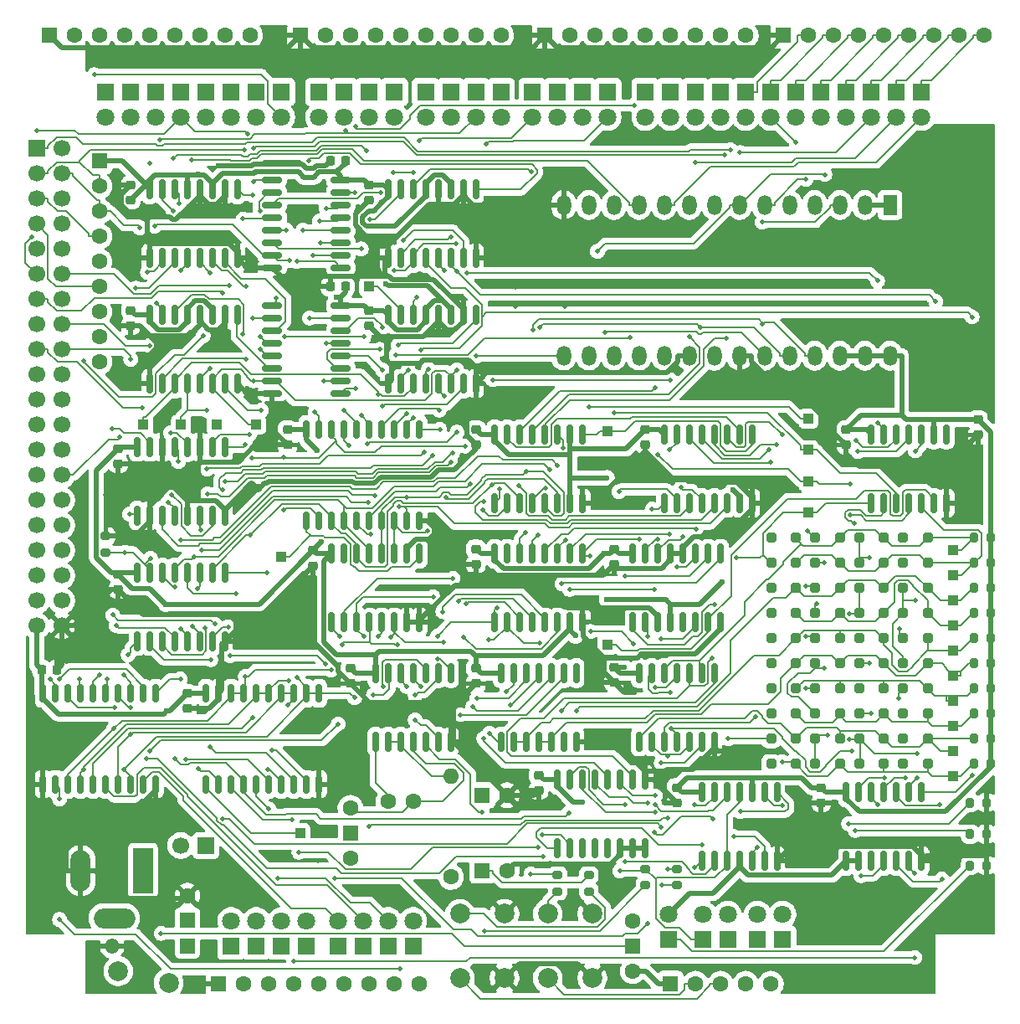
<source format=gtl>
G04 #@! TF.GenerationSoftware,KiCad,Pcbnew,9.0.1*
G04 #@! TF.CreationDate,2025-04-19T17:16:31+09:00*
G04 #@! TF.ProjectId,HC4_KiCad,4843345f-4b69-4436-9164-2e6b69636164,1.2*
G04 #@! TF.SameCoordinates,Original*
G04 #@! TF.FileFunction,Copper,L1,Top*
G04 #@! TF.FilePolarity,Positive*
%FSLAX46Y46*%
G04 Gerber Fmt 4.6, Leading zero omitted, Abs format (unit mm)*
G04 Created by KiCad (PCBNEW 9.0.1) date 2025-04-19 17:16:31*
%MOMM*%
%LPD*%
G01*
G04 APERTURE LIST*
G04 Aperture macros list*
%AMRoundRect*
0 Rectangle with rounded corners*
0 $1 Rounding radius*
0 $2 $3 $4 $5 $6 $7 $8 $9 X,Y pos of 4 corners*
0 Add a 4 corners polygon primitive as box body*
4,1,4,$2,$3,$4,$5,$6,$7,$8,$9,$2,$3,0*
0 Add four circle primitives for the rounded corners*
1,1,$1+$1,$2,$3*
1,1,$1+$1,$4,$5*
1,1,$1+$1,$6,$7*
1,1,$1+$1,$8,$9*
0 Add four rect primitives between the rounded corners*
20,1,$1+$1,$2,$3,$4,$5,0*
20,1,$1+$1,$4,$5,$6,$7,0*
20,1,$1+$1,$6,$7,$8,$9,0*
20,1,$1+$1,$8,$9,$2,$3,0*%
G04 Aperture macros list end*
G04 #@! TA.AperFunction,ComponentPad*
%ADD10R,1.600000X1.600000*%
G04 #@! TD*
G04 #@! TA.AperFunction,ComponentPad*
%ADD11C,1.600000*%
G04 #@! TD*
G04 #@! TA.AperFunction,SMDPad,CuDef*
%ADD12RoundRect,0.250000X-0.250000X-0.250000X0.250000X-0.250000X0.250000X0.250000X-0.250000X0.250000X0*%
G04 #@! TD*
G04 #@! TA.AperFunction,ComponentPad*
%ADD13R,1.800000X1.800000*%
G04 #@! TD*
G04 #@! TA.AperFunction,ComponentPad*
%ADD14C,1.800000*%
G04 #@! TD*
G04 #@! TA.AperFunction,SMDPad,CuDef*
%ADD15RoundRect,0.225000X-0.250000X0.225000X-0.250000X-0.225000X0.250000X-0.225000X0.250000X0.225000X0*%
G04 #@! TD*
G04 #@! TA.AperFunction,SMDPad,CuDef*
%ADD16RoundRect,0.200000X0.200000X0.275000X-0.200000X0.275000X-0.200000X-0.275000X0.200000X-0.275000X0*%
G04 #@! TD*
G04 #@! TA.AperFunction,ComponentPad*
%ADD17R,1.000000X1.000000*%
G04 #@! TD*
G04 #@! TA.AperFunction,SMDPad,CuDef*
%ADD18RoundRect,0.225000X0.225000X0.250000X-0.225000X0.250000X-0.225000X-0.250000X0.225000X-0.250000X0*%
G04 #@! TD*
G04 #@! TA.AperFunction,SMDPad,CuDef*
%ADD19RoundRect,0.150000X0.150000X-0.837500X0.150000X0.837500X-0.150000X0.837500X-0.150000X-0.837500X0*%
G04 #@! TD*
G04 #@! TA.AperFunction,SMDPad,CuDef*
%ADD20RoundRect,0.150000X0.150000X-0.800000X0.150000X0.800000X-0.150000X0.800000X-0.150000X-0.800000X0*%
G04 #@! TD*
G04 #@! TA.AperFunction,ComponentPad*
%ADD21R,2.000000X4.600000*%
G04 #@! TD*
G04 #@! TA.AperFunction,ComponentPad*
%ADD22O,2.000000X4.200000*%
G04 #@! TD*
G04 #@! TA.AperFunction,ComponentPad*
%ADD23O,4.200000X2.000000*%
G04 #@! TD*
G04 #@! TA.AperFunction,SMDPad,CuDef*
%ADD24RoundRect,0.150000X-0.837500X-0.150000X0.837500X-0.150000X0.837500X0.150000X-0.837500X0.150000X0*%
G04 #@! TD*
G04 #@! TA.AperFunction,SMDPad,CuDef*
%ADD25RoundRect,0.200000X-0.200000X-0.275000X0.200000X-0.275000X0.200000X0.275000X-0.200000X0.275000X0*%
G04 #@! TD*
G04 #@! TA.AperFunction,ComponentPad*
%ADD26C,2.000000*%
G04 #@! TD*
G04 #@! TA.AperFunction,SMDPad,CuDef*
%ADD27RoundRect,0.200000X0.275000X-0.200000X0.275000X0.200000X-0.275000X0.200000X-0.275000X-0.200000X0*%
G04 #@! TD*
G04 #@! TA.AperFunction,SMDPad,CuDef*
%ADD28RoundRect,0.225000X-0.225000X-0.250000X0.225000X-0.250000X0.225000X0.250000X-0.225000X0.250000X0*%
G04 #@! TD*
G04 #@! TA.AperFunction,SMDPad,CuDef*
%ADD29RoundRect,0.225000X0.250000X-0.225000X0.250000X0.225000X-0.250000X0.225000X-0.250000X-0.225000X0*%
G04 #@! TD*
G04 #@! TA.AperFunction,ComponentPad*
%ADD30R,1.700000X1.700000*%
G04 #@! TD*
G04 #@! TA.AperFunction,ComponentPad*
%ADD31C,1.700000*%
G04 #@! TD*
G04 #@! TA.AperFunction,ComponentPad*
%ADD32R,1.500000X1.500000*%
G04 #@! TD*
G04 #@! TA.AperFunction,ComponentPad*
%ADD33O,1.500000X1.500000*%
G04 #@! TD*
G04 #@! TA.AperFunction,ComponentPad*
%ADD34C,2.010000*%
G04 #@! TD*
G04 #@! TA.AperFunction,ComponentPad*
%ADD35O,1.600000X1.600000*%
G04 #@! TD*
G04 #@! TA.AperFunction,ComponentPad*
%ADD36R,1.440000X2.000000*%
G04 #@! TD*
G04 #@! TA.AperFunction,ComponentPad*
%ADD37O,1.440000X2.000000*%
G04 #@! TD*
G04 #@! TA.AperFunction,ViaPad*
%ADD38C,0.500000*%
G04 #@! TD*
G04 #@! TA.AperFunction,ViaPad*
%ADD39C,0.600000*%
G04 #@! TD*
G04 #@! TA.AperFunction,Conductor*
%ADD40C,0.500000*%
G04 #@! TD*
G04 #@! TA.AperFunction,Conductor*
%ADD41C,0.200000*%
G04 #@! TD*
G04 APERTURE END LIST*
D10*
X116205000Y-147955000D03*
D11*
X118745000Y-147955000D03*
X121285000Y-147955000D03*
X123825000Y-147955000D03*
X126365000Y-147955000D03*
D12*
X130830000Y-123190000D03*
X133330000Y-123190000D03*
D13*
X131445000Y-57785000D03*
D14*
X131445000Y-60325000D03*
D15*
X85725000Y-79870000D03*
X85725000Y-81420000D03*
D12*
X139720000Y-115570000D03*
X142220000Y-115570000D03*
X130830000Y-120650000D03*
X133330000Y-120650000D03*
D13*
X83185000Y-57785000D03*
D14*
X83185000Y-60325000D03*
D16*
X148590000Y-120650000D03*
X146940000Y-120650000D03*
D17*
X130175000Y-100330000D03*
D13*
X133985000Y-57785000D03*
D14*
X133985000Y-60325000D03*
D13*
X119500000Y-143500000D03*
D14*
X119500000Y-140960000D03*
D18*
X83325000Y-77470000D03*
X81775000Y-77470000D03*
D17*
X109855000Y-113665000D03*
D12*
X130830000Y-113030000D03*
X133330000Y-113030000D03*
D17*
X130175000Y-97155000D03*
D15*
X110490000Y-104000000D03*
X110490000Y-105550000D03*
D12*
X130830000Y-115570000D03*
X133330000Y-115570000D03*
X135275000Y-123190000D03*
X137775000Y-123190000D03*
D13*
X125000000Y-143500000D03*
D14*
X125000000Y-140960000D03*
D16*
X148590000Y-118110000D03*
X146940000Y-118110000D03*
D17*
X74295000Y-91440000D03*
D10*
X97155000Y-128905000D03*
D11*
X99655000Y-128905000D03*
D12*
X139720000Y-125730000D03*
X142220000Y-125730000D03*
D19*
X104775000Y-134272500D03*
X106045000Y-134272500D03*
X107315000Y-134272500D03*
X108585000Y-134272500D03*
X109855000Y-134272500D03*
X111125000Y-134272500D03*
X112395000Y-134272500D03*
X113665000Y-134272500D03*
X113665000Y-127347500D03*
X112395000Y-127347500D03*
X111125000Y-127347500D03*
X109855000Y-127347500D03*
X108585000Y-127347500D03*
X107315000Y-127347500D03*
X106045000Y-127347500D03*
X104775000Y-127347500D03*
D13*
X66675000Y-57785000D03*
D14*
X66675000Y-60325000D03*
D17*
X70307200Y-91440000D03*
D20*
X79375000Y-101120000D03*
X80645000Y-101120000D03*
X81915000Y-101120000D03*
X83185000Y-101120000D03*
X84455000Y-101120000D03*
X85725000Y-101120000D03*
X86995000Y-101120000D03*
X88265000Y-101120000D03*
X89535000Y-101120000D03*
X90805000Y-101120000D03*
X90805000Y-91920000D03*
X89535000Y-91920000D03*
X88265000Y-91920000D03*
X86995000Y-91920000D03*
X85725000Y-91920000D03*
X84455000Y-91920000D03*
X83185000Y-91920000D03*
X81915000Y-91920000D03*
X80645000Y-91920000D03*
X79375000Y-91920000D03*
D11*
X87650000Y-129540000D03*
X90150000Y-129540000D03*
D17*
X109855000Y-92075000D03*
D21*
X62825000Y-136525000D03*
D22*
X56525000Y-136525000D03*
D23*
X59925000Y-141325000D03*
D13*
X113665000Y-57785000D03*
D14*
X113665000Y-60325000D03*
D15*
X102870000Y-126860000D03*
X102870000Y-128410000D03*
D10*
X97155000Y-136525000D03*
D11*
X99655000Y-136525000D03*
D19*
X99060000Y-123477500D03*
X100330000Y-123477500D03*
X101600000Y-123477500D03*
X102870000Y-123477500D03*
X104140000Y-123477500D03*
X105410000Y-123477500D03*
X106680000Y-123477500D03*
X106680000Y-116552500D03*
X105410000Y-116552500D03*
X104140000Y-116552500D03*
X102870000Y-116552500D03*
X101600000Y-116552500D03*
X100330000Y-116552500D03*
X99060000Y-116552500D03*
X63500000Y-87282500D03*
X64770000Y-87282500D03*
X66040000Y-87282500D03*
X67310000Y-87282500D03*
X68580000Y-87282500D03*
X69850000Y-87282500D03*
X71120000Y-87282500D03*
X72390000Y-87282500D03*
X72390000Y-80357500D03*
X71120000Y-80357500D03*
X69850000Y-80357500D03*
X68580000Y-80357500D03*
X67310000Y-80357500D03*
X66040000Y-80357500D03*
X64770000Y-80357500D03*
X63500000Y-80357500D03*
D13*
X109855000Y-57785000D03*
D14*
X109855000Y-60325000D03*
D15*
X96520000Y-91935000D03*
X96520000Y-93485000D03*
D10*
X70485000Y-147955000D03*
D11*
X73025000Y-147955000D03*
X75565000Y-147955000D03*
X78105000Y-147955000D03*
X80645000Y-147955000D03*
X83185000Y-147955000D03*
X85725000Y-147955000D03*
X88265000Y-147955000D03*
X90805000Y-147955000D03*
D17*
X130175000Y-93980000D03*
D13*
X123825000Y-57785000D03*
D14*
X123825000Y-60325000D03*
D24*
X75912500Y-79375000D03*
X75912500Y-80645000D03*
X75912500Y-81915000D03*
X75912500Y-83185000D03*
X75912500Y-84455000D03*
X75912500Y-85725000D03*
X75912500Y-86995000D03*
X75912500Y-88265000D03*
X82837500Y-88265000D03*
X82837500Y-86995000D03*
X82837500Y-85725000D03*
X82837500Y-84455000D03*
X82837500Y-83185000D03*
X82837500Y-81915000D03*
X82837500Y-80645000D03*
X82837500Y-79375000D03*
D13*
X64135000Y-57785000D03*
D14*
X64135000Y-60325000D03*
D17*
X144780000Y-114300000D03*
D12*
X135275000Y-120650000D03*
X137775000Y-120650000D03*
D25*
X146500000Y-132825000D03*
X148150000Y-132825000D03*
D17*
X144780000Y-119380000D03*
D12*
X139720000Y-118110000D03*
X142220000Y-118110000D03*
D19*
X115570000Y-99347500D03*
X116840000Y-99347500D03*
X118110000Y-99347500D03*
X119380000Y-99347500D03*
X120650000Y-99347500D03*
X121920000Y-99347500D03*
X123190000Y-99347500D03*
X124460000Y-99347500D03*
X124460000Y-92422500D03*
X123190000Y-92422500D03*
X121920000Y-92422500D03*
X120650000Y-92422500D03*
X119380000Y-92422500D03*
X118110000Y-92422500D03*
X116840000Y-92422500D03*
X115570000Y-92422500D03*
D25*
X146500000Y-129650000D03*
X148150000Y-129650000D03*
D15*
X110490000Y-115925000D03*
X110490000Y-117475000D03*
D13*
X107315000Y-57785000D03*
D14*
X107315000Y-60325000D03*
D13*
X93980000Y-57785000D03*
D14*
X93980000Y-60325000D03*
D19*
X62230000Y-113317500D03*
X63500000Y-113317500D03*
X64770000Y-113317500D03*
X66040000Y-113317500D03*
X67310000Y-113317500D03*
X68580000Y-113317500D03*
X69850000Y-113317500D03*
X71120000Y-113317500D03*
X71120000Y-106392500D03*
X69850000Y-106392500D03*
X68580000Y-106392500D03*
X67310000Y-106392500D03*
X66040000Y-106392500D03*
X64770000Y-106392500D03*
X63500000Y-106392500D03*
X62230000Y-106392500D03*
D26*
X108295000Y-140895000D03*
X108295000Y-147395000D03*
X103795000Y-140895000D03*
X103795000Y-147395000D03*
D15*
X147320000Y-90919000D03*
X147320000Y-92469000D03*
D19*
X87630000Y-87282500D03*
X88900000Y-87282500D03*
X90170000Y-87282500D03*
X91440000Y-87282500D03*
X92710000Y-87282500D03*
X93980000Y-87282500D03*
X95250000Y-87282500D03*
X96520000Y-87282500D03*
X96520000Y-80357500D03*
X95250000Y-80357500D03*
X93980000Y-80357500D03*
X92710000Y-80357500D03*
X91440000Y-80357500D03*
X90170000Y-80357500D03*
X88900000Y-80357500D03*
X87630000Y-80357500D03*
D15*
X77470000Y-91935000D03*
X77470000Y-93485000D03*
D17*
X144780000Y-121920000D03*
D12*
X139720000Y-107950000D03*
X142220000Y-107950000D03*
D13*
X141605000Y-57785000D03*
D14*
X141605000Y-60325000D03*
D12*
X130830000Y-110490000D03*
X133330000Y-110490000D03*
D20*
X69215000Y-127790000D03*
X70485000Y-127790000D03*
X71755000Y-127790000D03*
X73025000Y-127790000D03*
X74295000Y-127790000D03*
X75565000Y-127790000D03*
X76835000Y-127790000D03*
X78105000Y-127790000D03*
X79375000Y-127790000D03*
X80645000Y-127790000D03*
X80645000Y-118590000D03*
X79375000Y-118590000D03*
X78105000Y-118590000D03*
X76835000Y-118590000D03*
X75565000Y-118590000D03*
X74295000Y-118590000D03*
X73025000Y-118590000D03*
X71755000Y-118590000D03*
X70485000Y-118590000D03*
X69215000Y-118590000D03*
D27*
X59055000Y-104330000D03*
X59055000Y-102680000D03*
D17*
X144780000Y-127000000D03*
D28*
X52565000Y-116205000D03*
X54115000Y-116205000D03*
D13*
X61595000Y-57785000D03*
D14*
X61595000Y-60325000D03*
D13*
X139065000Y-57785000D03*
D14*
X139065000Y-60325000D03*
D15*
X67310000Y-118605000D03*
X67310000Y-120155000D03*
D13*
X69215000Y-57785000D03*
D14*
X69215000Y-60325000D03*
D15*
X80010000Y-104140000D03*
X80010000Y-105690000D03*
D12*
X139720000Y-120650000D03*
X142220000Y-120650000D03*
D15*
X60325000Y-93840000D03*
X60325000Y-95390000D03*
D13*
X82550000Y-144145000D03*
D14*
X82550000Y-141605000D03*
D12*
X126385000Y-118110000D03*
X128885000Y-118110000D03*
D19*
X98425000Y-111412500D03*
X99695000Y-111412500D03*
X100965000Y-111412500D03*
X102235000Y-111412500D03*
X103505000Y-111412500D03*
X104775000Y-111412500D03*
X106045000Y-111412500D03*
X107315000Y-111412500D03*
X107315000Y-104487500D03*
X106045000Y-104487500D03*
X104775000Y-104487500D03*
X103505000Y-104487500D03*
X102235000Y-104487500D03*
X100965000Y-104487500D03*
X99695000Y-104487500D03*
X98425000Y-104487500D03*
D17*
X144780000Y-116840000D03*
D13*
X88265000Y-57785000D03*
D14*
X88265000Y-60325000D03*
D10*
X67320000Y-141565000D03*
D11*
X67320000Y-139065000D03*
D12*
X126385000Y-107950000D03*
X128885000Y-107950000D03*
D19*
X112395000Y-111412500D03*
X113665000Y-111412500D03*
X114935000Y-111412500D03*
X116205000Y-111412500D03*
X117475000Y-111412500D03*
X118745000Y-111412500D03*
X120015000Y-111412500D03*
X121285000Y-111412500D03*
X121285000Y-104487500D03*
X120015000Y-104487500D03*
X118745000Y-104487500D03*
X117475000Y-104487500D03*
X116205000Y-104487500D03*
X114935000Y-104487500D03*
X113665000Y-104487500D03*
X112395000Y-104487500D03*
D27*
X113665000Y-137985000D03*
X113665000Y-136335000D03*
D29*
X61595000Y-68720000D03*
X61595000Y-67170000D03*
D10*
X127635000Y-52070000D03*
D11*
X130175000Y-52070000D03*
X132715000Y-52070000D03*
X135255000Y-52070000D03*
X137795000Y-52070000D03*
X140335000Y-52070000D03*
X142875000Y-52070000D03*
X145415000Y-52070000D03*
X147955000Y-52070000D03*
D15*
X116840000Y-128130000D03*
X116840000Y-129680000D03*
D17*
X144780000Y-111760000D03*
D13*
X96520000Y-57785000D03*
D14*
X96520000Y-60325000D03*
D15*
X96520000Y-116065000D03*
X96520000Y-117615000D03*
D12*
X135275000Y-105410000D03*
X137775000Y-105410000D03*
D13*
X102235000Y-57785000D03*
D14*
X102235000Y-60325000D03*
D13*
X71755000Y-144145000D03*
D14*
X71755000Y-141605000D03*
D17*
X144780000Y-106680000D03*
D19*
X81915000Y-111412500D03*
X83185000Y-111412500D03*
X84455000Y-111412500D03*
X85725000Y-111412500D03*
X86995000Y-111412500D03*
X88265000Y-111412500D03*
X89535000Y-111412500D03*
X90805000Y-111412500D03*
X90805000Y-104487500D03*
X89535000Y-104487500D03*
X88265000Y-104487500D03*
X86995000Y-104487500D03*
X85725000Y-104487500D03*
X84455000Y-104487500D03*
X83185000Y-104487500D03*
X81915000Y-104487500D03*
D17*
X130175000Y-90805000D03*
D13*
X74295000Y-144145000D03*
D14*
X74295000Y-141605000D03*
D12*
X139720000Y-123190000D03*
X142220000Y-123190000D03*
D30*
X69195000Y-133985000D03*
D31*
X66655000Y-133985000D03*
D13*
X127540000Y-143500000D03*
D14*
X127540000Y-140960000D03*
D16*
X148590000Y-113030000D03*
X146940000Y-113030000D03*
D12*
X126385000Y-110490000D03*
X128885000Y-110490000D03*
D13*
X99060000Y-57785000D03*
D14*
X99060000Y-60325000D03*
D12*
X135275000Y-113030000D03*
X137775000Y-113030000D03*
D13*
X74295000Y-57785000D03*
D14*
X74295000Y-60325000D03*
D32*
X83820000Y-132715000D03*
D11*
X83820000Y-135255000D03*
X83820000Y-130175000D03*
D12*
X130830000Y-125730000D03*
X133330000Y-125730000D03*
X135275000Y-115570000D03*
X137775000Y-115570000D03*
D16*
X148590000Y-115570000D03*
X146940000Y-115570000D03*
D13*
X85725000Y-57785000D03*
D14*
X85725000Y-60325000D03*
D12*
X126385000Y-102870000D03*
X128885000Y-102870000D03*
D17*
X76835000Y-104775000D03*
D32*
X112395000Y-144145000D03*
D11*
X112395000Y-141605000D03*
X112395000Y-146685000D03*
D12*
X126385000Y-125730000D03*
X128885000Y-125730000D03*
X126385000Y-120650000D03*
X128885000Y-120650000D03*
D17*
X62865000Y-91440000D03*
D12*
X139720000Y-113030000D03*
X142220000Y-113030000D03*
D15*
X133985000Y-91935000D03*
X133985000Y-93485000D03*
D13*
X91440000Y-57785000D03*
D14*
X91440000Y-60325000D03*
D19*
X136525000Y-99347500D03*
X137795000Y-99347500D03*
X139065000Y-99347500D03*
X140335000Y-99347500D03*
X141605000Y-99347500D03*
X142875000Y-99347500D03*
X144145000Y-99347500D03*
X144145000Y-92422500D03*
X142875000Y-92422500D03*
X141605000Y-92422500D03*
X140335000Y-92422500D03*
X139065000Y-92422500D03*
X137795000Y-92422500D03*
X136525000Y-92422500D03*
D12*
X130830000Y-118110000D03*
X133330000Y-118110000D03*
D26*
X99405000Y-140895000D03*
X99405000Y-147395000D03*
X94905000Y-140895000D03*
X94905000Y-147395000D03*
D13*
X76835000Y-144145000D03*
D14*
X76835000Y-141605000D03*
D27*
X107950000Y-138620000D03*
X107950000Y-136970000D03*
D13*
X128905000Y-57785000D03*
D14*
X128905000Y-60325000D03*
D32*
X67320000Y-144145000D03*
D33*
X59700000Y-144145000D03*
D12*
X139720000Y-102870000D03*
X142220000Y-102870000D03*
D13*
X71755000Y-57785000D03*
D14*
X71755000Y-60325000D03*
D27*
X104775000Y-138620000D03*
X104775000Y-136970000D03*
D19*
X63500000Y-74582500D03*
X64770000Y-74582500D03*
X66040000Y-74582500D03*
X67310000Y-74582500D03*
X68580000Y-74582500D03*
X69850000Y-74582500D03*
X71120000Y-74582500D03*
X72390000Y-74582500D03*
X72390000Y-67657500D03*
X71120000Y-67657500D03*
X69850000Y-67657500D03*
X68580000Y-67657500D03*
X67310000Y-67657500D03*
X66040000Y-67657500D03*
X64770000Y-67657500D03*
X63500000Y-67657500D03*
D15*
X96520000Y-104000000D03*
X96520000Y-105550000D03*
D27*
X116840000Y-137985000D03*
X116840000Y-136335000D03*
D12*
X139720000Y-105410000D03*
X142220000Y-105410000D03*
D16*
X148590000Y-125730000D03*
X146940000Y-125730000D03*
D13*
X85090000Y-144145000D03*
D14*
X85090000Y-141605000D03*
D25*
X146500000Y-136000000D03*
X148150000Y-136000000D03*
D16*
X148590000Y-123190000D03*
X146940000Y-123190000D03*
D15*
X131445000Y-128130000D03*
X131445000Y-129680000D03*
D12*
X126385000Y-115570000D03*
X128885000Y-115570000D03*
D30*
X52070000Y-63500000D03*
D31*
X54610000Y-63500000D03*
X52070000Y-66040000D03*
X54610000Y-66040000D03*
X52070000Y-68580000D03*
X54610000Y-68580000D03*
X52070000Y-71120000D03*
X54610000Y-71120000D03*
X52070000Y-73660000D03*
X54610000Y-73660000D03*
X52070000Y-76200000D03*
X54610000Y-76200000D03*
X52070000Y-78740000D03*
X54610000Y-78740000D03*
X52070000Y-81280000D03*
X54610000Y-81280000D03*
X52070000Y-83820000D03*
X54610000Y-83820000D03*
X52070000Y-86360000D03*
X54610000Y-86360000D03*
X52070000Y-88900000D03*
X54610000Y-88900000D03*
X52070000Y-91440000D03*
X54610000Y-91440000D03*
X52070000Y-93980000D03*
X54610000Y-93980000D03*
X52070000Y-96520000D03*
X54610000Y-96520000D03*
X52070000Y-99060000D03*
X54610000Y-99060000D03*
X52070000Y-101600000D03*
X54610000Y-101600000D03*
X52070000Y-104140000D03*
X54610000Y-104140000D03*
X52070000Y-106680000D03*
X54610000Y-106680000D03*
X52070000Y-109220000D03*
X54610000Y-109220000D03*
X52070000Y-111760000D03*
X54610000Y-111760000D03*
D15*
X60325000Y-106540000D03*
X60325000Y-108090000D03*
D13*
X80645000Y-57785000D03*
D14*
X80645000Y-60325000D03*
D16*
X148590000Y-110490000D03*
X146940000Y-110490000D03*
D13*
X87630000Y-144145000D03*
D14*
X87630000Y-141605000D03*
D12*
X139720000Y-110490000D03*
X142220000Y-110490000D03*
D13*
X59055000Y-57785000D03*
D14*
X59055000Y-60325000D03*
D12*
X135275000Y-102870000D03*
X137775000Y-102870000D03*
D19*
X113030000Y-123477500D03*
X114300000Y-123477500D03*
X115570000Y-123477500D03*
X116840000Y-123477500D03*
X118110000Y-123477500D03*
X119380000Y-123477500D03*
X120650000Y-123477500D03*
X120650000Y-116552500D03*
X119380000Y-116552500D03*
X118110000Y-116552500D03*
X116840000Y-116552500D03*
X115570000Y-116552500D03*
X114300000Y-116552500D03*
X113030000Y-116552500D03*
D13*
X116205000Y-57785000D03*
D14*
X116205000Y-60325000D03*
D20*
X52705000Y-127790000D03*
X53975000Y-127790000D03*
X55245000Y-127790000D03*
X56515000Y-127790000D03*
X57785000Y-127790000D03*
X59055000Y-127790000D03*
X60325000Y-127790000D03*
X61595000Y-127790000D03*
X62865000Y-127790000D03*
X64135000Y-127790000D03*
X64135000Y-118590000D03*
X62865000Y-118590000D03*
X61595000Y-118590000D03*
X60325000Y-118590000D03*
X59055000Y-118590000D03*
X57785000Y-118590000D03*
X56515000Y-118590000D03*
X55245000Y-118590000D03*
X53975000Y-118590000D03*
X52705000Y-118590000D03*
D19*
X119380000Y-135542500D03*
X120650000Y-135542500D03*
X121920000Y-135542500D03*
X123190000Y-135542500D03*
X124460000Y-135542500D03*
X125730000Y-135542500D03*
X127000000Y-135542500D03*
X127000000Y-128617500D03*
X125730000Y-128617500D03*
X124460000Y-128617500D03*
X123190000Y-128617500D03*
X121920000Y-128617500D03*
X120650000Y-128617500D03*
X119380000Y-128617500D03*
X87630000Y-74582500D03*
X88900000Y-74582500D03*
X90170000Y-74582500D03*
X91440000Y-74582500D03*
X92710000Y-74582500D03*
X93980000Y-74582500D03*
X95250000Y-74582500D03*
X96520000Y-74582500D03*
X96520000Y-67657500D03*
X95250000Y-67657500D03*
X93980000Y-67657500D03*
X92710000Y-67657500D03*
X91440000Y-67657500D03*
X90170000Y-67657500D03*
X88900000Y-67657500D03*
X87630000Y-67657500D03*
D12*
X130830000Y-107950000D03*
X133330000Y-107950000D03*
D10*
X103505000Y-52070000D03*
D11*
X106045000Y-52070000D03*
X108585000Y-52070000D03*
X111125000Y-52070000D03*
X113665000Y-52070000D03*
X116205000Y-52070000D03*
X118745000Y-52070000D03*
X121285000Y-52070000D03*
X123825000Y-52070000D03*
D15*
X83820000Y-116065000D03*
X83820000Y-117615000D03*
D16*
X148590000Y-105410000D03*
X146940000Y-105410000D03*
D24*
X75912500Y-66675000D03*
X75912500Y-67945000D03*
X75912500Y-69215000D03*
X75912500Y-70485000D03*
X75912500Y-71755000D03*
X75912500Y-73025000D03*
X75912500Y-74295000D03*
X75912500Y-75565000D03*
X82837500Y-75565000D03*
X82837500Y-74295000D03*
X82837500Y-73025000D03*
X82837500Y-71755000D03*
X82837500Y-70485000D03*
X82837500Y-69215000D03*
X82837500Y-67945000D03*
X82837500Y-66675000D03*
D19*
X86360000Y-123477500D03*
X87630000Y-123477500D03*
X88900000Y-123477500D03*
X90170000Y-123477500D03*
X91440000Y-123477500D03*
X92710000Y-123477500D03*
X93980000Y-123477500D03*
X93980000Y-116552500D03*
X92710000Y-116552500D03*
X91440000Y-116552500D03*
X90170000Y-116552500D03*
X88900000Y-116552500D03*
X87630000Y-116552500D03*
X86360000Y-116552500D03*
D34*
X60325000Y-146685000D03*
X65425000Y-147885000D03*
D13*
X121285000Y-57785000D03*
D14*
X121285000Y-60325000D03*
D15*
X85725000Y-67170000D03*
X85725000Y-68720000D03*
D12*
X126385000Y-113030000D03*
X128885000Y-113030000D03*
X135275000Y-118110000D03*
X137775000Y-118110000D03*
D13*
X122000000Y-143500000D03*
D14*
X122000000Y-140960000D03*
D17*
X144780000Y-124460000D03*
D11*
X93980000Y-137160000D03*
D35*
X93980000Y-127000000D03*
D16*
X148590000Y-107950000D03*
X146940000Y-107950000D03*
D19*
X98425000Y-99347500D03*
X99695000Y-99347500D03*
X100965000Y-99347500D03*
X102235000Y-99347500D03*
X103505000Y-99347500D03*
X104775000Y-99347500D03*
X106045000Y-99347500D03*
X107315000Y-99347500D03*
X107315000Y-92422500D03*
X106045000Y-92422500D03*
X104775000Y-92422500D03*
X103505000Y-92422500D03*
X102235000Y-92422500D03*
X100965000Y-92422500D03*
X99695000Y-92422500D03*
X98425000Y-92422500D03*
D13*
X90170000Y-144145000D03*
D14*
X90170000Y-141605000D03*
D13*
X79375000Y-144145000D03*
D14*
X79375000Y-141605000D03*
D36*
X138430000Y-69215000D03*
D37*
X135890000Y-69215000D03*
X133350000Y-69215000D03*
X130810000Y-69215000D03*
X128270000Y-69215000D03*
X125730000Y-69215000D03*
X123190000Y-69215000D03*
X120650000Y-69215000D03*
X118110000Y-69215000D03*
X115570000Y-69215000D03*
X113030000Y-69215000D03*
X110490000Y-69215000D03*
X107950000Y-69215000D03*
X105410000Y-69215000D03*
X105410000Y-84455000D03*
X107950000Y-84455000D03*
X110490000Y-84455000D03*
X113030000Y-84455000D03*
X115570000Y-84455000D03*
X118110000Y-84455000D03*
X120650000Y-84455000D03*
X123190000Y-84455000D03*
X125730000Y-84455000D03*
X128270000Y-84455000D03*
X130810000Y-84455000D03*
X133350000Y-84455000D03*
X135890000Y-84455000D03*
X138430000Y-84455000D03*
D13*
X104775000Y-57785000D03*
D14*
X104775000Y-60325000D03*
D17*
X85725000Y-77470000D03*
D16*
X148590000Y-102870000D03*
X146940000Y-102870000D03*
D17*
X144780000Y-109220000D03*
D12*
X126385000Y-123190000D03*
X128885000Y-123190000D03*
D10*
X78740000Y-52070000D03*
D11*
X81280000Y-52070000D03*
X83820000Y-52070000D03*
X86360000Y-52070000D03*
X88900000Y-52070000D03*
X91440000Y-52070000D03*
X93980000Y-52070000D03*
X96520000Y-52070000D03*
X99060000Y-52070000D03*
D12*
X126385000Y-105410000D03*
X128885000Y-105410000D03*
D18*
X83325000Y-64770000D03*
X81775000Y-64770000D03*
D13*
X116000000Y-143500000D03*
D14*
X116000000Y-140960000D03*
D12*
X130830000Y-102870000D03*
X133330000Y-102870000D03*
D10*
X53340000Y-52070000D03*
D11*
X55880000Y-52070000D03*
X58420000Y-52070000D03*
X60960000Y-52070000D03*
X63500000Y-52070000D03*
X66040000Y-52070000D03*
X68580000Y-52070000D03*
X71120000Y-52070000D03*
X73660000Y-52070000D03*
D12*
X130830000Y-105410000D03*
X133330000Y-105410000D03*
X135275000Y-107950000D03*
X137775000Y-107950000D03*
D19*
X133985000Y-135542500D03*
X135255000Y-135542500D03*
X136525000Y-135542500D03*
X137795000Y-135542500D03*
X139065000Y-135542500D03*
X140335000Y-135542500D03*
X141605000Y-135542500D03*
X141605000Y-128617500D03*
X140335000Y-128617500D03*
X139065000Y-128617500D03*
X137795000Y-128617500D03*
X136525000Y-128617500D03*
X135255000Y-128617500D03*
X133985000Y-128617500D03*
D17*
X144780000Y-104140000D03*
X66675000Y-91440000D03*
D13*
X136525000Y-57785000D03*
D14*
X136525000Y-60325000D03*
D15*
X61595000Y-79870000D03*
X61595000Y-81420000D03*
D13*
X118745000Y-57785000D03*
D14*
X118745000Y-60325000D03*
D13*
X76835000Y-57785000D03*
D14*
X76835000Y-60325000D03*
D12*
X135275000Y-125730000D03*
X137775000Y-125730000D03*
D10*
X58420000Y-64770000D03*
D11*
X58420000Y-67310000D03*
X58420000Y-69850000D03*
X58420000Y-72390000D03*
X58420000Y-74930000D03*
X58420000Y-77470000D03*
X58420000Y-80010000D03*
X58420000Y-82550000D03*
X58420000Y-85090000D03*
D15*
X113665000Y-91935000D03*
X113665000Y-93485000D03*
D19*
X62230000Y-100617500D03*
X63500000Y-100617500D03*
X64770000Y-100617500D03*
X66040000Y-100617500D03*
X67310000Y-100617500D03*
X68580000Y-100617500D03*
X69850000Y-100617500D03*
X71120000Y-100617500D03*
X71120000Y-93692500D03*
X69850000Y-93692500D03*
X68580000Y-93692500D03*
X67310000Y-93692500D03*
X66040000Y-93692500D03*
X64770000Y-93692500D03*
X63500000Y-93692500D03*
X62230000Y-93692500D03*
D13*
X126365000Y-57785000D03*
D14*
X126365000Y-60325000D03*
D17*
X78740000Y-132715000D03*
D12*
X135275000Y-110490000D03*
X137775000Y-110490000D03*
D38*
X63500000Y-65000000D03*
X148000000Y-140500000D03*
X80000000Y-121500000D03*
X144500000Y-74500000D03*
X70000000Y-137000000D03*
X78000000Y-67500000D03*
X78740000Y-61000000D03*
X53500000Y-123000000D03*
D39*
X70431800Y-65287500D03*
D38*
X106000000Y-140000000D03*
X100500000Y-77500000D03*
X115500000Y-75000000D03*
X110500000Y-74500000D03*
X92000000Y-138500000D03*
X87000000Y-139000000D03*
D39*
X126552000Y-131885600D03*
D38*
X106000000Y-114500000D03*
X59000000Y-98500000D03*
X81000000Y-132500000D03*
X60000000Y-87000000D03*
X123000000Y-74500000D03*
X137500000Y-138000000D03*
X129500000Y-147000000D03*
X95000000Y-70500000D03*
X83500000Y-125500000D03*
X63500000Y-70431800D03*
X125500000Y-74500000D03*
D39*
X120012600Y-97000200D03*
D38*
X129000000Y-81500000D03*
X100000000Y-73000000D03*
X95097600Y-89585800D03*
X104000000Y-129500000D03*
X109000000Y-62500000D03*
X143500000Y-63000000D03*
X105500000Y-79500000D03*
X131000000Y-82000000D03*
X127000000Y-98000000D03*
X85242400Y-109905800D03*
X103000000Y-73000000D03*
X105500000Y-77000000D03*
D39*
X112527900Y-118505700D03*
D38*
X100500000Y-79500000D03*
X80000000Y-111000000D03*
X57500000Y-122000000D03*
X120500000Y-87500000D03*
X74500000Y-98000000D03*
X135000000Y-87000000D03*
D39*
X78185200Y-65094600D03*
D38*
X75000000Y-112000000D03*
X93000000Y-120500000D03*
X60500000Y-66500000D03*
X100500000Y-90000000D03*
X101500000Y-139500000D03*
X65000000Y-83000000D03*
X56500000Y-114000000D03*
X106000000Y-66500000D03*
X78000000Y-70000000D03*
X131000000Y-74500000D03*
X145000000Y-86000000D03*
X128500000Y-74500000D03*
X88000000Y-121000000D03*
X112500000Y-74500000D03*
X134000000Y-82000000D03*
X57000000Y-100000000D03*
D39*
X112203600Y-125029700D03*
D38*
X86000000Y-121000000D03*
X109500000Y-95500000D03*
D39*
X126552000Y-124460000D03*
D38*
X140000000Y-147500000D03*
D39*
X70433400Y-73128600D03*
D38*
X108000000Y-72000000D03*
X134000000Y-74500000D03*
X103500000Y-109000000D03*
X92500000Y-70500000D03*
X80500000Y-135500000D03*
D39*
X70431800Y-81820800D03*
D38*
X129000000Y-138000000D03*
X141000000Y-67500000D03*
X130000000Y-86500000D03*
D39*
X111529800Y-115925000D03*
X117824000Y-128617500D03*
X122520300Y-98010600D03*
X82377600Y-78510100D03*
X109778000Y-96812800D03*
X109773500Y-109113300D03*
X68467300Y-78847700D03*
X87427800Y-77150300D03*
X106588500Y-112789800D03*
X68467700Y-66125700D03*
X116486300Y-109577200D03*
X107306900Y-129562700D03*
X111532900Y-109113300D03*
X80450000Y-94035000D03*
X109459400Y-104447700D03*
X65158200Y-109575600D03*
X121430500Y-107330000D03*
X80843100Y-103289100D03*
X65253200Y-120373700D03*
X86970600Y-69006600D03*
D38*
X90922500Y-117912200D03*
X102072800Y-136846500D03*
X97155000Y-130616300D03*
X129857500Y-118110000D03*
X129857500Y-107752400D03*
X134950500Y-93026900D03*
X129857500Y-112870500D03*
X130054300Y-102128600D03*
X132080000Y-122836800D03*
X141179900Y-124724700D03*
X134308900Y-123223700D03*
X134308900Y-110547800D03*
X134416800Y-100568200D03*
X141179900Y-127177100D03*
X140980600Y-94087600D03*
X140980600Y-109220000D03*
X84300800Y-67945000D03*
X122882400Y-104881600D03*
X122052800Y-123190000D03*
X120374200Y-115068300D03*
X112561900Y-59123300D03*
X84353400Y-61264800D03*
X136324200Y-104843700D03*
X136324200Y-115570000D03*
X110490000Y-90189500D03*
X136469800Y-120630000D03*
X116246800Y-122166200D03*
X134772400Y-101396800D03*
X116156700Y-118465600D03*
X135463700Y-137018800D03*
X134518400Y-124404800D03*
X131793200Y-116055300D03*
X114939800Y-94428800D03*
X134383500Y-97449900D03*
X131783200Y-105396000D03*
X137160000Y-91205600D03*
X130987500Y-109504500D03*
X103310400Y-135084900D03*
X63206900Y-125171500D03*
X61463700Y-100468800D03*
X61341000Y-114681000D03*
X106661600Y-120336800D03*
X139364400Y-112045400D03*
X135178100Y-94149900D03*
X107950000Y-89593400D03*
X137173400Y-129851300D03*
X139259300Y-119076300D03*
X75915900Y-124327200D03*
X57893000Y-56035000D03*
X51572510Y-72458955D03*
X75368000Y-106392500D03*
X71577200Y-77393800D03*
X72220200Y-108545400D03*
X52070000Y-61655700D03*
X73406000Y-62001400D03*
X73203900Y-93473000D03*
X62781800Y-89727600D03*
X65715100Y-98482900D03*
X65376500Y-99252500D03*
X61595000Y-84810600D03*
X71443100Y-111873300D03*
X70908800Y-78105000D03*
X60121800Y-111734600D03*
X56838800Y-84993800D03*
X68920200Y-82439200D03*
X63486600Y-83424800D03*
X65622800Y-92247600D03*
X66667700Y-103090200D03*
X66667700Y-112074800D03*
X67178000Y-125247000D03*
X105206800Y-107518200D03*
X104743600Y-95524800D03*
X128905000Y-62865000D03*
X126938500Y-93418800D03*
X127495200Y-92450400D03*
X125476000Y-70946400D03*
X118110000Y-82563100D03*
X118747600Y-64909100D03*
X125501400Y-81229200D03*
X102322400Y-81869900D03*
X101549200Y-102336600D03*
X118770400Y-102006400D03*
X105593800Y-103061600D03*
X109568200Y-82107300D03*
X126365000Y-95180400D03*
X129921000Y-66624200D03*
X85166200Y-82550000D03*
X96570800Y-84495200D03*
X69668500Y-115193000D03*
X69621400Y-124002800D03*
X94593800Y-92197600D03*
X85525100Y-93330500D03*
X77185600Y-82550000D03*
X126188800Y-93980000D03*
X119263200Y-81586200D03*
X102819200Y-102616000D03*
X103012300Y-81555600D03*
X111603900Y-106731000D03*
X66037700Y-107871700D03*
X105905300Y-130683000D03*
X66037700Y-125171200D03*
X116873100Y-105818400D03*
X68374800Y-107964700D03*
X68427600Y-126187200D03*
X67789800Y-64674500D03*
X123249300Y-63915300D03*
X121871400Y-82709200D03*
X105331800Y-93745600D03*
X108813600Y-73888600D03*
X131826000Y-66141600D03*
X114630200Y-87655400D03*
X71180000Y-97188600D03*
X94157800Y-94284800D03*
X69645500Y-85728300D03*
X97902000Y-122644100D03*
X69645500Y-76056900D03*
X93311900Y-75868200D03*
X93311900Y-88549000D03*
X62105700Y-77632300D03*
X95615700Y-76085300D03*
X137160000Y-76885800D03*
X86639400Y-88366600D03*
X88246000Y-75837500D03*
X139986300Y-127106600D03*
X94513400Y-73126600D03*
X87080200Y-85896900D03*
X87025800Y-89544700D03*
X90777600Y-62683600D03*
X70845500Y-97988300D03*
X92163400Y-94513100D03*
X91592400Y-102184200D03*
X90543100Y-78570000D03*
X69133200Y-112006200D03*
X93497400Y-98806000D03*
X89476600Y-90334300D03*
X86334600Y-98602800D03*
X89653100Y-85913500D03*
X88720300Y-99699900D03*
X69316800Y-90003300D03*
X91721900Y-85830100D03*
X146728900Y-126901600D03*
X90984900Y-83845400D03*
X146728900Y-80532800D03*
X91262200Y-94234000D03*
X69316800Y-95913600D03*
X66675000Y-75810700D03*
X86782600Y-83821700D03*
X88646000Y-83388200D03*
X102083400Y-65846900D03*
X68745900Y-104099700D03*
X89484200Y-98746500D03*
X101603800Y-96124000D03*
X67823100Y-111845600D03*
X85585300Y-99301300D03*
X87021500Y-81617800D03*
X89203700Y-72758200D03*
X68671300Y-102071200D03*
X69367400Y-98399600D03*
X95908000Y-97439300D03*
X92801700Y-89943000D03*
X93958750Y-95220450D03*
X93980000Y-72440800D03*
X97332800Y-99212400D03*
X79679100Y-80645000D03*
X79587200Y-64717300D03*
X98219000Y-86883100D03*
X66411600Y-95164200D03*
X85855100Y-102541100D03*
X63279230Y-76016503D03*
X83700500Y-93561900D03*
X83337400Y-61696600D03*
X64539200Y-62660200D03*
X116219600Y-86883100D03*
X117246400Y-97790000D03*
X68031700Y-104775000D03*
X103564100Y-97830700D03*
X103987600Y-96012000D03*
X66470800Y-69087600D03*
X73895100Y-80645000D03*
X73895100Y-68226000D03*
X72940000Y-82249200D03*
X98145600Y-97485200D03*
X97558000Y-63046200D03*
X73718100Y-102616000D03*
X100840300Y-97561500D03*
X77097700Y-100031200D03*
X73613900Y-92402700D03*
X77073000Y-94716600D03*
X95448500Y-93585800D03*
X73269800Y-84839300D03*
X73857900Y-94825100D03*
X74699300Y-83816700D03*
X74816300Y-89970000D03*
X81362600Y-83185000D03*
X81362600Y-69535100D03*
X76321500Y-78600700D03*
X77358200Y-71755000D03*
X127540000Y-129960000D03*
X114590100Y-132661900D03*
X113903300Y-129680800D03*
X113903300Y-112868200D03*
X120524700Y-131290900D03*
X74667900Y-82516900D03*
X74667900Y-69824600D03*
X81153000Y-86995000D03*
X80783400Y-73025000D03*
X84304700Y-87764900D03*
X97318000Y-123137200D03*
X83183100Y-89985500D03*
X93167200Y-110337600D03*
X80686800Y-70838500D03*
X95544800Y-109552200D03*
X90184800Y-90718500D03*
X88125100Y-65917100D03*
X86870200Y-67945000D03*
X90157200Y-65917100D03*
X80067200Y-74315500D03*
X80230200Y-90134500D03*
X95300800Y-112877600D03*
X84923300Y-90509300D03*
X94719500Y-109258700D03*
X84923300Y-73658700D03*
X105148900Y-120335900D03*
X102834000Y-134203300D03*
X78619200Y-134652000D03*
X77910400Y-131361500D03*
X75561800Y-130281300D03*
X75423200Y-126291200D03*
X99621100Y-118430700D03*
X103200200Y-132914700D03*
X102930700Y-113500700D03*
X112471250Y-113563350D03*
X97190400Y-100050600D03*
X94208600Y-106960100D03*
X97790000Y-113207800D03*
X110988950Y-98187350D03*
X92865400Y-91920000D03*
X108128800Y-112337800D03*
X111071200Y-136552800D03*
X140936900Y-145306000D03*
X140936900Y-136827300D03*
X78105000Y-145712900D03*
X71633000Y-114780700D03*
X70093000Y-111593400D03*
X92603900Y-115095600D03*
X98628200Y-109960300D03*
X105994200Y-108082600D03*
X114356800Y-99958000D03*
X82760200Y-112836800D03*
X92603900Y-112819900D03*
X98933000Y-97900700D03*
X118618000Y-129844800D03*
X59767600Y-110667800D03*
X118613300Y-136196400D03*
X81262450Y-115612950D03*
X114588400Y-108082600D03*
X116126200Y-93986700D03*
X116126200Y-102463000D03*
X113026800Y-103034400D03*
X108085800Y-104692600D03*
X115268500Y-113072300D03*
X64653000Y-142875100D03*
X61003800Y-104330000D03*
X63588800Y-104943000D03*
X59740800Y-91821000D03*
X63545500Y-124433000D03*
X115887900Y-136335000D03*
X82581900Y-121681900D03*
X115887900Y-131216000D03*
X86132700Y-118789200D03*
X85725000Y-132080000D03*
X115887900Y-124935700D03*
X60502800Y-92684600D03*
X120650000Y-109626400D03*
X123255000Y-130567600D03*
X73990200Y-66827400D03*
X74041000Y-63449200D03*
X127497000Y-125518100D03*
X121676600Y-64190300D03*
X117440300Y-102795900D03*
X122631200Y-133096000D03*
X125000000Y-134199300D03*
X114938400Y-103031200D03*
X119357600Y-133949900D03*
X124791900Y-120964500D03*
X122255400Y-63599500D03*
X115277000Y-125635300D03*
X70923900Y-131279100D03*
X115277000Y-132110200D03*
X90370800Y-121285000D03*
X90370800Y-118793700D03*
X54404000Y-117158400D03*
X89535000Y-117910600D03*
X97370500Y-142617500D03*
X88831700Y-146483900D03*
X54378200Y-129272900D03*
X54378200Y-141478000D03*
X66614500Y-117146500D03*
X59189200Y-117162100D03*
X53409800Y-117160100D03*
X73940800Y-121022300D03*
X76439700Y-137261100D03*
X58452400Y-116761700D03*
X87166000Y-117931100D03*
X74015600Y-86995000D03*
X73232200Y-77478800D03*
X94581900Y-75951200D03*
X94581900Y-85909600D03*
X143040200Y-78943200D03*
X77554400Y-117300300D03*
X56388800Y-117177500D03*
X100002000Y-119759900D03*
X64008000Y-71374000D03*
X82956400Y-113665000D03*
X62509400Y-71526400D03*
X77636700Y-74839600D03*
X56850000Y-126332400D03*
X88544400Y-113639600D03*
X134899100Y-132451100D03*
X134218000Y-131770000D03*
X61559000Y-119996800D03*
X96214600Y-119946800D03*
X61559000Y-122733300D03*
X77471200Y-119783300D03*
X86615600Y-112874700D03*
X79022600Y-71755000D03*
X85193200Y-112865100D03*
X92188200Y-108851500D03*
X96621600Y-119100600D03*
X59872500Y-122173800D03*
X59944500Y-119996800D03*
X73200000Y-116865400D03*
X81869300Y-116234900D03*
X73095700Y-63683300D03*
X72949000Y-70622700D03*
X60898000Y-116761700D03*
X78403900Y-116997300D03*
X94946800Y-120750200D03*
X93210100Y-113426000D03*
X87917900Y-112875700D03*
X84247700Y-119042900D03*
X78403900Y-74941400D03*
X60898000Y-126282800D03*
X143657600Y-137379000D03*
X143458700Y-129846500D03*
X137860200Y-127139000D03*
X114666000Y-128957700D03*
X65894300Y-64490100D03*
X85471300Y-63702900D03*
X85791700Y-70671600D03*
X112076300Y-82628500D03*
X65894300Y-69814900D03*
X64164400Y-79099500D03*
X114667600Y-118004000D03*
X88392000Y-84404200D03*
X114630800Y-129886800D03*
X114630800Y-130595200D03*
X111650600Y-129830300D03*
X111650600Y-135596100D03*
X82214700Y-137261100D03*
X115349200Y-137953200D03*
X113890900Y-141892600D03*
D40*
X64135000Y-127790000D02*
X64135000Y-128372600D01*
X52705000Y-127790000D02*
X52705000Y-129286000D01*
X88074000Y-76733400D02*
X87739200Y-76398600D01*
X61834600Y-70431800D02*
X63285700Y-70431800D01*
X64770000Y-93692500D02*
X64770000Y-95390000D01*
X105767500Y-109924600D02*
X102514400Y-106671500D01*
X67049800Y-139335200D02*
X60786900Y-139335200D01*
X86869600Y-96727800D02*
X91976900Y-96727800D01*
X92710000Y-80357500D02*
X92710000Y-80976500D01*
X75128900Y-97371100D02*
X75343300Y-97371100D01*
X68439300Y-99138900D02*
X67310000Y-99138900D01*
X102255000Y-53320000D02*
X103505000Y-52070000D01*
X92329000Y-101828600D02*
X92329000Y-102531400D01*
X112203600Y-125029700D02*
X110651400Y-123477500D01*
X56525000Y-136525000D02*
X57976700Y-136525000D01*
X80645000Y-125095000D02*
X85714500Y-120025500D01*
X72208700Y-110643900D02*
X62878900Y-110643900D01*
X91976900Y-96727800D02*
X92686400Y-96018300D01*
X113256500Y-114619800D02*
X118709900Y-114619800D01*
X62012900Y-102680000D02*
X59055000Y-102680000D01*
X118110000Y-84455000D02*
X116938300Y-84455000D01*
X56525000Y-136525000D02*
X55073300Y-136525000D01*
X63500000Y-100617500D02*
X63500000Y-99630001D01*
X122959200Y-97257300D02*
X124460000Y-98758100D01*
X86829800Y-82524800D02*
X87493200Y-82524800D01*
X71120000Y-81132600D02*
X71120000Y-80357500D01*
X109528600Y-116513600D02*
X109528600Y-115005000D01*
X148150000Y-135048100D02*
X142099400Y-135048100D01*
X111125000Y-134859600D02*
X111125000Y-134272500D01*
X96520000Y-106550100D02*
X95310500Y-106550100D01*
X107315000Y-109924600D02*
X114024200Y-109924600D01*
X114233800Y-94715100D02*
X113665000Y-94146300D01*
X70485000Y-118590000D02*
X70485000Y-119169700D01*
X91135200Y-84886800D02*
X95741000Y-84886800D01*
X97280800Y-86521700D02*
X96520000Y-87282500D01*
X144145000Y-99347500D02*
X144145000Y-95637300D01*
X87739200Y-76398600D02*
X87544300Y-76398600D01*
X73372500Y-88265000D02*
X72390000Y-87282500D01*
X61595000Y-81420000D02*
X62480235Y-81420000D01*
X71120000Y-68282900D02*
X71120000Y-67657500D01*
X85714500Y-120025500D02*
X85714500Y-119509500D01*
X59581700Y-108090000D02*
X60325000Y-108090000D01*
X124460000Y-98758100D02*
X124460000Y-99347500D01*
X87493200Y-84942600D02*
X87781900Y-85231300D01*
X88630000Y-85231300D02*
X88664000Y-85197300D01*
X114507500Y-127347500D02*
X116840000Y-129680000D01*
X85714500Y-119509500D02*
X94227500Y-119509500D01*
X70840600Y-113596900D02*
X70840600Y-118234400D01*
X110877200Y-105937200D02*
X110490000Y-105550000D01*
X88664000Y-85197300D02*
X90824700Y-85197300D01*
X97019600Y-86165400D02*
X97280800Y-86165400D01*
X118709900Y-114619800D02*
X121285000Y-112044700D01*
X131445000Y-134091200D02*
X128451300Y-134091200D01*
X69471700Y-81820800D02*
X68580000Y-80929100D01*
X63500000Y-74582500D02*
X63500000Y-73128600D01*
X75054600Y-110645400D02*
X72210200Y-110645400D01*
X68580000Y-67657500D02*
X68580000Y-68259600D01*
X108463800Y-99347500D02*
X113665000Y-94146300D01*
X83820000Y-117615000D02*
X85714500Y-119509500D01*
X111520700Y-118505700D02*
X110490000Y-117475000D01*
X121285000Y-112044700D02*
X121285000Y-111412500D01*
X61595000Y-67170000D02*
X60650100Y-68114900D01*
X91832600Y-69132100D02*
X87630000Y-73334700D01*
X113665000Y-126491100D02*
X115647700Y-126491100D01*
X70239800Y-99138900D02*
X68439300Y-99138900D01*
X96520000Y-69215000D02*
X96215900Y-69215000D01*
X62480235Y-81420000D02*
X64192600Y-83132365D01*
X72390000Y-74582500D02*
X72390000Y-73984100D01*
X92686400Y-96018300D02*
X94378000Y-96018300D01*
X109368500Y-106671500D02*
X102514400Y-106671500D01*
X115813700Y-86165400D02*
X97280800Y-86165400D01*
X72390000Y-73984100D02*
X71534500Y-73128600D01*
X131445000Y-134091200D02*
X131445000Y-131885600D01*
X94227500Y-123477500D02*
X99655000Y-128905000D01*
X95250000Y-80357500D02*
X95250000Y-79739400D01*
X77470000Y-93485000D02*
X75912500Y-91927500D01*
X73871100Y-97371100D02*
X73768000Y-97371100D01*
X69499700Y-120155000D02*
X67310000Y-120155000D01*
X135286700Y-95637300D02*
X144145000Y-95637300D01*
X95250000Y-68249100D02*
X94367000Y-69132100D01*
X70431800Y-81820800D02*
X69471700Y-81820800D01*
X128451300Y-134091200D02*
X127000000Y-135542500D01*
X74189800Y-93485000D02*
X72486700Y-95188100D01*
X94378000Y-96018300D02*
X96520000Y-93876300D01*
X71120000Y-100019100D02*
X70239800Y-99138900D01*
X116205000Y-104487500D02*
X116205000Y-105074600D01*
X99655000Y-136525000D02*
X100336500Y-135843500D01*
X64135000Y-128372600D02*
X61998900Y-130508700D01*
X72486700Y-95188100D02*
X68580000Y-95188100D01*
X71120000Y-100617500D02*
X71120000Y-100019100D01*
X61998900Y-130508700D02*
X55073300Y-130508700D01*
X72210200Y-110645400D02*
X72208700Y-110643900D01*
X124460000Y-99945500D02*
X124460000Y-99347500D01*
X67310000Y-99079365D02*
X67310000Y-100617500D01*
X113665000Y-93485000D02*
X113665000Y-94146300D01*
X80010000Y-105690000D02*
X75054600Y-110645400D01*
X60650100Y-69247300D02*
X61834600Y-70431800D01*
X66007535Y-97776900D02*
X67310000Y-99079365D01*
X71120000Y-113317500D02*
X72210200Y-112227300D01*
X79990200Y-113317500D02*
X71120000Y-113317500D01*
X93583300Y-81849800D02*
X92710000Y-80976500D01*
X141914000Y-135233500D02*
X140771700Y-134091200D01*
X82575400Y-116370400D02*
X83820000Y-117615000D01*
X116938300Y-85040800D02*
X115813700Y-86165400D01*
X74500000Y-98000000D02*
X73871100Y-97371100D01*
X86226300Y-97371100D02*
X86869600Y-96727800D01*
X72210200Y-112227300D02*
X72210200Y-110645400D01*
X96520000Y-89550100D02*
X95589200Y-90480900D01*
X100905100Y-145894900D02*
X106794900Y-145894900D01*
X95250000Y-80357500D02*
X95250000Y-80965900D01*
X85725000Y-81420000D02*
X86829800Y-82524800D01*
X84229100Y-97371100D02*
X86226300Y-97371100D01*
X52705000Y-129286000D02*
X53927700Y-130508700D01*
X88011000Y-86901500D02*
X88011000Y-85460400D01*
X107340200Y-112816600D02*
X107340200Y-111437700D01*
X102375000Y-128905000D02*
X99655000Y-128905000D01*
X110141100Y-135843500D02*
X111125000Y-134859600D01*
X102514400Y-106671500D02*
X96641400Y-106671500D01*
X107315000Y-99347500D02*
X108463800Y-99347500D01*
X120650000Y-124121600D02*
X120650000Y-123477500D01*
X148150000Y-135048100D02*
X148150000Y-132825000D01*
X65518900Y-70431800D02*
X65775300Y-70688200D01*
X87630000Y-87282500D02*
X88011000Y-86901500D01*
X62878900Y-110643900D02*
X60325000Y-108090000D01*
X133985000Y-93485000D02*
X133985000Y-94335600D01*
X71534500Y-73128600D02*
X70433400Y-73128600D01*
X131445000Y-131885600D02*
X131445000Y-129680000D01*
X90805000Y-111251000D02*
X94394200Y-107661800D01*
X113665000Y-134272500D02*
X112395000Y-134272500D01*
X53340000Y-52070000D02*
X54610000Y-53340000D01*
X95310500Y-106550100D02*
X91810400Y-103050000D01*
X116205000Y-104487500D02*
X117475000Y-104487500D01*
X63500000Y-100617500D02*
X63500000Y-101192900D01*
X68439300Y-95328800D02*
X68439300Y-99138900D01*
X120012600Y-97000200D02*
X120269700Y-97257300D01*
X81806300Y-76398600D02*
X81775000Y-76429900D01*
X140771700Y-134091200D02*
X131445000Y-134091200D01*
X83991700Y-97133700D02*
X84229100Y-97371100D01*
X123190000Y-84455000D02*
X124361700Y-84455000D01*
X110651400Y-123477500D02*
X106680000Y-123477500D01*
X105410000Y-69215000D02*
X96520000Y-69215000D01*
X92710000Y-67657500D02*
X92710000Y-69132100D01*
X110490000Y-117475000D02*
X109528600Y-116513600D01*
X60650100Y-68114900D02*
X60650100Y-69247300D01*
X113665000Y-127347500D02*
X114507500Y-127347500D01*
X96641400Y-106671500D02*
X96520000Y-106550100D01*
X54610000Y-53340000D02*
X77470000Y-53340000D01*
X69449400Y-69129000D02*
X70273900Y-69129000D01*
X75343300Y-97371100D02*
X75580700Y-97133700D01*
X70485000Y-119169700D02*
X69499700Y-120155000D01*
X79990200Y-113317500D02*
X82575400Y-115902700D01*
X63500000Y-73128600D02*
X70433400Y-73128600D01*
X95589200Y-92554200D02*
X96520000Y-93485000D01*
X76777400Y-76429900D02*
X81775000Y-76429900D01*
X124361700Y-85040800D02*
X127696200Y-88375300D01*
X77470000Y-93485000D02*
X74189800Y-93485000D01*
X87544300Y-76398600D02*
X81806300Y-76398600D01*
X64192600Y-83717235D02*
X63500000Y-84409835D01*
X81775000Y-77470000D02*
X81775000Y-76429900D01*
X73768000Y-97371100D02*
X71120000Y-100019100D01*
X100336500Y-135843500D02*
X110141100Y-135843500D01*
X90805000Y-101120000D02*
X91620400Y-101120000D01*
X120988400Y-124460000D02*
X126552000Y-124460000D01*
X77470000Y-53340000D02*
X78740000Y-52070000D01*
X63500000Y-101192900D02*
X62012900Y-102680000D01*
X89535000Y-104487500D02*
X89535000Y-103917316D01*
X112203600Y-125029700D02*
X113665000Y-126491100D01*
X84356300Y-70088700D02*
X84356300Y-71289000D01*
X94625500Y-119509500D02*
X96520000Y-117615000D01*
X63511435Y-82451200D02*
X62480235Y-81420000D01*
X53927700Y-130508700D02*
X55073300Y-130508700D01*
X60325000Y-95390000D02*
X64770000Y-95390000D01*
X68580000Y-80357500D02*
X68580000Y-81344999D01*
X97280800Y-86165400D02*
X97280800Y-86521700D01*
X96520000Y-87282500D02*
X96520000Y-89550100D01*
X114024200Y-109924600D02*
X114935000Y-110835400D01*
X54610000Y-111760000D02*
X55911700Y-111760000D01*
X92710000Y-69132100D02*
X91832600Y-69132100D01*
X92244000Y-76733400D02*
X88074000Y-76733400D01*
X67473799Y-82451200D02*
X63511435Y-82451200D01*
X117475000Y-104487500D02*
X117475000Y-103852500D01*
X75912500Y-75565000D02*
X73372500Y-75565000D01*
X87630000Y-73339600D02*
X87630000Y-74582500D01*
X86406900Y-73339600D02*
X87630000Y-73339600D01*
X148150000Y-136000000D02*
X148150000Y-135048100D01*
X65775300Y-70688200D02*
X66151400Y-70688200D01*
X87350600Y-74861900D02*
X87350600Y-76204900D01*
X60786900Y-139335200D02*
X57976700Y-136525000D01*
X94367000Y-69132100D02*
X92710000Y-69132100D01*
X84356300Y-71289000D02*
X86406900Y-73339600D01*
X64192600Y-83132365D02*
X64192600Y-83717235D01*
X112395000Y-134272500D02*
X111125000Y-134272500D01*
X70840600Y-118234400D02*
X70485000Y-118590000D01*
X68580000Y-95188100D02*
X68439300Y-95328800D01*
X63285700Y-70431800D02*
X63285700Y-72914300D01*
X92329000Y-102531400D02*
X91810400Y-103050000D01*
X82575400Y-115902700D02*
X82575400Y-116370400D01*
X109528600Y-115005000D02*
X107340200Y-112816600D01*
X124361700Y-84455000D02*
X124361700Y-85040800D01*
X55073300Y-130508700D02*
X55073300Y-136525000D01*
X94394200Y-107661800D02*
X95408300Y-107661800D01*
X114233800Y-94721235D02*
X114233800Y-94715100D01*
X141914000Y-135233500D02*
X141605000Y-135542500D01*
X90402316Y-103050000D02*
X91810400Y-103050000D01*
X87493200Y-82524800D02*
X87493200Y-84942600D01*
X106794900Y-145894900D02*
X108295000Y-147395000D01*
X95408300Y-107661800D02*
X96520000Y-106550100D01*
X68580000Y-93692500D02*
X68580000Y-95188100D01*
X68580000Y-80929100D02*
X68580000Y-80357500D01*
X68580000Y-68259600D02*
X69449400Y-69129000D01*
X63285700Y-72914300D02*
X63500000Y-73128600D01*
X88011000Y-85460400D02*
X87781900Y-85231300D01*
X91620400Y-101120000D02*
X92329000Y-101828600D01*
X107340200Y-111437700D02*
X107315000Y-111412500D01*
X75912500Y-88265000D02*
X73372500Y-88265000D01*
X120650000Y-124121600D02*
X120988400Y-124460000D01*
X90805000Y-111412500D02*
X90805000Y-111251000D01*
X103505000Y-52070000D02*
X104755000Y-53320000D01*
X121650300Y-102755200D02*
X124460000Y-99945500D01*
X96520000Y-106550100D02*
X96520000Y-105550000D01*
X144151700Y-95637300D02*
X147320000Y-92469000D01*
X75912500Y-75565000D02*
X76777400Y-76429900D01*
X95250000Y-79739400D02*
X92244000Y-76733400D01*
X63500000Y-99630001D02*
X65353101Y-97776900D01*
X95589200Y-90480900D02*
X95589200Y-92554200D01*
X67310000Y-99138900D02*
X67310000Y-99085400D01*
X148150000Y-129650000D02*
X148150000Y-132825000D01*
X63500000Y-84409835D02*
X63500000Y-87282500D01*
X65353101Y-97776900D02*
X66007535Y-97776900D01*
X66151400Y-70688200D02*
X68580000Y-68259600D01*
X68580000Y-81344999D02*
X67473799Y-82451200D01*
X75912500Y-91927500D02*
X75912500Y-88265000D01*
X80645000Y-127790000D02*
X80645000Y-125095000D01*
X93980000Y-123477500D02*
X94227500Y-123477500D01*
X96520000Y-69215000D02*
X96520000Y-74582500D01*
X132475300Y-91975300D02*
X133985000Y-93485000D01*
X109528600Y-115005000D02*
X112871300Y-115005000D01*
X102870000Y-128410000D02*
X102375000Y-128905000D01*
X73818100Y-65287500D02*
X70431800Y-65287500D01*
X115809900Y-126328900D02*
X118442700Y-126328900D01*
X131445000Y-131885600D02*
X126552000Y-131885600D01*
X87350600Y-76204900D02*
X87544300Y-76398600D01*
X78740000Y-52070000D02*
X79990000Y-53320000D01*
X80396474Y-65248000D02*
X81297000Y-65248000D01*
X144145000Y-95637300D02*
X144151700Y-95637300D01*
X115647700Y-126491100D02*
X115809900Y-126328900D01*
X79990000Y-53320000D02*
X102255000Y-53320000D01*
X63500000Y-70431800D02*
X65518900Y-70431800D01*
X75580700Y-97133700D02*
X83991700Y-97133700D01*
X89535000Y-111412500D02*
X90805000Y-111412500D01*
X67320000Y-139065000D02*
X67049800Y-139335200D01*
X74500000Y-98000000D02*
X75128900Y-97371100D01*
X117475000Y-103852500D02*
X118572300Y-102755200D01*
X127696200Y-88375300D02*
X129402500Y-88375300D01*
X114935000Y-110835400D02*
X114935000Y-111412500D01*
X107315000Y-109924600D02*
X105767500Y-109924600D01*
X90824700Y-85197300D02*
X91135200Y-84886800D01*
X71120000Y-113317500D02*
X70840600Y-113596900D01*
X94227500Y-119509500D02*
X94227500Y-123477500D01*
X70273900Y-69129000D02*
X71120000Y-68282900D01*
X95250000Y-80965900D02*
X94366100Y-81849800D01*
X87630000Y-73334700D02*
X87630000Y-73339600D01*
X115342400Y-105937200D02*
X110877200Y-105937200D01*
X55911700Y-111760000D02*
X59581700Y-108090000D01*
X78185200Y-65094600D02*
X74011000Y-65094600D01*
X112527900Y-118505700D02*
X111520700Y-118505700D01*
X65353101Y-95973101D02*
X64770000Y-95390000D01*
X85725000Y-68720000D02*
X84356300Y-70088700D01*
X95250000Y-67657500D02*
X95250000Y-68249100D01*
X142099400Y-135048100D02*
X141914000Y-135233500D01*
X129402500Y-88375300D02*
X132475300Y-91448100D01*
X81297000Y-65248000D02*
X81775000Y-64770000D01*
X79378065Y-65506600D02*
X80137874Y-65506600D01*
X120012600Y-97000200D02*
X116512765Y-97000200D01*
X110490000Y-105550000D02*
X109368500Y-106671500D01*
X89535000Y-103917316D02*
X90402316Y-103050000D01*
X94227500Y-119509500D02*
X94625500Y-119509500D01*
X116205000Y-105074600D02*
X115342400Y-105937200D01*
X96215900Y-69215000D02*
X95250000Y-68249100D01*
X54610000Y-115710000D02*
X54610000Y-111760000D01*
X65353101Y-97776900D02*
X65353101Y-95973101D01*
X95741000Y-84886800D02*
X97019600Y-86165400D01*
X70431800Y-81820800D02*
X71120000Y-81132600D01*
X78185200Y-65094600D02*
X78966065Y-65094600D01*
X120269700Y-97257300D02*
X122959200Y-97257300D01*
X92710000Y-80976500D02*
X91161700Y-82524800D01*
X80137874Y-65506600D02*
X80396474Y-65248000D01*
X96520000Y-93876300D02*
X96520000Y-93485000D01*
X54115000Y-116205000D02*
X54610000Y-115710000D01*
X87781900Y-85231300D02*
X88630000Y-85231300D01*
X107315000Y-111412500D02*
X107315000Y-109924600D01*
X104755000Y-53320000D02*
X126385000Y-53320000D01*
X118442700Y-126328900D02*
X120650000Y-124121600D01*
X113665000Y-126491100D02*
X113665000Y-127347500D01*
X87630000Y-74582500D02*
X87350600Y-74861900D01*
X112871300Y-115005000D02*
X113256500Y-114619800D01*
X78966065Y-65094600D02*
X79378065Y-65506600D01*
X116512765Y-97000200D02*
X114233800Y-94721235D01*
X91161700Y-82524800D02*
X87493200Y-82524800D01*
X118572300Y-102755200D02*
X121650300Y-102755200D01*
X73372500Y-75565000D02*
X72390000Y-74582500D01*
X63285700Y-70431800D02*
X63500000Y-70431800D01*
X132475300Y-91448100D02*
X132475300Y-91975300D01*
X74011000Y-65094600D02*
X73818100Y-65287500D01*
X133985000Y-94335600D02*
X135286700Y-95637300D01*
X99405000Y-147395000D02*
X100905100Y-145894900D01*
X94366100Y-81849800D02*
X93583300Y-81849800D01*
X67310000Y-99138900D02*
X67310000Y-100617500D01*
X116938300Y-84455000D02*
X116938300Y-85040800D01*
X126385000Y-53320000D02*
X127635000Y-52070000D01*
X98425000Y-105100400D02*
X98425000Y-104487500D01*
X80010000Y-104122200D02*
X80010000Y-104140000D01*
X104775000Y-127347500D02*
X103357500Y-127347500D01*
X87630000Y-68347200D02*
X87630000Y-67657500D01*
X68131600Y-78905100D02*
X67310000Y-79726700D01*
X119380000Y-128617500D02*
X117824000Y-128617500D01*
X80111600Y-66421000D02*
X80656600Y-65876000D01*
X58121400Y-104862500D02*
X59651400Y-106392500D01*
X83325000Y-78022600D02*
X82837500Y-78510100D01*
X69850000Y-67009200D02*
X70870000Y-65989200D01*
X68467300Y-78905100D02*
X68467300Y-78847700D01*
X60696600Y-64770000D02*
X58420000Y-64770000D01*
X83325000Y-77470000D02*
X83325000Y-78022600D01*
X67325000Y-118590000D02*
X67310000Y-118605000D01*
X148590000Y-125730000D02*
X148590000Y-126038935D01*
X142875000Y-90919000D02*
X142875000Y-92422500D01*
X87630000Y-80984800D02*
X87630000Y-80357500D01*
X80656600Y-65876000D02*
X82439100Y-65876000D01*
X98425000Y-93035400D02*
X98425000Y-92422500D01*
X105928400Y-112129600D02*
X106588500Y-112789800D01*
X111716800Y-93883200D02*
X113665000Y-91935000D01*
X69016700Y-66175900D02*
X68467700Y-66175900D01*
X111532900Y-109113300D02*
X109773500Y-109113300D01*
X148590000Y-123190000D02*
X148590000Y-125730000D01*
X124460000Y-127122900D02*
X124460000Y-128617500D01*
X98425000Y-92422500D02*
X97007500Y-92422500D01*
X91440000Y-79763400D02*
X92087300Y-79116100D01*
X148590000Y-118110000D02*
X148590000Y-120650000D01*
X97007500Y-92422500D02*
X96520000Y-91935000D01*
X63078800Y-67236200D02*
X63078800Y-67152200D01*
X104775000Y-127960400D02*
X106377300Y-129562700D01*
X116205000Y-109574600D02*
X119185900Y-109574600D01*
X65158200Y-109575600D02*
X74574400Y-109575600D01*
X148590000Y-126038935D02*
X144069235Y-130559700D01*
X148590000Y-105410000D02*
X148590000Y-107950000D01*
X139601700Y-90447800D02*
X140072900Y-90919000D01*
X106045000Y-92422500D02*
X106045000Y-93883200D01*
X116205000Y-111412500D02*
X116205000Y-109577200D01*
X74574400Y-109575600D02*
X80010000Y-104140000D01*
X138430000Y-84455000D02*
X135890000Y-84455000D01*
X123190000Y-98680300D02*
X122520300Y-98010600D01*
X135890000Y-69215000D02*
X138430000Y-69215000D01*
X116205000Y-109574600D02*
X115743700Y-109113300D01*
X61247800Y-106392500D02*
X60472500Y-106392500D01*
X124040500Y-136999000D02*
X123190000Y-136148500D01*
X88314100Y-71386800D02*
X85446600Y-71386800D01*
X68467700Y-66175900D02*
X67310000Y-66175900D01*
X64923900Y-120703000D02*
X54270500Y-120703000D01*
X111117500Y-116552500D02*
X110490000Y-115925000D01*
X98425000Y-104487500D02*
X97007500Y-104487500D01*
X85230000Y-79375000D02*
X82837500Y-79375000D01*
X67310000Y-118605000D02*
X65541300Y-120373700D01*
X63078800Y-67236200D02*
X63500000Y-67657500D01*
X83325000Y-64990100D02*
X82439100Y-65876000D01*
X148590000Y-110490000D02*
X148590000Y-113030000D01*
X142875000Y-90919000D02*
X147320000Y-90919000D01*
X85725000Y-67170000D02*
X85230000Y-66675000D01*
X59651400Y-106392500D02*
X61247800Y-106392500D01*
X91440000Y-80357500D02*
X91440000Y-80952500D01*
X52565000Y-118450000D02*
X52705000Y-118590000D01*
X86676200Y-114349400D02*
X95997400Y-114349400D01*
X91440000Y-67045100D02*
X92309200Y-66175900D01*
X124460000Y-127122900D02*
X129470800Y-127122900D01*
X106045000Y-96812800D02*
X106045000Y-99347500D01*
X82837500Y-78510100D02*
X82377600Y-78510100D01*
X68467300Y-78905100D02*
X68131600Y-78905100D01*
X95997400Y-114349400D02*
X96427200Y-114779200D01*
X136037500Y-91935000D02*
X133985000Y-91935000D01*
X117847100Y-127122900D02*
X124460000Y-127122900D01*
X118124000Y-138836000D02*
X120502500Y-138836000D01*
X92087300Y-79116100D02*
X92326700Y-78876700D01*
X135320100Y-130559700D02*
X133985000Y-129224600D01*
X91440000Y-80357500D02*
X91440000Y-79763400D01*
X91440000Y-80952500D02*
X90585000Y-81807500D01*
X133985000Y-128617500D02*
X131932500Y-128617500D01*
X92326700Y-78876700D02*
X93142200Y-78876700D01*
X135890000Y-84455000D02*
X133350000Y-84455000D01*
X54270500Y-120703000D02*
X52705000Y-119137500D01*
X52070000Y-113061700D02*
X52070000Y-115710000D01*
X87638900Y-77361400D02*
X91626900Y-77361400D01*
X82837500Y-66675000D02*
X82837500Y-66274400D01*
X103278800Y-114779200D02*
X105928400Y-112129600D01*
X119185900Y-109574600D02*
X121430500Y-107330000D01*
X148590000Y-92189000D02*
X148590000Y-102870000D01*
X87142500Y-67170000D02*
X85725000Y-67170000D01*
X147320000Y-90919000D02*
X148590000Y-92189000D01*
X62230000Y-106392500D02*
X61247800Y-106392500D01*
X96427200Y-114779200D02*
X96520000Y-114779200D01*
X88452700Y-81807500D02*
X87630000Y-80984800D01*
X129470800Y-127122900D02*
X130477900Y-128130000D01*
X99060000Y-116552500D02*
X97007500Y-116552500D01*
X133985000Y-129224600D02*
X133985000Y-128617500D01*
X69850000Y-67009200D02*
X69850000Y-67657500D01*
X110977500Y-104487500D02*
X110490000Y-104000000D01*
X85058000Y-70407400D02*
X85669900Y-69795500D01*
X78550600Y-65876000D02*
X79095600Y-66421000D01*
X117824000Y-128617500D02*
X117327500Y-128617500D01*
X106045000Y-94468800D02*
X99858400Y-94468800D01*
X113683300Y-146685000D02*
X114953300Y-147955000D01*
X63078800Y-67152200D02*
X60696600Y-64770000D01*
X116205000Y-147955000D02*
X114953300Y-147955000D01*
X135255000Y-135542500D02*
X133985000Y-135542500D01*
X99858400Y-94468800D02*
X98425000Y-93035400D01*
X65253200Y-120373700D02*
X64923900Y-120703000D01*
X148590000Y-113030000D02*
X148590000Y-115570000D01*
X107937300Y-105969800D02*
X99294400Y-105969800D01*
X109459400Y-104447700D02*
X107937300Y-105969800D01*
X79375000Y-91920000D02*
X79375000Y-92960000D01*
X96520000Y-114779200D02*
X103278800Y-114779200D01*
X110490000Y-104000000D02*
X110042300Y-104447700D01*
X140072900Y-90919000D02*
X142875000Y-90919000D01*
X52705000Y-119137500D02*
X52705000Y-118590000D01*
X91440000Y-67657500D02*
X91440000Y-67045100D01*
X65158200Y-109575600D02*
X63548900Y-107966300D01*
X80843100Y-103289100D02*
X80010000Y-104122200D01*
X67310000Y-66175900D02*
X64055100Y-66175900D01*
X79095600Y-66421000D02*
X80111600Y-66421000D01*
X106045000Y-96812800D02*
X109778000Y-96812800D01*
X63548900Y-107966300D02*
X61751300Y-107966300D01*
X112395000Y-104487500D02*
X110977500Y-104487500D01*
X80357500Y-104487500D02*
X80010000Y-104140000D01*
X87630000Y-80357500D02*
X87142500Y-79870000D01*
X52070000Y-115710000D02*
X52565000Y-116205000D01*
X106045000Y-111412500D02*
X106045000Y-112013000D01*
X91440000Y-67657500D02*
X91440000Y-68260900D01*
X67310000Y-80990600D02*
X67310000Y-80357500D01*
X116486300Y-109577200D02*
X116205000Y-109577200D01*
X90585000Y-81807500D02*
X88452700Y-81807500D01*
X135472200Y-90447800D02*
X133985000Y-91935000D01*
X69850000Y-80357500D02*
X69850000Y-79728700D01*
X86360000Y-116552500D02*
X86360000Y-114665600D01*
X82837500Y-78510100D02*
X82837500Y-79375000D01*
X106045000Y-112013000D02*
X105928400Y-112129600D01*
X133985000Y-135542500D02*
X132528500Y-136999000D01*
X79375000Y-91920000D02*
X77485000Y-91920000D01*
X130477900Y-128130000D02*
X131445000Y-128130000D01*
X138430000Y-84455000D02*
X139601700Y-84455000D01*
X61595000Y-68720000D02*
X63078800Y-67236200D01*
X83325000Y-64770000D02*
X83325000Y-64990100D01*
X60472500Y-93692500D02*
X60325000Y-93840000D01*
X116840000Y-128130000D02*
X117847100Y-127122900D01*
X104775000Y-127347500D02*
X104775000Y-127960400D01*
X148590000Y-107950000D02*
X148590000Y-110490000D01*
X92309200Y-66175900D02*
X93146700Y-66175900D01*
X86181700Y-69795500D02*
X86970600Y-69006600D01*
X123190000Y-136148500D02*
X123190000Y-135542500D01*
X106045000Y-93883200D02*
X106045000Y-94468800D01*
X69026400Y-78905100D02*
X68467300Y-78905100D01*
X139601700Y-90447800D02*
X135472200Y-90447800D01*
X85669900Y-69795500D02*
X86181700Y-69795500D01*
X61751300Y-107966300D02*
X60325000Y-106540000D01*
X93980000Y-67009200D02*
X93980000Y-67657500D01*
X64352800Y-81823200D02*
X66477400Y-81823200D01*
X64055100Y-66175900D02*
X63078800Y-67152200D01*
X93142200Y-78876700D02*
X93980000Y-79714500D01*
X116205000Y-109577200D02*
X116205000Y-109574600D01*
X110490000Y-115925000D02*
X111529800Y-115925000D01*
X93980000Y-79714500D02*
X93980000Y-80357500D01*
X52565000Y-116205000D02*
X52565000Y-118450000D01*
X84307500Y-116552500D02*
X83820000Y-116065000D01*
X81162200Y-113394800D02*
X82433000Y-114665600D01*
X91440000Y-68260900D02*
X88314100Y-71386800D01*
X60472500Y-106392500D02*
X60325000Y-106540000D01*
X148590000Y-102870000D02*
X148590000Y-105410000D01*
X81162200Y-105240300D02*
X81162200Y-113394800D01*
X85230000Y-66675000D02*
X82837500Y-66675000D01*
X97007500Y-116552500D02*
X96520000Y-116065000D01*
X148590000Y-115570000D02*
X148590000Y-118110000D01*
X58121400Y-96043600D02*
X58121400Y-104862500D01*
X63500000Y-80357500D02*
X63500000Y-80970400D01*
X70870000Y-65989200D02*
X74108800Y-65989200D01*
X85725000Y-79870000D02*
X85230000Y-79375000D01*
X77485000Y-91920000D02*
X77470000Y-91935000D01*
X67310000Y-66175900D02*
X67310000Y-67657500D01*
X144069235Y-130559700D02*
X135320100Y-130559700D01*
X69850000Y-79728700D02*
X69026400Y-78905100D01*
X87427800Y-77150300D02*
X87638900Y-77361400D01*
X68467700Y-66175900D02*
X68467700Y-66125700D01*
X148590000Y-123190000D02*
X148590000Y-120650000D01*
X123190000Y-99347500D02*
X123190000Y-98680300D01*
X82433000Y-114665600D02*
X86360000Y-114665600D01*
X87142500Y-79870000D02*
X85725000Y-79870000D01*
X81915000Y-104487500D02*
X81162200Y-105240300D01*
X86360000Y-116552500D02*
X84307500Y-116552500D01*
X106377300Y-129562700D02*
X107306900Y-129562700D01*
X87630000Y-67657500D02*
X87142500Y-67170000D01*
X110042300Y-104447700D02*
X109459400Y-104447700D01*
X85058000Y-70998200D02*
X85058000Y-70407400D01*
X62082500Y-80357500D02*
X61595000Y-79870000D01*
X97007500Y-104487500D02*
X96520000Y-104000000D01*
X112395000Y-146685000D02*
X113683300Y-146685000D01*
X67310000Y-79726700D02*
X67310000Y-80357500D01*
X115570000Y-92422500D02*
X115082500Y-91935000D01*
X120502500Y-138836000D02*
X123190000Y-136148500D01*
X65541300Y-120373700D02*
X65253200Y-120373700D01*
X66477400Y-81823200D02*
X67310000Y-80990600D01*
X115082500Y-91935000D02*
X113665000Y-91935000D01*
X103357500Y-127347500D02*
X102870000Y-126860000D01*
X74222000Y-65876000D02*
X78550600Y-65876000D01*
X132528500Y-136999000D02*
X124040500Y-136999000D01*
X139601700Y-84455000D02*
X139601700Y-90447800D01*
X81915000Y-104487500D02*
X80357500Y-104487500D01*
X69215000Y-118590000D02*
X67325000Y-118590000D01*
X117327500Y-128617500D02*
X116840000Y-128130000D01*
X63500000Y-80970400D02*
X64352800Y-81823200D01*
X106045000Y-94468800D02*
X106045000Y-96812800D01*
X82837500Y-66274400D02*
X82439100Y-65876000D01*
X52070000Y-111760000D02*
X52070000Y-113061700D01*
X93146700Y-66175900D02*
X93980000Y-67009200D01*
X86970600Y-69006600D02*
X87630000Y-68347200D01*
X86360000Y-114665600D02*
X86676200Y-114349400D01*
X69850000Y-67009200D02*
X69016700Y-66175900D01*
X131932500Y-128617500D02*
X131445000Y-128130000D01*
X91626900Y-77361400D02*
X93142200Y-78876700D01*
X85446600Y-71386800D02*
X85058000Y-70998200D01*
X116000000Y-140960000D02*
X118124000Y-138836000D01*
X99294400Y-105969800D02*
X98425000Y-105100400D01*
X63500000Y-80357500D02*
X62082500Y-80357500D01*
X60325000Y-93840000D02*
X58121400Y-96043600D01*
X136525000Y-92422500D02*
X136037500Y-91935000D01*
X115743700Y-109113300D02*
X111532900Y-109113300D01*
X106045000Y-93883200D02*
X111716800Y-93883200D01*
X62230000Y-93692500D02*
X60472500Y-93692500D01*
X113030000Y-116552500D02*
X111117500Y-116552500D01*
X96520000Y-116065000D02*
X96520000Y-114779200D01*
X79375000Y-92960000D02*
X80450000Y-94035000D01*
X74108800Y-65989200D02*
X74222000Y-65876000D01*
D41*
X90170000Y-116552500D02*
X90170000Y-117159700D01*
X104775000Y-136970000D02*
X104651500Y-136846500D01*
X90170000Y-117159700D02*
X90922500Y-117912200D01*
X104651500Y-136846500D02*
X102072800Y-136846500D01*
X95967600Y-126812700D02*
X94445600Y-125290700D01*
X95967600Y-129768500D02*
X95967600Y-126812700D01*
X94445600Y-125290700D02*
X92850600Y-125290700D01*
X107950000Y-136970000D02*
X107219000Y-137701000D01*
X97155000Y-130616300D02*
X96815400Y-130616300D01*
X98256700Y-136800400D02*
X98256700Y-136525000D01*
X96815400Y-130616300D02*
X95967600Y-129768500D01*
X91440000Y-123880100D02*
X91440000Y-123477500D01*
X97155000Y-136525000D02*
X98256700Y-136525000D01*
X92850600Y-125290700D02*
X91440000Y-123880100D01*
X107219000Y-137701000D02*
X99157300Y-137701000D01*
X99157300Y-137701000D02*
X98256700Y-136800400D01*
X86360000Y-123477500D02*
X86360000Y-127635000D01*
X86360000Y-127635000D02*
X88265000Y-129540000D01*
X95250000Y-127417300D02*
X95250000Y-126663100D01*
X90150000Y-129540000D02*
X93127300Y-129540000D01*
X90170000Y-124460000D02*
X90170000Y-123477500D01*
X95250000Y-126663100D02*
X94320500Y-125733600D01*
X90150000Y-129540000D02*
X89049000Y-130641000D01*
X93127300Y-129540000D02*
X95250000Y-127417300D01*
X94320500Y-125733600D02*
X91443600Y-125733600D01*
X89049000Y-130641000D02*
X84286000Y-130641000D01*
X84286000Y-130641000D02*
X83820000Y-130175000D01*
X91443600Y-125733600D02*
X90170000Y-124460000D01*
X139065000Y-92897800D02*
X138232600Y-93730200D01*
X129857500Y-107752400D02*
X130632400Y-107752400D01*
X130830000Y-118110000D02*
X129857500Y-118110000D01*
X130088600Y-102128600D02*
X130054300Y-102128600D01*
X130670500Y-112870500D02*
X129857500Y-112870500D01*
X130632400Y-107752400D02*
X130830000Y-107950000D01*
X130830000Y-113030000D02*
X130670500Y-112870500D01*
X131183200Y-122836800D02*
X130830000Y-123190000D01*
X132080000Y-122836800D02*
X131183200Y-122836800D01*
X138232600Y-93730200D02*
X135653800Y-93730200D01*
X130830000Y-102870000D02*
X130088600Y-102128600D01*
X130830000Y-125730000D02*
X130830000Y-123190000D01*
X139065000Y-92422500D02*
X139065000Y-92897800D01*
X135653800Y-93730200D02*
X134950500Y-93026900D01*
X139604000Y-101113500D02*
X140335000Y-100382500D01*
X141179900Y-124724700D02*
X136809700Y-124724700D01*
X140335000Y-128617500D02*
X140335000Y-128022000D01*
X135275000Y-107950000D02*
X135275000Y-110490000D01*
X135487200Y-100568200D02*
X136032500Y-101113500D01*
X140335000Y-100382500D02*
X140335000Y-99347500D01*
X136032500Y-101113500D02*
X139604000Y-101113500D01*
X135380900Y-125624100D02*
X135380900Y-123295900D01*
X135275000Y-125730000D02*
X135380900Y-125624100D01*
X140335000Y-128022000D02*
X141179900Y-127177100D01*
X135380900Y-123295900D02*
X135275000Y-123190000D01*
X134308900Y-123223700D02*
X135241300Y-123223700D01*
X134416800Y-100568200D02*
X135487200Y-100568200D01*
X135217200Y-110547800D02*
X134308900Y-110547800D01*
X135275000Y-110490000D02*
X135217200Y-110547800D01*
X136809700Y-124724700D02*
X135275000Y-123190000D01*
X135241300Y-123223700D02*
X135275000Y-123190000D01*
X139720000Y-109220000D02*
X139720000Y-107950000D01*
X139720000Y-114850000D02*
X139720000Y-115570000D01*
X139720000Y-110490000D02*
X138684000Y-111526000D01*
X141605000Y-93463200D02*
X140980600Y-94087600D01*
X138684000Y-111526000D02*
X138684000Y-113814000D01*
X138684000Y-113814000D02*
X139720000Y-114850000D01*
X139720000Y-110490000D02*
X139720000Y-109220000D01*
X141605000Y-92422500D02*
X141605000Y-93463200D01*
X139720000Y-109220000D02*
X140980600Y-109220000D01*
X126385000Y-105410000D02*
X125552900Y-104577900D01*
X89852600Y-60511500D02*
X89852600Y-60173600D01*
X110342100Y-124937400D02*
X112395000Y-126990300D01*
X99695000Y-124498200D02*
X100134200Y-124937400D01*
X127641100Y-100330000D02*
X129373300Y-100330000D01*
X116871900Y-119107500D02*
X105418100Y-119107500D01*
X125249200Y-104881600D02*
X125552900Y-104577900D01*
X119693800Y-117869400D02*
X118110000Y-117869400D01*
X120374200Y-115068300D02*
X119983500Y-115459000D01*
X119983500Y-117579700D02*
X119693800Y-117869400D01*
X118110000Y-117869400D02*
X116871900Y-119107500D01*
X103373700Y-121151900D02*
X101015600Y-121151900D01*
X100134200Y-124937400D02*
X110342100Y-124937400D01*
X125552900Y-102418200D02*
X127641100Y-100330000D01*
X131959200Y-99347500D02*
X130976700Y-100330000D01*
X130575900Y-100330000D02*
X130175000Y-100330000D01*
X82837500Y-67945000D02*
X84300800Y-67945000D01*
X89852600Y-60173600D02*
X90902900Y-59123300D01*
X99695000Y-122472500D02*
X99695000Y-124498200D01*
X118110000Y-117869400D02*
X118110000Y-116552500D01*
X136525000Y-99347500D02*
X131959200Y-99347500D01*
X90902900Y-59123300D02*
X112561900Y-59123300D01*
X84353400Y-61473800D02*
X84435200Y-61555600D01*
X105418100Y-119107500D02*
X103373700Y-121151900D01*
X112395000Y-126990300D02*
X112395000Y-127347500D01*
X125552900Y-104577900D02*
X125552900Y-102418200D01*
X84353400Y-61264800D02*
X84353400Y-61473800D01*
X101015600Y-121151900D02*
X99695000Y-122472500D01*
X88808500Y-61555600D02*
X89852600Y-60511500D01*
X126385000Y-123190000D02*
X122052800Y-123190000D01*
X122882400Y-104881600D02*
X125249200Y-104881600D01*
X84435200Y-61555600D02*
X88808500Y-61555600D01*
X130575900Y-100330000D02*
X130976700Y-100330000D01*
X130175000Y-100330000D02*
X129373300Y-100330000D01*
X119983500Y-115459000D02*
X119983500Y-117579700D01*
X133351500Y-96354800D02*
X130976700Y-93980000D01*
X139065000Y-99347500D02*
X139065000Y-98380400D01*
X137039400Y-96354800D02*
X133351500Y-96354800D01*
X130175000Y-93980000D02*
X129373300Y-93980000D01*
X130175000Y-93980000D02*
X130976700Y-93980000D01*
X136324200Y-104843700D02*
X135275000Y-104843700D01*
X135275000Y-115570000D02*
X136324200Y-115570000D01*
X135275000Y-120650000D02*
X135295000Y-120630000D01*
X129373300Y-93980000D02*
X129373300Y-93526200D01*
X139065000Y-98380400D02*
X137039400Y-96354800D01*
X135275000Y-105410000D02*
X135275000Y-104843700D01*
X135295000Y-120630000D02*
X136469800Y-120630000D01*
X126036600Y-90189500D02*
X110490000Y-90189500D01*
X129373300Y-93526200D02*
X126036600Y-90189500D01*
X135275000Y-104843700D02*
X135275000Y-102870000D01*
X128809500Y-124460000D02*
X127493600Y-123144100D01*
X136686200Y-137018800D02*
X135463700Y-137018800D01*
X131929100Y-125832900D02*
X131929100Y-125920500D01*
X137795000Y-135910000D02*
X136686200Y-137018800D01*
X126679600Y-122166200D02*
X116246800Y-122166200D01*
X127493600Y-122980200D02*
X126679600Y-122166200D01*
X134193697Y-101131400D02*
X133860800Y-100798503D01*
X116156700Y-118465600D02*
X114992303Y-118465600D01*
X133357200Y-124404800D02*
X131929100Y-125832900D01*
X137795000Y-135542500D02*
X137795000Y-135910000D01*
X137795000Y-100334999D02*
X137795000Y-99347500D01*
X114992303Y-118465600D02*
X114897903Y-118560000D01*
X129857500Y-125404300D02*
X128913200Y-124460000D01*
X127493600Y-123144100D02*
X127493600Y-122980200D01*
X114020600Y-116831900D02*
X114300000Y-116552500D01*
X131929100Y-125920500D02*
X131316900Y-126532700D01*
X129857500Y-126039000D02*
X129857500Y-125404300D01*
X131316900Y-126532700D02*
X130351200Y-126532700D01*
X133860800Y-100337897D02*
X134186497Y-100012200D01*
X128913200Y-124460000D02*
X128809500Y-124460000D01*
X114020600Y-118165200D02*
X114020600Y-116831900D01*
X114415400Y-118560000D02*
X114020600Y-118165200D01*
X130351200Y-126532700D02*
X129857500Y-126039000D01*
X137493999Y-100636000D02*
X137795000Y-100334999D01*
X134507000Y-101131400D02*
X134193697Y-101131400D01*
X136018862Y-100636000D02*
X137493999Y-100636000D01*
X134772400Y-101396800D02*
X134507000Y-101131400D01*
X116840000Y-123477500D02*
X116840000Y-122759400D01*
X116840000Y-122759400D02*
X116246800Y-122166200D01*
X135395062Y-100012200D02*
X136018862Y-100636000D01*
X134518400Y-124404800D02*
X133357200Y-124404800D01*
X114897903Y-118560000D02*
X114415400Y-118560000D01*
X133860800Y-100798503D02*
X133860800Y-100337897D01*
X134186497Y-100012200D02*
X135395062Y-100012200D01*
X114939800Y-94428800D02*
X116446200Y-95935200D01*
X128416800Y-118928100D02*
X128054600Y-118565900D01*
X130830000Y-109662000D02*
X130987500Y-109504500D01*
X130830000Y-120650000D02*
X129108100Y-118928100D01*
X137795000Y-91840600D02*
X137160000Y-91205600D01*
X130175000Y-97155000D02*
X130976700Y-97155000D01*
X130175000Y-97155000D02*
X129373300Y-97155000D01*
X130830000Y-110490000D02*
X130830000Y-109662000D01*
X116446200Y-95935200D02*
X128153500Y-95935200D01*
X130976700Y-97155000D02*
X131271600Y-97449900D01*
X130344700Y-116540600D02*
X130830000Y-116055300D01*
X131783200Y-105396000D02*
X130844000Y-105396000D01*
X129108100Y-118928100D02*
X128416800Y-118928100D01*
X128054600Y-118565900D02*
X128054600Y-117608800D01*
X130844000Y-105396000D02*
X130830000Y-105410000D01*
X130830000Y-116055300D02*
X130830000Y-115570000D01*
X137795000Y-92422500D02*
X137795000Y-91840600D01*
X129122800Y-116540600D02*
X130344700Y-116540600D01*
X130830000Y-116055300D02*
X131793200Y-116055300D01*
X128153500Y-95935200D02*
X129373300Y-97155000D01*
X131271600Y-97449900D02*
X134383500Y-97449900D01*
X128054600Y-117608800D02*
X129122800Y-116540600D01*
X144780000Y-109220000D02*
X143978300Y-109220000D01*
X142220000Y-107950000D02*
X141015600Y-106745600D01*
X133330000Y-107950000D02*
X132511500Y-108768500D01*
X70289800Y-131431303D02*
X70778097Y-131919600D01*
X75405300Y-136323900D02*
X71001000Y-131919600D01*
X138979400Y-106745600D02*
X137775000Y-107950000D01*
X70289800Y-131208400D02*
X64252900Y-125171500D01*
X143978300Y-109220000D02*
X143490000Y-109220000D01*
X61559000Y-113988500D02*
X62230000Y-113317500D01*
X132511500Y-108768500D02*
X129703500Y-108768500D01*
X144780000Y-109220000D02*
X145581700Y-109220000D01*
X92790700Y-136791300D02*
X82899400Y-136791300D01*
X94497100Y-135084900D02*
X92790700Y-136791300D01*
X107064800Y-119933600D02*
X106661600Y-120336800D01*
X82899400Y-136791300D02*
X82432000Y-136323900D01*
X129703500Y-108768500D02*
X128885000Y-107950000D01*
X62081300Y-100468800D02*
X62230000Y-100617500D01*
X134148500Y-107131500D02*
X136956500Y-107131500D01*
X61341000Y-114681000D02*
X61559000Y-114463000D01*
X141015600Y-106745600D02*
X138979400Y-106745600D01*
X143490000Y-109220000D02*
X142220000Y-107950000D01*
X61559000Y-114463000D02*
X61559000Y-113988500D01*
X127880700Y-108954300D02*
X126593600Y-108954300D01*
X118922600Y-119933600D02*
X107064800Y-119933600D01*
X64252900Y-125171500D02*
X63206900Y-125171500D01*
X70289800Y-131208400D02*
X70289800Y-131431303D01*
X82432000Y-136323900D02*
X75405300Y-136323900D01*
X146851700Y-107950000D02*
X145581700Y-109220000D01*
X126593600Y-108954300D02*
X122317800Y-113230100D01*
X122317800Y-113230100D02*
X122317800Y-116538400D01*
X70778097Y-131919600D02*
X71001000Y-131919600D01*
X61463700Y-100468800D02*
X62081300Y-100468800D01*
X122317800Y-116538400D02*
X118922600Y-119933600D01*
X146940000Y-107950000D02*
X146851700Y-107950000D01*
X133330000Y-107950000D02*
X134148500Y-107131500D01*
X103310400Y-135084900D02*
X94497100Y-135084900D01*
X136956500Y-107131500D02*
X137775000Y-107950000D01*
X128885000Y-107950000D02*
X127880700Y-108954300D01*
X129373300Y-90805000D02*
X128161700Y-89593400D01*
X139720000Y-113030000D02*
X139364400Y-112674400D01*
X139049500Y-94149900D02*
X140335000Y-92864400D01*
X136525000Y-128617500D02*
X136525000Y-129202900D01*
X139259300Y-119076300D02*
X139259300Y-118570700D01*
X139259300Y-118570700D02*
X139720000Y-118110000D01*
X136525000Y-129202900D02*
X137173400Y-129851300D01*
X128161700Y-89593400D02*
X107950000Y-89593400D01*
X139364400Y-112674400D02*
X139364400Y-112045400D01*
X135178100Y-94149900D02*
X139049500Y-94149900D01*
X130175000Y-90805000D02*
X129373300Y-90805000D01*
X140335000Y-92864400D02*
X140335000Y-92422500D01*
X76305600Y-124327200D02*
X75915900Y-124327200D01*
X79375000Y-127790000D02*
X79375000Y-127396600D01*
X79375000Y-127396600D02*
X76305600Y-124327200D01*
X75496700Y-56722500D02*
X75496700Y-58986700D01*
X57893000Y-56035000D02*
X74809200Y-56035000D01*
X50920000Y-75050000D02*
X52070000Y-76200000D01*
X71120000Y-106392500D02*
X75368000Y-106392500D01*
X50920000Y-73111465D02*
X50920000Y-75050000D01*
X75496700Y-58986700D02*
X76835000Y-60325000D01*
X51572510Y-72458955D02*
X50920000Y-73111465D01*
X74809200Y-56035000D02*
X75496700Y-56722500D01*
X67310000Y-107950000D02*
X67905400Y-108545400D01*
X54610000Y-76200000D02*
X59486800Y-76200000D01*
X59486800Y-76200000D02*
X59888511Y-76200000D01*
X63620900Y-78187300D02*
X64414400Y-77393800D01*
X59888511Y-76200000D02*
X61875811Y-78187300D01*
X59486800Y-76200000D02*
X59690000Y-76200000D01*
X67310000Y-106392500D02*
X67310000Y-107950000D01*
X64414400Y-77393800D02*
X71577200Y-77393800D01*
X67905400Y-108545400D02*
X72220200Y-108545400D01*
X61875811Y-78187300D02*
X63620900Y-78187300D01*
X117152100Y-149064100D02*
X117643300Y-148572900D01*
X118745000Y-147955000D02*
X117643300Y-147955000D01*
X117643300Y-148572900D02*
X117643300Y-147955000D01*
X103795000Y-139600000D02*
X103795000Y-140895000D01*
X103795000Y-147395000D02*
X105464100Y-149064100D01*
X105464100Y-149064100D02*
X117152100Y-149064100D01*
X104775000Y-138620000D02*
X103795000Y-139600000D01*
X52070000Y-61655700D02*
X55927800Y-61655700D01*
X64942600Y-62057400D02*
X66675000Y-60325000D01*
X71120000Y-93692500D02*
X72984400Y-93692500D01*
X72984400Y-93692500D02*
X73203900Y-93473000D01*
X73406000Y-62001400D02*
X73186500Y-61781900D01*
X73186500Y-61781900D02*
X68131900Y-61781900D01*
X55927800Y-61655700D02*
X56329500Y-62057400D01*
X56329500Y-62057400D02*
X64942600Y-62057400D01*
X68131900Y-61781900D02*
X66675000Y-60325000D01*
X108815200Y-142215800D02*
X109596700Y-141434300D01*
X118871600Y-149465800D02*
X120183300Y-148154100D01*
X97334300Y-140895000D02*
X98655100Y-142215800D01*
X94905000Y-147395000D02*
X96975800Y-149465800D01*
X121285000Y-147955000D02*
X120183300Y-147955000D01*
X109596700Y-140266700D02*
X107950000Y-138620000D01*
X96975800Y-149465800D02*
X118871600Y-149465800D01*
X120183300Y-148154100D02*
X120183300Y-147955000D01*
X109596700Y-141434300D02*
X109596700Y-140266700D01*
X98655100Y-142215800D02*
X108815200Y-142215800D01*
X94905000Y-140895000D02*
X97334300Y-140895000D01*
X68871600Y-102656500D02*
X67699200Y-102656500D01*
X60777500Y-89727600D02*
X62781800Y-89727600D01*
X69850000Y-101678100D02*
X68871600Y-102656500D01*
X53221700Y-84088500D02*
X54223200Y-85090000D01*
X52070000Y-83820000D02*
X53221700Y-83820000D01*
X53221700Y-83820000D02*
X53221700Y-84088500D01*
X66706500Y-99474300D02*
X65715100Y-98482900D01*
X67699200Y-102656500D02*
X66706500Y-101663800D01*
X54223200Y-85090000D02*
X56139900Y-85090000D01*
X66706500Y-101663800D02*
X66706500Y-99474300D01*
X56139900Y-85090000D02*
X60777500Y-89727600D01*
X69850000Y-100617500D02*
X69850000Y-101678100D01*
X61595000Y-84810600D02*
X61595000Y-84504500D01*
X55768200Y-83826500D02*
X55761700Y-83820000D01*
X66040000Y-100617500D02*
X66040000Y-99916000D01*
X61595000Y-84504500D02*
X60917000Y-83826500D01*
X60917000Y-83826500D02*
X55768200Y-83826500D01*
X55761700Y-83820000D02*
X54610000Y-83820000D01*
X66040000Y-99916000D02*
X65376500Y-99252500D01*
X57910100Y-78587100D02*
X56599700Y-79897500D01*
X70915700Y-111873300D02*
X71443100Y-111873300D01*
X53221700Y-78740000D02*
X52070000Y-78740000D01*
X70724500Y-77920700D02*
X64356300Y-77920700D01*
X70908800Y-78105000D02*
X70724500Y-77920700D01*
X53221700Y-79027900D02*
X53221700Y-78740000D01*
X69850000Y-113317500D02*
X69850000Y-112939000D01*
X64356300Y-77920700D02*
X63689900Y-78587100D01*
X54091300Y-79897500D02*
X53221700Y-79027900D01*
X56599700Y-79897500D02*
X54091300Y-79897500D01*
X63689900Y-78587100D02*
X57910100Y-78587100D01*
X69850000Y-112939000D02*
X70915700Y-111873300D01*
X66066800Y-84354600D02*
X67004800Y-84354600D01*
X60343400Y-111956200D02*
X65077400Y-111956200D01*
X63804200Y-88621200D02*
X64135000Y-88290400D01*
X56838800Y-85068300D02*
X60391700Y-88621200D01*
X60391700Y-88621200D02*
X63804200Y-88621200D01*
X64135000Y-86286400D02*
X66066800Y-84354600D01*
X64135000Y-88290400D02*
X64135000Y-86286400D01*
X67004800Y-84354600D02*
X68920200Y-82439200D01*
X56838800Y-84993800D02*
X56838800Y-85068300D01*
X65077400Y-111956200D02*
X66040000Y-112918800D01*
X60121800Y-111734600D02*
X60343400Y-111956200D01*
X66040000Y-112918800D02*
X66040000Y-113317500D01*
X66253700Y-92247600D02*
X65622800Y-92247600D01*
X61040700Y-83424800D02*
X63486600Y-83424800D01*
X67310000Y-93692500D02*
X67310000Y-93303900D01*
X67310000Y-93303900D02*
X66253700Y-92247600D01*
X58895900Y-81280000D02*
X61040700Y-83424800D01*
X54610000Y-81280000D02*
X58895900Y-81280000D01*
X92624938Y-96827000D02*
X92246138Y-97205800D01*
X75565000Y-127790000D02*
X75565000Y-127388900D01*
X118831800Y-107373200D02*
X121285000Y-104920000D01*
X96682600Y-94589600D02*
X94445200Y-96827000D01*
X104743600Y-95524800D02*
X104210211Y-94991411D01*
X84000600Y-97922800D02*
X83763200Y-97685400D01*
X67310000Y-113317500D02*
X67310000Y-112717100D01*
X98831400Y-94589600D02*
X96682600Y-94589600D01*
X83763200Y-97685400D02*
X75809200Y-97685400D01*
X86454800Y-97922800D02*
X84000600Y-97922800D01*
X70631600Y-102863000D02*
X70063900Y-102863000D01*
X121285000Y-104920000D02*
X121285000Y-104487500D01*
X87171800Y-97205800D02*
X86454800Y-97922800D01*
X94445200Y-96827000D02*
X92624938Y-96827000D01*
X75809200Y-97685400D02*
X70631600Y-102863000D01*
X70063900Y-102863000D02*
X69836700Y-103090200D01*
X92246138Y-97205800D02*
X87171800Y-97205800D01*
X104210211Y-94991411D02*
X99233211Y-94991411D01*
X73423100Y-125247000D02*
X67178000Y-125247000D01*
X105351800Y-107373200D02*
X118831800Y-107373200D01*
X105206800Y-107518200D02*
X105351800Y-107373200D01*
X67310000Y-112717100D02*
X66667700Y-112074800D01*
X99233211Y-94991411D02*
X98831400Y-94589600D01*
X69836700Y-103090200D02*
X66667700Y-103090200D01*
X75565000Y-127388900D02*
X73423100Y-125247000D01*
X125303600Y-93418800D02*
X126938500Y-93418800D01*
X128905000Y-62865000D02*
X126365000Y-60325000D01*
X120650000Y-93477800D02*
X121693400Y-94521200D01*
X120650000Y-92422500D02*
X120650000Y-93477800D01*
X121693400Y-94521200D02*
X124201200Y-94521200D01*
X124201200Y-94521200D02*
X125303600Y-93418800D01*
X125476000Y-70946400D02*
X130860700Y-70946400D01*
X121920000Y-92422500D02*
X121920000Y-92779700D01*
X132328300Y-69215000D02*
X133350000Y-69215000D01*
X130860700Y-70946400D02*
X132328300Y-69478800D01*
X123827000Y-93499300D02*
X123827000Y-91366600D01*
X123827000Y-91366600D02*
X124060900Y-91132700D01*
X126177500Y-91132700D02*
X127495200Y-92450400D01*
X122852600Y-93712300D02*
X123614000Y-93712300D01*
X121920000Y-92779700D02*
X122852600Y-93712300D01*
X123614000Y-93712300D02*
X123827000Y-93499300D01*
X132328300Y-69478800D02*
X132328300Y-69215000D01*
X124060900Y-91132700D02*
X126177500Y-91132700D01*
X102235000Y-92063200D02*
X102235000Y-92422500D01*
X105911400Y-88386800D02*
X102235000Y-92063200D01*
X139065000Y-60325000D02*
X134882500Y-64507500D01*
X134882500Y-64507500D02*
X128880900Y-64507500D01*
X128479300Y-64909100D02*
X118747600Y-64909100D01*
X128880900Y-64507500D02*
X128479300Y-64909100D01*
X115994000Y-88386800D02*
X105911400Y-88386800D01*
X119153000Y-85227800D02*
X115994000Y-88386800D01*
X119153000Y-83606100D02*
X119153000Y-85227800D01*
X118110000Y-82563100D02*
X119153000Y-83606100D01*
X102920800Y-80772000D02*
X102322400Y-81370400D01*
X125117700Y-80772000D02*
X102920800Y-80772000D01*
X125644700Y-81085900D02*
X126683000Y-81085900D01*
X102322400Y-81370400D02*
X102322400Y-81869900D01*
X125501400Y-81229200D02*
X125501400Y-81155700D01*
X125501400Y-81229200D02*
X125644700Y-81085900D01*
X129788300Y-84455000D02*
X130810000Y-84455000D01*
X126683000Y-81085900D02*
X129788300Y-84191200D01*
X129788300Y-84191200D02*
X129788300Y-84455000D01*
X125501400Y-81155700D02*
X125117700Y-80772000D01*
X101549200Y-102336600D02*
X100965000Y-102920800D01*
X100965000Y-102920800D02*
X100965000Y-104487500D01*
X103505000Y-104129448D02*
X103505000Y-104487500D01*
X106411200Y-101908100D02*
X105855700Y-102463600D01*
X105855700Y-102463600D02*
X105170848Y-102463600D01*
X118672100Y-101908100D02*
X106411200Y-101908100D01*
X105170848Y-102463600D02*
X103505000Y-104129448D01*
X118770400Y-102006400D02*
X118672100Y-101908100D01*
X119512500Y-82138100D02*
X123413100Y-82138100D01*
X118778000Y-81998800D02*
X119075200Y-82296000D01*
X109676700Y-81998800D02*
X118778000Y-81998800D01*
X119075200Y-82296000D02*
X119354600Y-82296000D01*
X104775000Y-103880400D02*
X104775000Y-104487500D01*
X105593800Y-103061600D02*
X104775000Y-103880400D01*
X119354600Y-82296000D02*
X119512500Y-82138100D01*
X109568200Y-82107300D02*
X109676700Y-81998800D01*
X123413100Y-82138100D02*
X125730000Y-84455000D01*
X118110000Y-92886700D02*
X118110000Y-92422500D01*
X129087100Y-66624200D02*
X126751700Y-68959600D01*
X120561650Y-95338350D02*
X126207050Y-95338350D01*
X120561650Y-95338350D02*
X118110000Y-92886700D01*
X126751700Y-69215000D02*
X125730000Y-69215000D01*
X126207050Y-95338350D02*
X126365000Y-95180400D01*
X129921000Y-66624200D02*
X129087100Y-66624200D01*
X126751700Y-68959600D02*
X126751700Y-69215000D01*
X104348100Y-84495200D02*
X104388300Y-84455000D01*
X94593800Y-92197600D02*
X93607300Y-93184100D01*
X96570800Y-84495200D02*
X104348100Y-84495200D01*
X75245200Y-124561600D02*
X78105000Y-127421400D01*
X64955700Y-115193000D02*
X69668500Y-115193000D01*
X85671500Y-93184100D02*
X85525100Y-93330500D01*
X69621400Y-124002800D02*
X70180200Y-124561600D01*
X85166200Y-82550000D02*
X77185600Y-82550000D01*
X78105000Y-127421400D02*
X78105000Y-127790000D01*
X70180200Y-124561600D02*
X75245200Y-124561600D01*
X104388300Y-84455000D02*
X105410000Y-84455000D01*
X93607300Y-93184100D02*
X85671500Y-93184100D01*
X63500000Y-113317500D02*
X63500000Y-113737300D01*
X63500000Y-113737300D02*
X64955700Y-115193000D01*
X125245800Y-94923000D02*
X121467300Y-94923000D01*
X121467300Y-94923000D02*
X119380000Y-92835700D01*
X119380000Y-92835700D02*
X119380000Y-92422500D01*
X126188800Y-93980000D02*
X125245800Y-94923000D01*
X102819200Y-102616000D02*
X102235000Y-103200200D01*
X103338700Y-81229200D02*
X103012300Y-81555600D01*
X128270000Y-84455000D02*
X127248300Y-84455000D01*
X124654300Y-81586200D02*
X127248300Y-84180200D01*
X102235000Y-103200200D02*
X102235000Y-104487500D01*
X119263200Y-81586200D02*
X118906200Y-81229200D01*
X127248300Y-84180200D02*
X127248300Y-84455000D01*
X119263200Y-81586200D02*
X124654300Y-81586200D01*
X118906200Y-81229200D02*
X103338700Y-81229200D01*
X80331200Y-130783400D02*
X77325300Y-130783400D01*
X75278800Y-130840400D02*
X73025000Y-128586600D01*
X66669500Y-125803000D02*
X66037700Y-125171200D01*
X73025000Y-127790000D02*
X73025000Y-127399100D01*
X67608303Y-125603000D02*
X67408303Y-125803000D01*
X73025000Y-127399100D02*
X71228900Y-125603000D01*
X120015000Y-104845200D02*
X118129200Y-106731000D01*
X65885100Y-107871700D02*
X66037700Y-107871700D01*
X77268300Y-130840400D02*
X75278800Y-130840400D01*
X73025000Y-128586600D02*
X73025000Y-127790000D01*
X71228900Y-125603000D02*
X67608303Y-125603000D01*
X105905300Y-130683000D02*
X105580600Y-131007700D01*
X101339600Y-131007700D02*
X101069000Y-131278300D01*
X80826100Y-131278300D02*
X80331200Y-130783400D01*
X105580600Y-131007700D02*
X101339600Y-131007700D01*
X64770000Y-106756600D02*
X65885100Y-107871700D01*
X120015000Y-104487500D02*
X120015000Y-104845200D01*
X64770000Y-106392500D02*
X64770000Y-106756600D01*
X77325300Y-130783400D02*
X77268300Y-130840400D01*
X67408303Y-125803000D02*
X66669500Y-125803000D01*
X118129200Y-106731000D02*
X111603900Y-106731000D01*
X101069000Y-131278300D02*
X80826100Y-131278300D01*
X80490600Y-64088400D02*
X74784262Y-64088400D01*
X118745000Y-104859600D02*
X117786200Y-105818400D01*
X112008300Y-69215000D02*
X112008300Y-68959600D01*
X118745000Y-104487500D02*
X118745000Y-104859600D01*
X84042400Y-63579800D02*
X80999200Y-63579800D01*
X70485000Y-127399100D02*
X70485000Y-127790000D01*
X68427600Y-126187200D02*
X68718400Y-126478000D01*
X112008300Y-68959600D02*
X107766500Y-64717800D01*
X107766500Y-64717800D02*
X85180400Y-64717800D01*
X68718400Y-126478000D02*
X69563900Y-126478000D01*
X69563900Y-126478000D02*
X70485000Y-127399100D01*
X74382562Y-64490100D02*
X73835300Y-64490100D01*
X113030000Y-69215000D02*
X112008300Y-69215000D01*
X117786200Y-105818400D02*
X116873100Y-105818400D01*
X68580000Y-106392500D02*
X68580000Y-107759500D01*
X73589600Y-64735800D02*
X71743100Y-64735800D01*
X71681800Y-64674500D02*
X67789800Y-64674500D01*
X73835300Y-64490100D02*
X73589600Y-64735800D01*
X74784262Y-64088400D02*
X74382562Y-64490100D01*
X85180400Y-64717800D02*
X84042400Y-63579800D01*
X71743100Y-64735800D02*
X71681800Y-64674500D01*
X68580000Y-107759500D02*
X68374800Y-107964700D01*
X80999200Y-63579800D02*
X80490600Y-64088400D01*
X123249300Y-63915300D02*
X132934700Y-63915300D01*
X119554700Y-83802100D02*
X119554700Y-85491500D01*
X121871400Y-82709200D02*
X120647600Y-82709200D01*
X119554700Y-85491500D02*
X116130400Y-88915800D01*
X116130400Y-88915800D02*
X106017100Y-88915800D01*
X120647600Y-82709200D02*
X119554700Y-83802100D01*
X132934700Y-63915300D02*
X136525000Y-60325000D01*
X106017100Y-88915800D02*
X103505000Y-91427900D01*
X103505000Y-91427900D02*
X103505000Y-92422500D01*
X104775000Y-92422500D02*
X105331700Y-92979200D01*
X131749800Y-66065400D02*
X126339600Y-66065400D01*
X131826000Y-66141600D02*
X131749800Y-66065400D01*
X109588200Y-73114000D02*
X118533100Y-73114000D01*
X122168300Y-69215000D02*
X123190000Y-69215000D01*
X105331700Y-92979200D02*
X105331700Y-93745600D01*
X118533100Y-73114000D02*
X122168300Y-69478800D01*
X108813600Y-73888600D02*
X109588200Y-73114000D01*
X105331700Y-93745600D02*
X105331800Y-93745600D01*
X126339600Y-66065400D02*
X123190000Y-69215000D01*
X122168300Y-69478800D02*
X122168300Y-69215000D01*
X128645500Y-65310900D02*
X120232000Y-65310900D01*
X105042500Y-87985600D02*
X100965000Y-92063100D01*
X137020800Y-64909200D02*
X129171000Y-64909200D01*
X115570000Y-69215000D02*
X116591700Y-69215000D01*
X128695500Y-65260900D02*
X128645500Y-65310900D01*
X128819300Y-65260900D02*
X128695500Y-65260900D01*
X129171000Y-64909200D02*
X128819300Y-65260900D01*
X114300000Y-87985600D02*
X105042500Y-87985600D01*
X100965000Y-92063100D02*
X100965000Y-92422500D01*
X141605000Y-60325000D02*
X137020800Y-64909200D01*
X120232000Y-65310900D02*
X116591700Y-68951200D01*
X114630200Y-87655400D02*
X114300000Y-87985600D01*
X116591700Y-68951200D02*
X116591700Y-69215000D01*
X99060000Y-123477500D02*
X98735400Y-123477500D01*
X68580000Y-87282500D02*
X68580000Y-86793800D01*
X86039944Y-96417600D02*
X86535744Y-95921800D01*
X94108097Y-94284800D02*
X94157800Y-94284800D01*
X75185900Y-96180300D02*
X84386500Y-96180300D01*
X84623800Y-96417600D02*
X86039944Y-96417600D01*
X74948600Y-96417600D02*
X75185900Y-96180300D01*
X71180000Y-97188600D02*
X72402400Y-97188600D01*
X92710000Y-74582500D02*
X92710000Y-75266300D01*
X86535744Y-95921800D02*
X91643044Y-95921800D01*
X68580000Y-74991400D02*
X69645500Y-76056900D01*
X92710000Y-87282500D02*
X92710000Y-87947100D01*
X91643044Y-95921800D02*
X92352544Y-95212300D01*
X92352544Y-95212300D02*
X93180597Y-95212300D01*
X72402400Y-97188600D02*
X73173400Y-96417600D01*
X92710000Y-87947100D02*
X93311900Y-88549000D01*
X73173400Y-96417600D02*
X74948600Y-96417600D01*
X68580000Y-86793800D02*
X69645500Y-85728300D01*
X98735400Y-123477500D02*
X97902000Y-122644100D01*
X93180597Y-95212300D02*
X94108097Y-94284800D01*
X84386500Y-96180300D02*
X84623800Y-96417600D01*
X92710000Y-75266300D02*
X93311900Y-75868200D01*
X68580000Y-74582500D02*
X68580000Y-74991400D01*
X87095000Y-88573900D02*
X89284900Y-88573900D01*
X66040000Y-87282500D02*
X66040000Y-87663700D01*
X62865000Y-91440000D02*
X62865000Y-90638300D01*
X90170000Y-75001400D02*
X89299100Y-75872300D01*
X66040000Y-86908800D02*
X66040000Y-87282500D01*
X72597800Y-85158000D02*
X67790800Y-85158000D01*
X90170000Y-87688800D02*
X90170000Y-87282500D01*
X66040000Y-74994900D02*
X63402600Y-77632300D01*
X66040000Y-87663700D02*
X63065400Y-90638300D01*
X137795000Y-128188000D02*
X138876400Y-127106600D01*
X88280800Y-75872300D02*
X88246000Y-75837500D01*
X66040000Y-74582500D02*
X66040000Y-74994900D01*
X90170000Y-74196400D02*
X90170000Y-74582500D01*
X90170000Y-74582500D02*
X90170000Y-75001400D01*
X137795000Y-128617500D02*
X137795000Y-128188000D01*
X63402600Y-77632300D02*
X62105700Y-77632300D01*
X95615700Y-76085300D02*
X136359500Y-76085300D01*
X138876400Y-127106600D02*
X139986300Y-127106600D01*
X91239800Y-73126600D02*
X90170000Y-74196400D01*
X86639400Y-88366600D02*
X86887700Y-88366600D01*
X73799800Y-86360000D02*
X72597800Y-85158000D01*
X89299100Y-75872300D02*
X88280800Y-75872300D01*
X86887700Y-88366600D02*
X87095000Y-88573900D01*
X136359500Y-76085300D02*
X137160000Y-76885800D01*
X67790800Y-85158000D02*
X66040000Y-86908800D01*
X86639400Y-88366600D02*
X86639400Y-88118300D01*
X63065400Y-90638300D02*
X62865000Y-90638300D01*
X86639400Y-88118300D02*
X84881100Y-86360000D01*
X94513400Y-73126600D02*
X91239800Y-73126600D01*
X84881100Y-86360000D02*
X73799800Y-86360000D01*
X89284900Y-88573900D02*
X90170000Y-87688800D01*
X87193200Y-89377300D02*
X87025800Y-89544700D01*
X95250000Y-87717900D02*
X93590600Y-89377300D01*
X85638300Y-84455000D02*
X87080200Y-85896900D01*
X82837500Y-84455000D02*
X85638300Y-84455000D01*
X95250000Y-87282500D02*
X95250000Y-87717900D01*
X93590600Y-89377300D02*
X87193200Y-89377300D01*
X88265000Y-104487500D02*
X88265000Y-101120000D01*
X69213500Y-114313700D02*
X69213500Y-112086500D01*
X97684500Y-96873500D02*
X103418300Y-96873500D01*
X68827900Y-114699300D02*
X69213500Y-114313700D01*
X75019600Y-95778600D02*
X85902600Y-95778600D01*
X93604400Y-98913000D02*
X95782500Y-98913000D01*
X91028000Y-62433200D02*
X90777600Y-62683600D01*
X64770000Y-113317500D02*
X64770000Y-113720500D01*
X70586500Y-97729300D02*
X70586500Y-96930100D01*
X73007100Y-96015900D02*
X74782300Y-96015900D01*
X64770000Y-113720500D02*
X65748800Y-114699300D01*
X86087400Y-95593800D02*
X91082700Y-95593800D01*
X85902600Y-95778600D02*
X86087400Y-95593800D01*
X91592400Y-102184200D02*
X91406600Y-102370000D01*
X97361200Y-97334300D02*
X97361200Y-97196800D01*
X88265000Y-101120000D02*
X88265000Y-100796000D01*
X93497400Y-98806000D02*
X93604400Y-98913000D01*
X72716300Y-96306700D02*
X73007100Y-96015900D01*
X65748800Y-114699300D02*
X68827900Y-114699300D01*
X69213500Y-112086500D02*
X69133200Y-112006200D01*
X71209900Y-96306700D02*
X72716300Y-96306700D01*
X70845500Y-97988300D02*
X70586500Y-97729300D01*
X97361200Y-97196800D02*
X97684500Y-96873500D01*
X100126800Y-62433200D02*
X91028000Y-62433200D01*
X102235000Y-60325000D02*
X100126800Y-62433200D01*
X90170000Y-78943100D02*
X90543100Y-78570000D01*
X103418300Y-96873500D02*
X104774900Y-98230100D01*
X89111200Y-102370000D02*
X88265000Y-101523800D01*
X88265000Y-101523800D02*
X88265000Y-101120000D01*
X90170000Y-80357500D02*
X90170000Y-78943100D01*
X104774900Y-99347500D02*
X104775000Y-99347500D01*
X91082700Y-95593800D02*
X92163400Y-94513100D01*
X95782500Y-98913000D02*
X97361200Y-97334300D01*
X74782300Y-96015900D02*
X75019600Y-95778600D01*
X91406600Y-102370000D02*
X89111200Y-102370000D01*
X104774900Y-98230100D02*
X104774900Y-99347500D01*
X70586500Y-96930100D02*
X71209900Y-96306700D01*
X88720300Y-99699900D02*
X88740800Y-99720400D01*
X89535000Y-99974400D02*
X89535000Y-101120000D01*
X88265000Y-91545900D02*
X89476600Y-90334300D01*
X106310600Y-101440700D02*
X120203600Y-101440700D01*
X70633800Y-103428800D02*
X75975500Y-98087100D01*
X88740800Y-99720400D02*
X92631300Y-99720400D01*
X89535000Y-99974400D02*
X89260500Y-99699900D01*
X88900000Y-86666600D02*
X89653100Y-85913500D01*
X103473600Y-101440700D02*
X103875300Y-101842400D01*
X88265000Y-91920000D02*
X88265000Y-91545900D01*
X94351600Y-101440700D02*
X103473600Y-101440700D01*
X64770000Y-100617500D02*
X64770000Y-102029500D01*
X83596800Y-98087100D02*
X83998400Y-98488700D01*
X120203600Y-101440700D02*
X121920000Y-99724300D01*
X86220500Y-98488700D02*
X86334600Y-98602800D01*
X89260500Y-99699900D02*
X88720300Y-99699900D01*
X66406900Y-103666400D02*
X68392897Y-103666400D01*
X105908900Y-101842400D02*
X106310600Y-101440700D01*
X88900000Y-87282500D02*
X88900000Y-86666600D01*
X121920000Y-99724300D02*
X121920000Y-99347500D01*
X68630497Y-103428800D02*
X70633800Y-103428800D01*
X68392897Y-103666400D02*
X68630497Y-103428800D01*
X64770000Y-102029500D02*
X66406900Y-103666400D01*
X83998400Y-98488700D02*
X86220500Y-98488700D01*
X92631300Y-99720400D02*
X94351600Y-101440700D01*
X75975500Y-98087100D02*
X83596800Y-98087100D01*
X103875300Y-101842400D02*
X105908900Y-101842400D01*
X72840800Y-95614200D02*
X72653300Y-95801700D01*
X97127500Y-79274800D02*
X97127500Y-80532800D01*
X91262200Y-94234000D02*
X90923800Y-94572400D01*
X94007100Y-77611500D02*
X95464200Y-77611500D01*
X90923800Y-94572400D02*
X81511500Y-94572400D01*
X66675000Y-91440000D02*
X66675000Y-90638300D01*
X145013000Y-128617500D02*
X146728900Y-126901600D01*
X94839900Y-83730200D02*
X97127500Y-81442600D01*
X91721900Y-85830100D02*
X91440000Y-86112000D01*
X80707000Y-95376900D02*
X74853300Y-95376900D01*
X97574100Y-80086200D02*
X146282300Y-80086200D01*
X81511500Y-94572400D02*
X80707000Y-95376900D01*
X66675000Y-90638300D02*
X67310000Y-90003300D01*
X67310000Y-90003300D02*
X69316800Y-90003300D01*
X146282300Y-80086200D02*
X146728900Y-80532800D01*
X74616000Y-95614200D02*
X72840800Y-95614200D01*
X67310000Y-75175700D02*
X66675000Y-75810700D01*
X90984900Y-83845400D02*
X91100100Y-83730200D01*
X97127500Y-80532800D02*
X97574100Y-80086200D01*
X67310000Y-90003300D02*
X67310000Y-87282500D01*
X91440000Y-75044400D02*
X94007100Y-77611500D01*
X67310000Y-74582500D02*
X67310000Y-75175700D01*
X91100100Y-83730200D02*
X94839900Y-83730200D01*
X91440000Y-74582500D02*
X91440000Y-75044400D01*
X74853300Y-95376900D02*
X74616000Y-95614200D01*
X72653300Y-95801700D02*
X69428700Y-95801700D01*
X95464200Y-77611500D02*
X97127500Y-79274800D01*
X69428700Y-95801700D02*
X69316800Y-95913600D01*
X91440000Y-86112000D02*
X91440000Y-87282500D01*
X97127500Y-81442600D02*
X97127500Y-80532800D01*
X141605000Y-128617500D02*
X145013000Y-128617500D01*
X81783800Y-83821700D02*
X86782600Y-83821700D01*
X88646000Y-83388200D02*
X88855700Y-83178500D01*
X94129200Y-83178500D02*
X96520000Y-80787700D01*
X82837500Y-85725000D02*
X82428000Y-85725000D01*
X96520000Y-80787700D02*
X96520000Y-80357500D01*
X81490900Y-84787900D02*
X81490900Y-84114600D01*
X82428000Y-85725000D02*
X81490900Y-84787900D01*
X88855700Y-83178500D02*
X94129200Y-83178500D01*
X81490900Y-84114600D02*
X81783800Y-83821700D01*
X89484200Y-98746500D02*
X92772011Y-98746500D01*
X85533600Y-99249600D02*
X83947100Y-99249600D01*
X83388000Y-98690500D02*
X75941800Y-98690500D01*
X90170000Y-67657500D02*
X90170000Y-67286200D01*
X104437600Y-100637300D02*
X105151100Y-100637300D01*
X93267511Y-98251000D02*
X93727289Y-98251000D01*
X97518200Y-96471800D02*
X101256000Y-96471800D01*
X95605589Y-98526600D02*
X97034200Y-97097989D01*
X105410000Y-100378400D02*
X105410000Y-98228500D01*
X68580000Y-112602500D02*
X68580000Y-113317500D01*
X86995000Y-101120000D02*
X86995000Y-100076000D01*
X86995000Y-104487500D02*
X86995000Y-101120000D01*
X103505000Y-99704700D02*
X104437600Y-100637300D01*
X101256000Y-96471800D02*
X101603800Y-96124000D01*
X103505000Y-99347500D02*
X103505000Y-99704700D01*
X90170000Y-67286200D02*
X91867000Y-65589200D01*
X85585300Y-99301300D02*
X85533600Y-99249600D01*
X97034200Y-96955800D02*
X97518200Y-96471800D01*
X75941800Y-98690500D02*
X70532600Y-104099700D01*
X97034200Y-97097989D02*
X97034200Y-96955800D01*
X101825700Y-65589200D02*
X102083400Y-65846900D01*
X88324500Y-98746500D02*
X89484200Y-98746500D01*
X92772011Y-98746500D02*
X93267511Y-98251000D01*
X93727289Y-98251000D02*
X94002889Y-98526600D01*
X91867000Y-65589200D02*
X101825700Y-65589200D01*
X67823100Y-111845600D02*
X68580000Y-112602500D01*
X103305500Y-96124000D02*
X101603800Y-96124000D01*
X105151100Y-100637300D02*
X105410000Y-100378400D01*
X70532600Y-104099700D02*
X68745900Y-104099700D01*
X86995000Y-100076000D02*
X88324500Y-98746500D01*
X94002889Y-98526600D02*
X95605589Y-98526600D01*
X105410000Y-98228500D02*
X103305500Y-96124000D01*
X83947100Y-99249600D02*
X83388000Y-98690500D01*
X86232800Y-80645000D02*
X87021500Y-81433700D01*
X83292400Y-81915000D02*
X84562400Y-80645000D01*
X90181500Y-71780400D02*
X89203700Y-72758200D01*
X94183200Y-71780400D02*
X90181500Y-71780400D01*
X84562400Y-80645000D02*
X86232800Y-80645000D01*
X82837500Y-81915000D02*
X83292400Y-81915000D01*
X95250000Y-72847200D02*
X94183200Y-71780400D01*
X95250000Y-74582500D02*
X95250000Y-72847200D01*
X87021500Y-81433700D02*
X87021500Y-81617800D01*
X88764300Y-89779000D02*
X86995000Y-91548300D01*
X93980000Y-72440800D02*
X93679900Y-72740900D01*
X97203600Y-101039000D02*
X103639900Y-101039000D01*
X104041600Y-101440700D02*
X105742600Y-101440700D01*
X69367400Y-98399600D02*
X70383400Y-98399600D01*
X90375900Y-72740900D02*
X88900000Y-74216800D01*
X84220200Y-96582000D02*
X84457500Y-96819300D01*
X95572200Y-97775100D02*
X92902700Y-97775100D01*
X93638900Y-95540300D02*
X93958750Y-95220450D01*
X93679900Y-72740900D02*
X90375900Y-72740900D01*
X71523300Y-98718500D02*
X73422500Y-96819300D01*
X95908000Y-97439300D02*
X95572200Y-97775100D01*
X96964900Y-99212400D02*
X96443800Y-99733500D01*
X92637700Y-89779000D02*
X88764300Y-89779000D01*
X96443800Y-100279200D02*
X97203600Y-101039000D01*
X85725000Y-100787200D02*
X85725000Y-101120000D01*
X75114900Y-96819300D02*
X75352200Y-96582000D01*
X75352200Y-96582000D02*
X84220200Y-96582000D01*
X106144300Y-101039000D02*
X119319600Y-101039000D01*
X88341200Y-98171000D02*
X85725000Y-100787200D01*
X119319600Y-101039000D02*
X120650000Y-99708600D01*
X91778906Y-96249800D02*
X92488406Y-95540300D01*
X88900000Y-74216800D02*
X88900000Y-74582500D01*
X86671606Y-96249800D02*
X91778906Y-96249800D01*
X105742600Y-101440700D02*
X106144300Y-101039000D01*
X73422500Y-96819300D02*
X75114900Y-96819300D01*
X92801700Y-89943000D02*
X92637700Y-89779000D01*
X68580000Y-100617500D02*
X68580000Y-101979900D01*
X86102106Y-96819300D02*
X86671606Y-96249800D01*
X86995000Y-91548300D02*
X86995000Y-91920000D01*
X68580000Y-101979900D02*
X68671300Y-102071200D01*
X84457500Y-96819300D02*
X86102106Y-96819300D01*
X92506800Y-98171000D02*
X88341200Y-98171000D01*
X70383400Y-98399600D02*
X70702300Y-98718500D01*
X92902700Y-97775100D02*
X92506800Y-98171000D01*
X97332800Y-99212400D02*
X96964900Y-99212400D01*
X96443800Y-99733500D02*
X96443800Y-100279200D01*
X120650000Y-99708600D02*
X120650000Y-99347500D01*
X70702300Y-98718500D02*
X71523300Y-98718500D01*
X92488406Y-95540300D02*
X93638900Y-95540300D01*
X103639900Y-101039000D02*
X104041600Y-101440700D01*
X79587200Y-64717300D02*
X79814400Y-64490100D01*
X81165500Y-63981500D02*
X83761610Y-63981500D01*
X101066400Y-67657500D02*
X96520000Y-67657500D01*
X102684000Y-65632400D02*
X102684000Y-66039900D01*
X82837500Y-80645000D02*
X79679100Y-80645000D01*
X84895600Y-65119500D02*
X102171100Y-65119500D01*
X102171100Y-65119500D02*
X102684000Y-65632400D01*
X80656900Y-64490100D02*
X81165500Y-63981500D01*
X83761610Y-63981500D02*
X84076000Y-64295890D01*
X79814400Y-64490100D02*
X80656900Y-64490100D01*
X102684000Y-66039900D02*
X101066400Y-67657500D01*
X84076000Y-64299900D02*
X84895600Y-65119500D01*
X84076000Y-64295890D02*
X84076000Y-64299900D01*
X83573600Y-61973000D02*
X79264300Y-61973000D01*
X83185000Y-91920000D02*
X83185000Y-93046400D01*
X63419333Y-75876400D02*
X63910300Y-75876400D01*
X85855100Y-102541100D02*
X85494700Y-102541100D01*
X84455000Y-101501400D02*
X84455000Y-101120000D01*
X117467000Y-98010600D02*
X118409300Y-98010600D01*
X118409300Y-98010600D02*
X119380000Y-98981300D01*
X117246400Y-97790000D02*
X117467000Y-98010600D01*
X94872000Y-61973000D02*
X83573600Y-61973000D01*
X64770000Y-75016700D02*
X64770000Y-74582500D01*
X96520000Y-60325000D02*
X94872000Y-61973000D01*
X73635889Y-62556400D02*
X64643000Y-62556400D01*
X116219600Y-86883100D02*
X98219000Y-86883100D01*
X85494700Y-102541100D02*
X84455000Y-101501400D01*
X83185000Y-93046400D02*
X83700500Y-93561900D01*
X83573600Y-61973000D02*
X83573600Y-61932800D01*
X63279230Y-76016503D02*
X63419333Y-75876400D01*
X83573600Y-61932800D02*
X83337400Y-61696600D01*
X74140089Y-62052200D02*
X73635889Y-62556400D01*
X63910300Y-75876400D02*
X64770000Y-75016700D01*
X66411600Y-95164200D02*
X66411600Y-94064100D01*
X66411600Y-94064100D02*
X66040000Y-93692500D01*
X64643000Y-62556400D02*
X64539200Y-62660200D01*
X79185100Y-62052200D02*
X74140089Y-62052200D01*
X119380000Y-98981300D02*
X119380000Y-99347500D01*
X79264300Y-61973000D02*
X79185100Y-62052200D01*
X97140211Y-95422200D02*
X103397800Y-95422200D01*
X102235000Y-99347500D02*
X102235000Y-98990100D01*
X68031700Y-104775000D02*
X70425300Y-104775000D01*
X66040000Y-67657500D02*
X66470800Y-68088300D01*
X103397800Y-95422200D02*
X103987600Y-96012000D01*
X76145400Y-99054900D02*
X82588600Y-99054900D01*
X85725000Y-104487500D02*
X85725000Y-103993800D01*
X83185000Y-99651300D02*
X83403700Y-99870000D01*
X66040000Y-105971700D02*
X66040000Y-106392500D01*
X92202000Y-97713800D02*
X92760800Y-97155000D01*
X66470800Y-68088300D02*
X66470800Y-69087600D01*
X68031700Y-104775000D02*
X67777700Y-105029000D01*
X85725000Y-103993800D02*
X83185000Y-101453800D01*
X86058000Y-99870000D02*
X88214200Y-97713800D01*
X95407411Y-97155000D02*
X97140211Y-95422200D01*
X67777700Y-105029000D02*
X66982700Y-105029000D01*
X83185000Y-101453800D02*
X83185000Y-101120000D01*
X83185000Y-99651300D02*
X83185000Y-101120000D01*
X70425300Y-104775000D02*
X76145400Y-99054900D01*
X66982700Y-105029000D02*
X66040000Y-105971700D01*
X102235000Y-98990100D02*
X103394400Y-97830700D01*
X82588600Y-99054900D02*
X83185000Y-99651300D01*
X88214200Y-97713800D02*
X92202000Y-97713800D01*
X83403700Y-99870000D02*
X86058000Y-99870000D01*
X92760800Y-97155000D02*
X95407411Y-97155000D01*
X103394400Y-97830700D02*
X103564100Y-97830700D01*
X77257200Y-80972900D02*
X77257200Y-78697700D01*
X72785600Y-76682600D02*
X71120000Y-75017000D01*
X75242100Y-76682600D02*
X72785600Y-76682600D01*
X75912500Y-81915000D02*
X76315100Y-81915000D01*
X71120000Y-75017000D02*
X71120000Y-74582500D01*
X76315100Y-81915000D02*
X77257200Y-80972900D01*
X77257200Y-78697700D02*
X75242100Y-76682600D01*
X72390000Y-67657500D02*
X72958500Y-68226000D01*
X72958500Y-68226000D02*
X73895100Y-68226000D01*
X75912500Y-80645000D02*
X73895100Y-80645000D01*
X89416448Y-99393400D02*
X89395948Y-99372900D01*
X72469900Y-78740000D02*
X72992300Y-79262400D01*
X97558000Y-63046200D02*
X97843000Y-62761200D01*
X85365500Y-105818700D02*
X84455000Y-104908200D01*
X84455000Y-103537000D02*
X84455000Y-104487500D01*
X72992300Y-82196900D02*
X72940000Y-82249200D01*
X83330600Y-102412600D02*
X84455000Y-103537000D01*
X72992300Y-79262400D02*
X72992300Y-82196900D01*
X99407700Y-97345600D02*
X100964900Y-98902800D01*
X66040000Y-79947900D02*
X67740200Y-78247700D01*
X100964900Y-98902800D02*
X100965000Y-98902800D01*
X98145600Y-97485200D02*
X98285200Y-97345600D01*
X87291852Y-105818700D02*
X85365500Y-105818700D01*
X81915000Y-101453800D02*
X82873800Y-102412600D01*
X87595000Y-105515552D02*
X87291852Y-105818700D01*
X97843000Y-62761200D02*
X100262662Y-62761200D01*
X87595000Y-100199448D02*
X87595000Y-105515552D01*
X100285862Y-62738000D02*
X107442000Y-62738000D01*
X96237400Y-99393400D02*
X89416448Y-99393400D01*
X100965000Y-98902800D02*
X100965000Y-99347500D01*
X67740200Y-78247700D02*
X69043580Y-78247700D01*
X73258500Y-102616000D02*
X69850000Y-106024500D01*
X76877500Y-99456600D02*
X73718100Y-102616000D01*
X66040000Y-80357500D02*
X66040000Y-79947900D01*
X81915000Y-101120000D02*
X81915000Y-101453800D01*
X98145600Y-97485200D02*
X96237400Y-99393400D01*
X69535880Y-78740000D02*
X72469900Y-78740000D01*
X88490411Y-99144900D02*
X88165300Y-99470011D01*
X98285200Y-97345600D02*
X99407700Y-97345600D01*
X88165300Y-99470011D02*
X88165300Y-99642300D01*
X88165300Y-99642300D02*
X87937600Y-99870000D01*
X80648400Y-99456600D02*
X76877500Y-99456600D01*
X69043580Y-78247700D02*
X69535880Y-78740000D01*
X100262662Y-62761200D02*
X100285862Y-62738000D01*
X88950189Y-99144900D02*
X88490411Y-99144900D01*
X87937600Y-99870000D02*
X87924448Y-99870000D01*
X81915000Y-101120000D02*
X81915000Y-100723200D01*
X81915000Y-100723200D02*
X80648400Y-99456600D01*
X87924448Y-99870000D02*
X87595000Y-100199448D01*
X73718100Y-102616000D02*
X73258500Y-102616000D01*
X89178189Y-99372900D02*
X88950189Y-99144900D01*
X107442000Y-62738000D02*
X109855000Y-60325000D01*
X84455000Y-104908200D02*
X84455000Y-104487500D01*
X82873800Y-102412600D02*
X83330600Y-102412600D01*
X89395948Y-99372900D02*
X89178189Y-99372900D01*
X69850000Y-106024500D02*
X69850000Y-106392500D01*
X118110000Y-99722300D02*
X118110000Y-99347500D01*
X117195000Y-100637300D02*
X118110000Y-99722300D01*
X101600000Y-98321200D02*
X101600000Y-100401400D01*
X70666800Y-92402700D02*
X69850000Y-93219500D01*
X82373000Y-93363977D02*
X83243023Y-94234000D01*
X82373000Y-93037500D02*
X82373000Y-93363977D01*
X104207900Y-101039000D02*
X105576200Y-101039000D01*
X64770000Y-86810700D02*
X66824400Y-84756300D01*
X103806200Y-100637300D02*
X104207900Y-101039000D01*
X77181500Y-94825100D02*
X80585400Y-94825100D01*
X86959400Y-93585800D02*
X95448500Y-93585800D01*
X105576200Y-101039000D02*
X105977900Y-100637300D01*
X73186800Y-84756300D02*
X73269800Y-84839300D01*
X66824400Y-84756300D02*
X73186800Y-84756300D01*
X86311200Y-94234000D02*
X86959400Y-93585800D01*
X79777700Y-99858300D02*
X77270600Y-99858300D01*
X69850000Y-93219500D02*
X69850000Y-93692500D01*
X80645000Y-100725600D02*
X79777700Y-99858300D01*
X101600000Y-100401400D02*
X101835900Y-100637300D01*
X80585400Y-94825100D02*
X82373000Y-93037500D01*
X80645000Y-101120000D02*
X80645000Y-100725600D01*
X64770000Y-87282500D02*
X64770000Y-86810700D01*
X81915000Y-92579500D02*
X81915000Y-91920000D01*
X73613900Y-92402700D02*
X70666800Y-92402700D01*
X77073000Y-94716600D02*
X76964500Y-94825100D01*
X83243023Y-94234000D02*
X86311200Y-94234000D01*
X105977900Y-100637300D02*
X117195000Y-100637300D01*
X76964500Y-94825100D02*
X73857900Y-94825100D01*
X82373000Y-93037500D02*
X81915000Y-92579500D01*
X77073000Y-94716600D02*
X77181500Y-94825100D01*
X100840300Y-97561500D02*
X101600000Y-98321200D01*
X77270600Y-99858300D02*
X77097700Y-100031200D01*
X101835900Y-100637300D02*
X103806200Y-100637300D01*
X72313800Y-80433700D02*
X72313800Y-82538000D01*
X75500800Y-85725000D02*
X75912500Y-85725000D01*
X72313800Y-82538000D02*
X75500800Y-85725000D01*
X72390000Y-80357500D02*
X72313800Y-80433700D01*
X71120000Y-87652500D02*
X71120000Y-87282500D01*
X75337600Y-84455000D02*
X74699300Y-83816700D01*
X74816300Y-89970000D02*
X73437500Y-89970000D01*
X73437500Y-89970000D02*
X71120000Y-87652500D01*
X75912500Y-84455000D02*
X75337600Y-84455000D01*
X82517400Y-69535100D02*
X81362600Y-69535100D01*
X82837500Y-69215000D02*
X82517400Y-69535100D01*
X82837500Y-83185000D02*
X81362600Y-83185000D01*
X75912500Y-79375000D02*
X76321500Y-78966000D01*
X75912500Y-71755000D02*
X77358200Y-71755000D01*
X76321500Y-78966000D02*
X76321500Y-78600700D01*
X114795600Y-132867400D02*
X114590100Y-132661900D01*
X108585000Y-127707000D02*
X108585000Y-127347500D01*
X112431300Y-129680800D02*
X111851400Y-129100900D01*
X115421600Y-132867400D02*
X114795600Y-132867400D01*
X113903300Y-111650800D02*
X113903300Y-112868200D01*
X125730000Y-128617500D02*
X125730000Y-129037000D01*
X109978900Y-129100900D02*
X108585000Y-127707000D01*
X113903300Y-129680800D02*
X112431300Y-129680800D01*
X120524700Y-131290900D02*
X120242500Y-131008700D01*
X113665000Y-111412500D02*
X113903300Y-111650800D01*
X120242500Y-131008700D02*
X117280300Y-131008700D01*
X125730000Y-129037000D02*
X126653000Y-129960000D01*
X117280300Y-131008700D02*
X115421600Y-132867400D01*
X111851400Y-129100900D02*
X109978900Y-129100900D01*
X126653000Y-129960000D02*
X127540000Y-129960000D01*
X75336000Y-83185000D02*
X74667900Y-82516900D01*
X75912500Y-83185000D02*
X75336000Y-83185000D01*
X74569300Y-69726000D02*
X74667900Y-69824600D01*
X75912500Y-67945000D02*
X75494500Y-67945000D01*
X74569300Y-68870200D02*
X74569300Y-69726000D01*
X75494500Y-67945000D02*
X74569300Y-68870200D01*
X82837500Y-86995000D02*
X81153000Y-86995000D01*
X82837500Y-73025000D02*
X80783400Y-73025000D01*
X109855000Y-127347500D02*
X109855000Y-126944900D01*
X109855000Y-126944900D02*
X108517500Y-125607400D01*
X97318000Y-123432600D02*
X97318000Y-123137200D01*
X108517500Y-125607400D02*
X99492800Y-125607400D01*
X83337600Y-87764900D02*
X84304700Y-87764900D01*
X82837500Y-88265000D02*
X83337600Y-87764900D01*
X99492800Y-125607400D02*
X97318000Y-123432600D01*
X93167200Y-109881100D02*
X94459200Y-108589100D01*
X101074000Y-108589100D02*
X103505000Y-111020100D01*
X82484000Y-70838500D02*
X82837500Y-70485000D01*
X80686800Y-70838500D02*
X82484000Y-70838500D01*
X103505000Y-111020100D02*
X103505000Y-111412500D01*
X94459200Y-108589100D02*
X101074000Y-108589100D01*
X84455000Y-91257400D02*
X83183100Y-89985500D01*
X93167200Y-110337600D02*
X93167200Y-109881100D01*
X84455000Y-91920000D02*
X84455000Y-91257400D01*
X95704500Y-109392500D02*
X99408200Y-109392500D01*
X95544800Y-109552200D02*
X95704500Y-109392500D01*
X88125100Y-65917100D02*
X90157200Y-65917100D01*
X84480400Y-68579900D02*
X85115300Y-67945000D01*
X85115300Y-67945000D02*
X86870200Y-67945000D01*
X89535000Y-91368300D02*
X90184800Y-90718500D01*
X100965000Y-110949300D02*
X100965000Y-111412500D01*
X76547600Y-68579900D02*
X84480400Y-68579900D01*
X89535000Y-91920000D02*
X89535000Y-91368300D01*
X75912500Y-69215000D02*
X76547600Y-68579900D01*
X99408200Y-109392500D02*
X100965000Y-110949300D01*
X95300800Y-112877600D02*
X96531200Y-114108000D01*
X103114700Y-114108000D02*
X104775000Y-112447700D01*
X104775000Y-112447700D02*
X104775000Y-111412500D01*
X80645000Y-90549300D02*
X80230200Y-90134500D01*
X82837500Y-74295000D02*
X80087700Y-74295000D01*
X80645000Y-91920000D02*
X80645000Y-90549300D01*
X80087700Y-74295000D02*
X80067200Y-74315500D01*
X96531200Y-114108000D02*
X103114700Y-114108000D01*
X100276500Y-108990800D02*
X94987400Y-108990800D01*
X76546200Y-73658700D02*
X84923300Y-73658700D01*
X85725000Y-91311000D02*
X84923300Y-90509300D01*
X85725000Y-91920000D02*
X85725000Y-91311000D01*
X75912500Y-73025000D02*
X76546200Y-73658700D01*
X102235000Y-110949300D02*
X100276500Y-108990800D01*
X102235000Y-111412500D02*
X102235000Y-110949300D01*
X94987400Y-108990800D02*
X94719500Y-109258700D01*
X73767100Y-132715000D02*
X69215000Y-128162900D01*
X83300100Y-136389600D02*
X89942000Y-136389600D01*
X120650000Y-116552500D02*
X120650000Y-117561100D01*
X92128300Y-134203300D02*
X102834000Y-134203300D01*
X78619200Y-134652000D02*
X81562500Y-134652000D01*
X78339200Y-132715000D02*
X78740000Y-132715000D01*
X77938300Y-132715000D02*
X73767100Y-132715000D01*
X118679200Y-119531900D02*
X105952900Y-119531900D01*
X105952900Y-119531900D02*
X105148900Y-120335900D01*
X89942000Y-136389600D02*
X92128300Y-134203300D01*
X81562500Y-134652000D02*
X83300100Y-136389600D01*
X69215000Y-128162900D02*
X69215000Y-127790000D01*
X78339200Y-132715000D02*
X77938300Y-132715000D01*
X120650000Y-117561100D02*
X118679200Y-119531900D01*
X74927700Y-131361500D02*
X77910400Y-131361500D01*
X71755000Y-128188800D02*
X74927700Y-131361500D01*
X71755000Y-127790000D02*
X71755000Y-128188800D01*
X74295000Y-127790000D02*
X74295000Y-129014500D01*
X74295000Y-129014500D02*
X75561800Y-130281300D01*
X75664500Y-126291200D02*
X76835000Y-127461700D01*
X76835000Y-127461700D02*
X76835000Y-127790000D01*
X75423200Y-126291200D02*
X75664500Y-126291200D01*
X67343500Y-128830100D02*
X67343500Y-129027400D01*
X62230000Y-126787200D02*
X62886000Y-126131200D01*
X62230000Y-128806400D02*
X62230000Y-126787200D01*
X62886000Y-126131200D02*
X64644600Y-126131200D01*
X59055000Y-128181400D02*
X59915900Y-129042300D01*
X59055000Y-127790000D02*
X59055000Y-128181400D01*
X64644600Y-126131200D02*
X67343500Y-128830100D01*
X76288900Y-137972800D02*
X81457800Y-137972800D01*
X61994100Y-129042300D02*
X62230000Y-128806400D01*
X81457800Y-137972800D02*
X85090000Y-141605000D01*
X67343500Y-129027400D02*
X76288900Y-137972800D01*
X59915900Y-129042300D02*
X61994100Y-129042300D01*
X105087400Y-132914700D02*
X106045000Y-133872300D01*
X100330000Y-116552500D02*
X100330000Y-117721800D01*
X100330000Y-117721800D02*
X99621100Y-118430700D01*
X106045000Y-133872300D02*
X106045000Y-134272500D01*
X103200200Y-132914700D02*
X105087400Y-132914700D01*
X83185000Y-110315000D02*
X83185000Y-111412500D01*
X86539900Y-106960100D02*
X83185000Y-110315000D01*
X112471250Y-113563350D02*
X111245700Y-112337800D01*
X114710300Y-141371500D02*
X114710300Y-137380300D01*
X111205900Y-97970400D02*
X115854100Y-97970400D01*
X121920000Y-130874999D02*
X121920000Y-135542500D01*
X120668700Y-137257100D02*
X114833500Y-137257100D01*
X123190000Y-129604999D02*
X121920000Y-130874999D01*
X90805000Y-91920000D02*
X92865400Y-91920000D01*
X97190400Y-100050600D02*
X97777100Y-100637300D01*
X114710300Y-137380300D02*
X113665000Y-136335000D01*
X98349500Y-113207800D02*
X99695000Y-111862300D01*
X111245700Y-112337800D02*
X108128800Y-112337800D01*
X116840000Y-98956300D02*
X116840000Y-99347500D01*
X99695000Y-111412500D02*
X99695000Y-111862300D01*
X113665000Y-136335000D02*
X113447200Y-136552800D01*
X121920000Y-135542500D02*
X121920000Y-136005800D01*
X114833500Y-137257100D02*
X114710300Y-137380300D01*
X97790000Y-113207800D02*
X98349500Y-113207800D01*
X115637100Y-142298300D02*
X114710300Y-141371500D01*
X121920000Y-136005800D02*
X120668700Y-137257100D01*
X101333400Y-113500700D02*
X102930700Y-113500700D01*
X99695000Y-99713700D02*
X99695000Y-99347500D01*
X123190000Y-128617500D02*
X123190000Y-129604999D01*
X113447200Y-136552800D02*
X111071200Y-136552800D01*
X94208600Y-106960100D02*
X86539900Y-106960100D01*
X115854100Y-97970400D02*
X116840000Y-98956300D01*
X99695000Y-111862300D02*
X101333400Y-113500700D01*
X119500000Y-143500000D02*
X118298300Y-143500000D01*
X117096600Y-142298300D02*
X115637100Y-142298300D01*
X98771400Y-100637300D02*
X99695000Y-99713700D01*
X110988950Y-98187350D02*
X111205900Y-97970400D01*
X118298300Y-143500000D02*
X117096600Y-142298300D01*
X97777100Y-100637300D02*
X98771400Y-100637300D01*
X76835000Y-104775000D02*
X77636700Y-104775000D01*
X87562100Y-106220400D02*
X87963800Y-105818700D01*
X79784600Y-102627100D02*
X79844800Y-102687400D01*
X81092300Y-102687400D02*
X81219200Y-102814300D01*
X140936900Y-136827300D02*
X140335000Y-136225400D01*
X95546300Y-145712900D02*
X78105000Y-145712900D01*
X81219200Y-102814300D02*
X83164300Y-102814300D01*
X79844800Y-102687400D02*
X81092300Y-102687400D01*
X79375000Y-102217600D02*
X79375000Y-101120000D01*
X79784600Y-102627100D02*
X79375000Y-102217600D01*
X87963800Y-105818700D02*
X89842400Y-105818700D01*
X89842400Y-105818700D02*
X90805000Y-104856100D01*
X95953200Y-145306000D02*
X95546300Y-145712900D01*
X79784600Y-102627100D02*
X77636700Y-104775000D01*
X140936900Y-145306000D02*
X95953200Y-145306000D01*
X84145000Y-105818700D02*
X84260000Y-105818700D01*
X83852700Y-105526400D02*
X84145000Y-105818700D01*
X83164300Y-102814300D02*
X83852700Y-103502700D01*
X83852700Y-103502700D02*
X83852700Y-105526400D01*
X84260000Y-105818700D02*
X84661700Y-106220400D01*
X84661700Y-106220400D02*
X87562100Y-106220400D01*
X140335000Y-136225400D02*
X140335000Y-135542500D01*
X93980000Y-116180500D02*
X92895100Y-115095600D01*
X118726100Y-136196400D02*
X119380000Y-135542500D01*
X115570000Y-99347500D02*
X114959500Y-99958000D01*
X118613300Y-136196400D02*
X118726100Y-136196400D01*
X60295400Y-111195600D02*
X69695200Y-111195600D01*
X93980000Y-116552500D02*
X93980000Y-116180500D01*
X118732600Y-129959400D02*
X119770500Y-129959400D01*
X92895100Y-115095600D02*
X92603900Y-115095600D01*
X81262450Y-115612950D02*
X80430200Y-114780700D01*
X81915000Y-111991600D02*
X82760200Y-112836800D01*
X118618000Y-129844800D02*
X118732600Y-129959400D01*
X114959500Y-99958000D02*
X114356800Y-99958000D01*
X119770500Y-129959400D02*
X120650000Y-129079900D01*
X105994200Y-108082600D02*
X114588400Y-108082600D01*
X69695200Y-111195600D02*
X70093000Y-111593400D01*
X98628200Y-109960300D02*
X98425000Y-110163500D01*
X120650000Y-129079900D02*
X120650000Y-128617500D01*
X98933000Y-97900700D02*
X98933000Y-98839500D01*
X98425000Y-111412500D02*
X94011300Y-111412500D01*
X98425000Y-110163500D02*
X98425000Y-111412500D01*
X98933000Y-98839500D02*
X98425000Y-99347500D01*
X94011300Y-111412500D02*
X92603900Y-112819900D01*
X80430200Y-114780700D02*
X71633000Y-114780700D01*
X59767600Y-110667800D02*
X60295400Y-111195600D01*
X81915000Y-111412500D02*
X81915000Y-111991600D01*
X116840000Y-93272900D02*
X116126200Y-93986700D01*
X106045000Y-104487500D02*
X106045000Y-104060100D01*
X106045000Y-104060100D02*
X107642100Y-102463000D01*
X116840000Y-92422500D02*
X116840000Y-93272900D01*
X107642100Y-102463000D02*
X116126200Y-102463000D01*
X111632200Y-92075000D02*
X109855000Y-92075000D01*
X107315000Y-104487500D02*
X108768100Y-103034400D01*
X107520100Y-104692600D02*
X107315000Y-104487500D01*
X109855000Y-92075000D02*
X109053300Y-92075000D01*
X108705800Y-92422500D02*
X109053300Y-92075000D01*
X108768100Y-103034400D02*
X113026800Y-103034400D01*
X123780300Y-94114000D02*
X121880300Y-94114000D01*
X124460000Y-93434300D02*
X123780300Y-94114000D01*
X121880300Y-94114000D02*
X121284900Y-93518600D01*
X121284900Y-91351300D02*
X121032200Y-91098600D01*
X124460000Y-92422500D02*
X124460000Y-93434300D01*
X117462700Y-113072300D02*
X118745000Y-111790000D01*
X121032200Y-91098600D02*
X112608600Y-91098600D01*
X121284900Y-93518600D02*
X121284900Y-91351300D01*
X108085800Y-104692600D02*
X107520100Y-104692600D01*
X107315000Y-92422500D02*
X108705800Y-92422500D01*
X118745000Y-111790000D02*
X118745000Y-111412500D01*
X115268500Y-113072300D02*
X117462700Y-113072300D01*
X112608600Y-91098600D02*
X111632200Y-92075000D01*
X99695000Y-92851900D02*
X100561000Y-93717900D01*
X112286300Y-90653100D02*
X121860200Y-90653100D01*
X100561000Y-93717900D02*
X103886900Y-93717900D01*
X103886900Y-93717900D02*
X104140000Y-93464800D01*
X121860200Y-90653100D02*
X123190000Y-91982900D01*
X112139400Y-90800000D02*
X112286300Y-90653100D01*
X123190000Y-91982900D02*
X123190000Y-92422500D01*
X99695000Y-92422500D02*
X99695000Y-92851900D01*
X104140000Y-91425400D02*
X104765400Y-90800000D01*
X104765400Y-90800000D02*
X112139400Y-90800000D01*
X104140000Y-93464800D02*
X104140000Y-91425400D01*
X61842900Y-104330000D02*
X63022400Y-105509400D01*
X59740800Y-91821000D02*
X60462500Y-91821000D01*
X62547300Y-92293700D02*
X60935200Y-92293700D01*
X63500000Y-93246400D02*
X62547300Y-92293700D01*
X63022400Y-105509400D02*
X63500000Y-105987100D01*
X94073400Y-142875100D02*
X64653000Y-142875100D01*
X95343300Y-144145000D02*
X94073400Y-142875100D01*
X63500000Y-93692500D02*
X63500000Y-93246400D01*
X59055000Y-104330000D02*
X61003800Y-104330000D01*
X63022400Y-105509400D02*
X63588800Y-104943000D01*
X60462500Y-91821000D02*
X60935200Y-92293700D01*
X63500000Y-105987100D02*
X63500000Y-106392500D01*
X112395000Y-144145000D02*
X95343300Y-144145000D01*
X61003800Y-104330000D02*
X61842900Y-104330000D01*
X117165500Y-124808700D02*
X115887900Y-124808700D01*
X64621300Y-123357200D02*
X63545500Y-124433000D01*
X80906600Y-123357200D02*
X64621300Y-123357200D01*
X114300000Y-123882600D02*
X114300000Y-123477500D01*
X55761700Y-96520000D02*
X54610000Y-96520000D01*
X59363600Y-92918100D02*
X55761700Y-96520000D01*
X87154500Y-118789200D02*
X87773200Y-118170500D01*
X86132700Y-118789200D02*
X87154500Y-118789200D01*
X60269300Y-92918100D02*
X59363600Y-92918100D01*
X116840000Y-136335000D02*
X115887900Y-136335000D01*
X85893900Y-131911100D02*
X101004200Y-131911100D01*
X115187500Y-131419600D02*
X115391100Y-131216000D01*
X82581900Y-121681900D02*
X80906600Y-123357200D01*
X101495700Y-131419600D02*
X115187500Y-131419600D01*
X101004200Y-131911100D02*
X101495700Y-131419600D01*
X115887900Y-124808700D02*
X115226100Y-124808700D01*
X115887900Y-124808700D02*
X115887900Y-124935700D01*
X118110000Y-123477500D02*
X118110000Y-123864200D01*
X118110000Y-123864200D02*
X117165500Y-124808700D01*
X115226100Y-124808700D02*
X114300000Y-123882600D01*
X87773200Y-116695700D02*
X87630000Y-116552500D01*
X85725000Y-132080000D02*
X85893900Y-131911100D01*
X115391100Y-131216000D02*
X115887900Y-131216000D01*
X87773200Y-118170500D02*
X87773200Y-116695700D01*
X60502800Y-92684600D02*
X60269300Y-92918100D01*
X113909500Y-113666400D02*
X112395000Y-112151900D01*
X120650000Y-109626400D02*
X120159600Y-109626400D01*
X128111100Y-129728600D02*
X128111100Y-130263200D01*
X119412700Y-110373300D02*
X119412700Y-112411100D01*
X118964400Y-112859400D02*
X118443800Y-112859400D01*
X112395000Y-112151900D02*
X112395000Y-111412500D01*
X119412700Y-112411100D02*
X118964400Y-112859400D01*
X128111100Y-130263200D02*
X127806700Y-130567600D01*
X127000000Y-128617500D02*
X128111100Y-129728600D01*
X118443800Y-112859400D02*
X117636800Y-113666400D01*
X127806700Y-130567600D02*
X123255000Y-130567600D01*
X117636800Y-113666400D02*
X113909500Y-113666400D01*
X120159600Y-109626400D02*
X119412700Y-110373300D01*
X80164700Y-63278300D02*
X80666600Y-62776400D01*
X146940000Y-125730000D02*
X146851700Y-125730000D01*
X74041000Y-63449200D02*
X74211900Y-63278300D01*
X137775000Y-126548600D02*
X134148600Y-126548600D01*
X144780000Y-127000000D02*
X145581700Y-127000000D01*
X128885000Y-125730000D02*
X130089400Y-126934400D01*
X142671400Y-127000000D02*
X144780000Y-127000000D01*
X142220000Y-125730000D02*
X142220000Y-126548600D01*
X127497000Y-125518100D02*
X128673100Y-125518100D01*
X74041000Y-63449200D02*
X74128400Y-63536600D01*
X142220000Y-126548600D02*
X142671400Y-127000000D01*
X89168452Y-62776400D02*
X90506052Y-64114000D01*
X130089400Y-126934400D02*
X132125600Y-126934400D01*
X80666600Y-62776400D02*
X89168452Y-62776400D01*
X137775000Y-126548600D02*
X137775000Y-125730000D01*
X146851700Y-125730000D02*
X145581700Y-127000000D01*
X134148600Y-126548600D02*
X133330000Y-125730000D01*
X121600300Y-64114000D02*
X121676600Y-64190300D01*
X74211900Y-63278300D02*
X80164700Y-63278300D01*
X128673100Y-125518100D02*
X128885000Y-125730000D01*
X142220000Y-126548600D02*
X137775000Y-126548600D01*
X73990200Y-66827400D02*
X74142600Y-66675000D01*
X74142600Y-66675000D02*
X75912500Y-66675000D01*
X132125600Y-126934400D02*
X133330000Y-125730000D01*
X90506052Y-64114000D02*
X121600300Y-64114000D01*
X124758500Y-133096000D02*
X125730000Y-134067500D01*
X125730000Y-134067500D02*
X125730000Y-135542500D01*
X117182600Y-103053600D02*
X117440300Y-102795900D01*
X122631200Y-133096000D02*
X124758500Y-133096000D01*
X114935000Y-104487500D02*
X114935000Y-104130300D01*
X114935000Y-104130300D02*
X116011700Y-103053600D01*
X116011700Y-103053600D02*
X117182600Y-103053600D01*
X104775000Y-134272500D02*
X103771697Y-134272500D01*
X114938400Y-103031200D02*
X114702400Y-103031200D01*
X124460000Y-135542500D02*
X124460000Y-134739300D01*
X102644200Y-132684397D02*
X103070797Y-132257800D01*
X103070797Y-132257800D02*
X113277500Y-132257800D01*
X113277500Y-132257800D02*
X114969600Y-133949900D01*
X124460000Y-134739300D02*
X125000000Y-134199300D01*
X103771697Y-134272500D02*
X102644200Y-133145003D01*
X102644200Y-133145003D02*
X102644200Y-132684397D01*
X114969600Y-133949900D02*
X119357600Y-133949900D01*
X114702400Y-103031200D02*
X113665000Y-104068600D01*
X113665000Y-104068600D02*
X113665000Y-104487500D01*
X129977200Y-122097800D02*
X128885000Y-123190000D01*
X125463000Y-120850600D02*
X124988800Y-120376400D01*
X124447400Y-120376400D02*
X123685100Y-121138700D01*
X143490000Y-124460000D02*
X142220000Y-123190000D01*
X138595100Y-124010100D02*
X137775000Y-123190000D01*
X141399900Y-124010100D02*
X138595100Y-124010100D01*
X136942600Y-122357600D02*
X133330000Y-122357600D01*
X113030000Y-123073000D02*
X113030000Y-123477500D01*
X133070200Y-122097800D02*
X129977200Y-122097800D01*
X127358900Y-121663900D02*
X126069600Y-121663900D01*
X133330000Y-122357600D02*
X133330000Y-123190000D01*
X142220000Y-123190000D02*
X141399900Y-124010100D01*
X124988800Y-120376400D02*
X124447400Y-120376400D01*
X137775000Y-123190000D02*
X136942600Y-122357600D01*
X126069600Y-121663900D02*
X125463000Y-121057300D01*
X123685100Y-121138700D02*
X114964300Y-121138700D01*
X125463000Y-121057300D02*
X125463000Y-120850600D01*
X144780000Y-124460000D02*
X143490000Y-124460000D01*
X114964300Y-121138700D02*
X113030000Y-123073000D01*
X133330000Y-122357600D02*
X133070200Y-122097800D01*
X146940000Y-123190000D02*
X142220000Y-123190000D01*
X128885000Y-123190000D02*
X127358900Y-121663900D01*
X73154100Y-63042800D02*
X73302700Y-62894200D01*
X89229200Y-62374700D02*
X90641500Y-63787000D01*
X56043600Y-62339500D02*
X56746900Y-63042800D01*
X54094300Y-62339500D02*
X56043600Y-62339500D01*
X80473900Y-62374700D02*
X89229200Y-62374700D01*
X56746900Y-63042800D02*
X64136911Y-63042800D01*
X124791900Y-120964500D02*
X124216000Y-121540400D01*
X124216000Y-121540400D02*
X116061200Y-121540400D01*
X64769089Y-63215200D02*
X64941489Y-63042800D01*
X64309311Y-63215200D02*
X64769089Y-63215200D01*
X53221700Y-63500000D02*
X53221700Y-63212100D01*
X73302700Y-62894200D02*
X79954400Y-62894200D01*
X79954400Y-62894200D02*
X80473900Y-62374700D01*
X116061200Y-121540400D02*
X115570000Y-122031600D01*
X52070000Y-63500000D02*
X53221700Y-63500000D01*
X53221700Y-63212100D02*
X54094300Y-62339500D01*
X64941489Y-63042800D02*
X73154100Y-63042800D01*
X115570000Y-122031600D02*
X115570000Y-123477500D01*
X64136911Y-63042800D02*
X64309311Y-63215200D01*
X90641500Y-63787000D02*
X118036800Y-63787000D01*
X118224300Y-63599500D02*
X122255400Y-63599500D01*
X118036800Y-63787000D02*
X118224300Y-63599500D01*
X99681700Y-133801600D02*
X101735700Y-131747600D01*
X74122400Y-133801600D02*
X99681700Y-133801600D01*
X117622200Y-125635300D02*
X115277000Y-125635300D01*
X119380000Y-123477500D02*
X119380000Y-123877500D01*
X71599900Y-131279100D02*
X74122400Y-133801600D01*
X119380000Y-123877500D02*
X117622200Y-125635300D01*
X70923900Y-131279100D02*
X71599900Y-131279100D01*
X114914400Y-131747600D02*
X115277000Y-132110200D01*
X101735700Y-131747600D02*
X114914400Y-131747600D01*
X138684000Y-100670300D02*
X139421400Y-100670300D01*
X142875000Y-98944900D02*
X142875000Y-99347500D01*
X139732700Y-100359000D02*
X139732700Y-98260900D01*
X135865300Y-98059000D02*
X138175600Y-98059000D01*
X128056097Y-98921600D02*
X135002700Y-98921600D01*
X120015000Y-112376800D02*
X120015000Y-111412500D01*
X138462700Y-98346100D02*
X138462700Y-100449000D01*
X122326400Y-104651297D02*
X128056097Y-98921600D01*
X111247400Y-114255700D02*
X112840400Y-114255700D01*
X113028000Y-114068100D02*
X118323700Y-114068100D01*
X118323700Y-114068100D02*
X120015000Y-112376800D01*
X112840400Y-114255700D02*
X113028000Y-114068100D01*
X109855000Y-113665000D02*
X110656700Y-113665000D01*
X138175600Y-98059000D02*
X138462700Y-98346100D01*
X120015000Y-111412500D02*
X120015000Y-111047703D01*
X135002700Y-98921600D02*
X135865300Y-98059000D01*
X139732700Y-98260900D02*
X139935900Y-98057700D01*
X120015000Y-111047703D02*
X122326400Y-108736303D01*
X141987800Y-98057700D02*
X142875000Y-98944900D01*
X110656700Y-113665000D02*
X111247400Y-114255700D01*
X139421400Y-100670300D02*
X139732700Y-100359000D01*
X139935900Y-98057700D02*
X141987800Y-98057700D01*
X138462700Y-100449000D02*
X138684000Y-100670300D01*
X120015000Y-110881700D02*
X120015000Y-111412500D01*
X120021103Y-110881700D02*
X120015000Y-110881700D01*
X122326400Y-108736303D02*
X122326400Y-104651297D01*
X91265900Y-118468200D02*
X90696300Y-118468200D01*
X90370800Y-121285000D02*
X90925100Y-121839300D01*
X92710000Y-117024100D02*
X91265900Y-118468200D01*
X92710000Y-123067700D02*
X92710000Y-123477500D01*
X91481600Y-121839300D02*
X92710000Y-123067700D01*
X92710000Y-116552500D02*
X92710000Y-117024100D01*
X90696300Y-118468200D02*
X90370800Y-118793700D01*
X90925100Y-121839300D02*
X91481600Y-121839300D01*
X62865000Y-117875700D02*
X61153700Y-116164400D01*
X62865000Y-118590000D02*
X62865000Y-117875700D01*
X55398000Y-116164400D02*
X54404000Y-117158400D01*
X61153700Y-116164400D02*
X55398000Y-116164400D01*
X93980000Y-127000000D02*
X92018400Y-127000000D01*
X88900000Y-123881600D02*
X88900000Y-123477500D01*
X88900000Y-123477500D02*
X87630000Y-123477500D01*
X92018400Y-127000000D02*
X88900000Y-123881600D01*
X109032500Y-142617500D02*
X97370500Y-142617500D01*
X113665000Y-137985000D02*
X109032500Y-142617500D01*
X88900000Y-116552500D02*
X88900000Y-117275600D01*
X88900000Y-117275600D02*
X89535000Y-117910600D01*
X54378200Y-141478000D02*
X55888700Y-142988500D01*
X55888700Y-142988500D02*
X62105700Y-142988500D01*
X54378200Y-128193200D02*
X54378200Y-129272900D01*
X65601100Y-146483900D02*
X88831700Y-146483900D01*
X53975000Y-127790000D02*
X54378200Y-128193200D01*
X62105700Y-142988500D02*
X65601100Y-146483900D01*
X64478200Y-126532900D02*
X66941800Y-128996500D01*
X63784100Y-126532900D02*
X64478200Y-126532900D01*
X66941800Y-128996500D02*
X66941800Y-129425800D01*
X66941800Y-129425800D02*
X77864500Y-140348500D01*
X77864500Y-140348500D02*
X81293500Y-140348500D01*
X62865000Y-127790000D02*
X62865000Y-127452000D01*
X62865000Y-127452000D02*
X63784100Y-126532900D01*
X81293500Y-140348500D02*
X82550000Y-141605000D01*
X65578500Y-117146500D02*
X66614500Y-117146500D01*
X64135000Y-118590000D02*
X65578500Y-117146500D01*
X59189200Y-118455800D02*
X59055000Y-118590000D01*
X59189200Y-117162100D02*
X59189200Y-118455800D01*
X53975000Y-117725300D02*
X53409800Y-117160100D01*
X53975000Y-118590000D02*
X53975000Y-117725300D01*
X61330900Y-122150600D02*
X72812500Y-122150600D01*
X57785000Y-127790000D02*
X57785000Y-125696500D01*
X76439700Y-137261100D02*
X81329400Y-137261100D01*
X72812500Y-122150600D02*
X73940800Y-121022300D01*
X85779900Y-139754900D02*
X87630000Y-141605000D01*
X83823200Y-139754900D02*
X85779900Y-139754900D01*
X57785000Y-125696500D02*
X61330900Y-122150600D01*
X81329400Y-137261100D02*
X83823200Y-139754900D01*
X57785000Y-118590000D02*
X57785000Y-117429100D01*
X57785000Y-117429100D02*
X58452400Y-116761700D01*
X91440000Y-116552500D02*
X91440000Y-116149900D01*
X87027700Y-117792800D02*
X87166000Y-117931100D01*
X87027700Y-115481500D02*
X87027700Y-117792800D01*
X91440000Y-116149900D02*
X90528600Y-115238500D01*
X90528600Y-115238500D02*
X87270700Y-115238500D01*
X87270700Y-115238500D02*
X87027700Y-115481500D01*
X92075000Y-86275200D02*
X92075000Y-88277700D01*
X73033800Y-77478800D02*
X73232200Y-77478800D01*
X144780000Y-111760000D02*
X145581700Y-111760000D01*
X70779448Y-75870000D02*
X71425000Y-75870000D01*
X140725700Y-107737200D02*
X140725700Y-107663300D01*
X73349200Y-86618800D02*
X73725400Y-86995000D01*
X93980000Y-86511500D02*
X93435300Y-85966800D01*
X93980000Y-86511500D02*
X94581900Y-85909600D01*
X78250300Y-88975600D02*
X76269700Y-86995000D01*
X74295000Y-91440000D02*
X73493300Y-91440000D01*
X93980000Y-75349300D02*
X94581900Y-75951200D01*
X133330000Y-110490000D02*
X132519200Y-111300800D01*
X69850000Y-86811200D02*
X70815900Y-85845300D01*
X142220000Y-110490000D02*
X142220000Y-109231500D01*
X139241200Y-107147300D02*
X138889100Y-107499400D01*
X73493300Y-91440000D02*
X69850000Y-87796700D01*
X140725700Y-107663300D02*
X140209700Y-107147300D01*
X144780000Y-111760000D02*
X143978300Y-111760000D01*
X92383400Y-85966800D02*
X92075000Y-86275200D01*
X146851700Y-110490000D02*
X145581700Y-111760000D01*
X69850000Y-74940552D02*
X70779448Y-75870000D01*
X70815900Y-85845300D02*
X72717100Y-85845300D01*
X93980000Y-87282500D02*
X93980000Y-86511500D01*
X137775000Y-110490000D02*
X136923300Y-111341700D01*
X132519200Y-111300800D02*
X129695800Y-111300800D01*
X134181700Y-111341700D02*
X133330000Y-110490000D01*
X142220000Y-109231500D02*
X140725700Y-107737200D01*
X93980000Y-74582500D02*
X93980000Y-75349300D01*
X71425000Y-75870000D02*
X73033800Y-77478800D01*
X69850000Y-87282500D02*
X69850000Y-86811200D01*
X96928900Y-78298300D02*
X96928900Y-78298200D01*
X96928900Y-78298200D02*
X94581900Y-75951200D01*
X142395300Y-78298300D02*
X96928900Y-78298300D01*
X140209700Y-107147300D02*
X139241200Y-107147300D01*
X74015600Y-86995000D02*
X75912500Y-86995000D01*
X73349200Y-86477400D02*
X73349200Y-86618800D01*
X92075000Y-88277700D02*
X91377100Y-88975600D01*
X143040200Y-78943200D02*
X142395300Y-78298300D01*
X73725400Y-86995000D02*
X74015600Y-86995000D01*
X136923300Y-111341700D02*
X134181700Y-111341700D01*
X69850000Y-74582500D02*
X69850000Y-74940552D01*
X146940000Y-110490000D02*
X146851700Y-110490000D01*
X76269700Y-86995000D02*
X75912500Y-86995000D01*
X142220000Y-110490000D02*
X143490000Y-111760000D01*
X129695800Y-111300800D02*
X128885000Y-110490000D01*
X91377100Y-88975600D02*
X78250300Y-88975600D01*
X143490000Y-111760000D02*
X143978300Y-111760000D01*
X69850000Y-87796700D02*
X69850000Y-87282500D01*
X72717100Y-85845300D02*
X73349200Y-86477400D01*
X138889100Y-107499400D02*
X138889100Y-109375900D01*
X138889100Y-109375900D02*
X137775000Y-110490000D01*
X93435300Y-85966800D02*
X92383400Y-85966800D01*
X75019100Y-74295000D02*
X75912500Y-74295000D01*
X102870000Y-117022200D02*
X100132300Y-119759900D01*
X56515000Y-126667400D02*
X56850000Y-126332400D01*
X62509400Y-71526400D02*
X62509400Y-71399400D01*
X74295000Y-118590000D02*
X74295000Y-118969700D01*
X64008000Y-71374000D02*
X64179900Y-71202100D01*
X74295000Y-118590000D02*
X75565000Y-118590000D01*
X100132300Y-119759900D02*
X100002000Y-119759900D01*
X88544400Y-113639600D02*
X88349700Y-113639600D01*
X75565000Y-118590000D02*
X75565000Y-118270300D01*
X88349700Y-113639600D02*
X88324300Y-113614200D01*
X85796900Y-113427600D02*
X83193800Y-113427600D01*
X62370400Y-71260400D02*
X60932100Y-71260400D01*
X60932100Y-71260400D02*
X59521700Y-69850000D01*
X58206300Y-68748300D02*
X55761700Y-66303700D01*
X56515000Y-127790000D02*
X56515000Y-126667400D01*
X64179900Y-71202100D02*
X71926200Y-71202100D01*
X74295000Y-118969700D02*
X71515800Y-121748900D01*
X56515000Y-118590000D02*
X56388800Y-118463800D01*
X55761700Y-66303700D02*
X55761700Y-66040000D01*
X56850000Y-126048400D02*
X56850000Y-126332400D01*
X71515800Y-121748900D02*
X61149500Y-121748900D01*
X102870000Y-116552500D02*
X102870000Y-117022200D01*
X58420000Y-68748300D02*
X58206300Y-68748300D01*
X75912500Y-74295000D02*
X76457100Y-74839600D01*
X85796900Y-111484400D02*
X85796900Y-113427600D01*
X85725000Y-111412500D02*
X85796900Y-111484400D01*
X76457100Y-74839600D02*
X77636700Y-74839600D01*
X59521700Y-69850000D02*
X58420000Y-69850000D01*
X56388800Y-118463800D02*
X56388800Y-117177500D01*
X76535000Y-117300300D02*
X77554400Y-117300300D01*
X88324300Y-113614200D02*
X85983500Y-113614200D01*
X85983500Y-113614200D02*
X85796900Y-113427600D01*
X75565000Y-118270300D02*
X76535000Y-117300300D01*
X83193800Y-113427600D02*
X82956400Y-113665000D01*
X61149500Y-121748900D02*
X56850000Y-126048400D01*
X58420000Y-69850000D02*
X58420000Y-68748300D01*
X71926200Y-71202100D02*
X75019100Y-74295000D01*
X54610000Y-66040000D02*
X55761700Y-66040000D01*
X62509400Y-71399400D02*
X62370400Y-71260400D01*
X118403400Y-144701700D02*
X137798300Y-144701700D01*
X117201700Y-143500000D02*
X118403400Y-144701700D01*
X116000000Y-143500000D02*
X117201700Y-143500000D01*
X137798300Y-144701700D02*
X146500000Y-136000000D01*
X146126100Y-132451100D02*
X146500000Y-132825000D01*
X134899100Y-132451100D02*
X146126100Y-132451100D01*
X134218000Y-131770000D02*
X144380000Y-131770000D01*
X144380000Y-131770000D02*
X146500000Y-129650000D01*
X136693300Y-52303300D02*
X132413300Y-56583300D01*
X132413300Y-56583300D02*
X131445000Y-56583300D01*
X136693300Y-52070000D02*
X136693300Y-52303300D01*
X131445000Y-57785000D02*
X131445000Y-56583300D01*
X137795000Y-52070000D02*
X136693300Y-52070000D01*
X141605000Y-57785000D02*
X141605000Y-56583300D01*
X146853300Y-52070000D02*
X146853300Y-52303300D01*
X147955000Y-52070000D02*
X146853300Y-52070000D01*
X146853300Y-52303300D02*
X142573300Y-56583300D01*
X142573300Y-56583300D02*
X141605000Y-56583300D01*
X100783800Y-120348500D02*
X96616300Y-120348500D01*
X55053700Y-69850000D02*
X54223200Y-69850000D01*
X104140000Y-116552500D02*
X104140000Y-116992300D01*
X60325000Y-123967300D02*
X60325000Y-127790000D01*
X86995000Y-111412500D02*
X86995000Y-112495300D01*
X57869200Y-72390000D02*
X58420000Y-72390000D01*
X76835000Y-118938400D02*
X73221100Y-122552300D01*
X57318300Y-72114600D02*
X55053700Y-69850000D01*
X78105000Y-118590000D02*
X78105000Y-119149500D01*
X96616300Y-120348500D02*
X96214600Y-119946800D01*
X82837500Y-71755000D02*
X79022600Y-71755000D01*
X104140000Y-116992300D02*
X100783800Y-120348500D01*
X73221100Y-122552300D02*
X61740000Y-122552300D01*
X54223200Y-69850000D02*
X53221700Y-68848500D01*
X86995000Y-112495300D02*
X86615600Y-112874700D01*
X76835000Y-118590000D02*
X76835000Y-118938400D01*
X53221700Y-68848500D02*
X53221700Y-68580000D01*
X57869200Y-72390000D02*
X57318300Y-72390000D01*
X52070000Y-68580000D02*
X53221700Y-68580000D01*
X57318300Y-72390000D02*
X57318300Y-72114600D01*
X76835000Y-118590000D02*
X78105000Y-118590000D01*
X60325000Y-118916800D02*
X61405000Y-119996800D01*
X78105000Y-119149500D02*
X77471200Y-119783300D01*
X61740000Y-122552300D02*
X61559000Y-122733300D01*
X60325000Y-118590000D02*
X60325000Y-118916800D01*
X61559000Y-122733300D02*
X60325000Y-123967300D01*
X61405000Y-119996800D02*
X61559000Y-119996800D01*
X74147500Y-116236500D02*
X73518600Y-116865400D01*
X54123100Y-64870100D02*
X56419900Y-64870100D01*
X71755000Y-118590000D02*
X73025000Y-118590000D01*
X59872600Y-122173800D02*
X55245000Y-126801400D01*
X52070000Y-66040000D02*
X53221700Y-66040000D01*
X55245000Y-118980900D02*
X56260900Y-119996800D01*
X69371500Y-121347200D02*
X60699200Y-121347200D01*
X81869300Y-116234900D02*
X81867700Y-116236500D01*
X73072100Y-63659700D02*
X57503600Y-63659700D01*
X55245000Y-118590000D02*
X55245000Y-118980900D01*
X58420000Y-67310000D02*
X58420000Y-66208300D01*
X85193200Y-112865100D02*
X84455000Y-112126900D01*
X84455000Y-111412500D02*
X84455000Y-109508862D01*
X57758100Y-66208300D02*
X58420000Y-66208300D01*
X60699200Y-121347200D02*
X59872600Y-122173800D01*
X71755000Y-118963700D02*
X69371500Y-121347200D01*
X57503600Y-63659700D02*
X56419900Y-64743400D01*
X55245000Y-126801400D02*
X55245000Y-127790000D01*
X73095700Y-63683300D02*
X73072100Y-63659700D01*
X73518600Y-116865400D02*
X73200000Y-116865400D01*
X56260900Y-119996800D02*
X59944500Y-119996800D01*
X96654900Y-119067300D02*
X99807700Y-119067300D01*
X75774800Y-70622700D02*
X72949000Y-70622700D01*
X56419900Y-64743400D02*
X56419900Y-64870100D01*
X75912500Y-70485000D02*
X75774800Y-70622700D01*
X101600000Y-117275000D02*
X101600000Y-116552500D01*
X73200000Y-118415000D02*
X73025000Y-118590000D01*
X73200000Y-116865400D02*
X73200000Y-118415000D01*
X56419900Y-64870100D02*
X57758100Y-66208300D01*
X84455000Y-109508862D02*
X85112362Y-108851500D01*
X84455000Y-112126900D02*
X84455000Y-111412500D01*
X85112362Y-108851500D02*
X92188200Y-108851500D01*
X53221700Y-65771500D02*
X54123100Y-64870100D01*
X59872600Y-122173800D02*
X59872500Y-122173800D01*
X81867700Y-116236500D02*
X74147500Y-116236500D01*
X71755000Y-118590000D02*
X71755000Y-118963700D01*
X53221700Y-66040000D02*
X53221700Y-65771500D01*
X99807700Y-119067300D02*
X101600000Y-117275000D01*
X96621600Y-119100600D02*
X96654900Y-119067300D01*
X82213900Y-74941400D02*
X82837500Y-75565000D01*
X80645000Y-118590000D02*
X83794800Y-118590000D01*
X101621700Y-120750200D02*
X94946800Y-120750200D01*
X88265000Y-112378800D02*
X88339900Y-112453700D01*
X83794800Y-118590000D02*
X84247700Y-119042900D01*
X105410000Y-116961900D02*
X101621700Y-120750200D01*
X79375000Y-117968400D02*
X78403900Y-116997300D01*
X88339900Y-112453700D02*
X89312200Y-113426000D01*
X88265000Y-111412500D02*
X88265000Y-112378800D01*
X64225300Y-122955500D02*
X75367700Y-122955500D01*
X78403900Y-74941400D02*
X82213900Y-74941400D01*
X88339900Y-112453700D02*
X87917900Y-112875700D01*
X79375000Y-118590000D02*
X80645000Y-118590000D01*
X61595000Y-126979800D02*
X60898000Y-126282800D01*
X60898000Y-126282800D02*
X64225300Y-122955500D01*
X89312200Y-113426000D02*
X93210100Y-113426000D01*
X79375000Y-118948200D02*
X79375000Y-118590000D01*
X61595000Y-117458700D02*
X61595000Y-118590000D01*
X105410000Y-116552500D02*
X105410000Y-116961900D01*
X61595000Y-127790000D02*
X61595000Y-126979800D01*
X79375000Y-118590000D02*
X79375000Y-117968400D01*
X60898000Y-116761700D02*
X61595000Y-117458700D01*
X75367700Y-122955500D02*
X79375000Y-118948200D01*
X144313300Y-52070000D02*
X144313300Y-52303300D01*
X140033300Y-56583300D02*
X139065000Y-56583300D01*
X144313300Y-52303300D02*
X140033300Y-56583300D01*
X145415000Y-52070000D02*
X144313300Y-52070000D01*
X139065000Y-57785000D02*
X139065000Y-56583300D01*
X126365000Y-57785000D02*
X126365000Y-56583300D01*
X127333300Y-56583300D02*
X126365000Y-56583300D01*
X131613300Y-52303300D02*
X127333300Y-56583300D01*
X132715000Y-52070000D02*
X131613300Y-52070000D01*
X131613300Y-52070000D02*
X131613300Y-52303300D01*
X141773300Y-52070000D02*
X141773300Y-52303300D01*
X141773300Y-52303300D02*
X137493300Y-56583300D01*
X142875000Y-52070000D02*
X141773300Y-52070000D01*
X137493300Y-56583300D02*
X136525000Y-56583300D01*
X136525000Y-57785000D02*
X136525000Y-56583300D01*
X130175000Y-52070000D02*
X129073300Y-52070000D01*
X123825000Y-57785000D02*
X125026700Y-57785000D01*
X129073300Y-52695600D02*
X125026700Y-56742200D01*
X129073300Y-52070000D02*
X129073300Y-52695600D01*
X125026700Y-56742200D02*
X125026700Y-57785000D01*
X133985000Y-57785000D02*
X133985000Y-56583300D01*
X140335000Y-52070000D02*
X139233300Y-52070000D01*
X139233300Y-52070000D02*
X139233300Y-52303300D01*
X139233300Y-52303300D02*
X134953300Y-56583300D01*
X134953300Y-56583300D02*
X133985000Y-56583300D01*
X129873300Y-56583300D02*
X128905000Y-56583300D01*
X128905000Y-57785000D02*
X128905000Y-56583300D01*
X135255000Y-52070000D02*
X134153300Y-52070000D01*
X134153300Y-52070000D02*
X134153300Y-52303300D01*
X134153300Y-52303300D02*
X129873300Y-56583300D01*
X128885000Y-102870000D02*
X129425700Y-103410700D01*
X129425700Y-103410700D02*
X129425700Y-103500200D01*
X127635000Y-105521000D02*
X127635000Y-105290900D01*
X115570000Y-116149900D02*
X115570000Y-116552500D01*
X138622200Y-103717200D02*
X137775000Y-102870000D01*
X116470800Y-115249100D02*
X115570000Y-116149900D01*
X133330000Y-102870000D02*
X132492900Y-103707100D01*
X125941900Y-107094800D02*
X126061200Y-107094800D01*
X141372800Y-103717200D02*
X138622200Y-103717200D01*
X134161500Y-102038500D02*
X133330000Y-102870000D01*
X137775000Y-102870000D02*
X136943500Y-102038500D01*
X145670000Y-104140000D02*
X146940000Y-102870000D01*
X132492900Y-103707100D02*
X129632600Y-103707100D01*
X123678100Y-109358600D02*
X125941900Y-107094800D01*
X136943500Y-102038500D02*
X134161500Y-102038500D01*
X127635000Y-105290900D02*
X129425700Y-103500200D01*
X144780000Y-104140000D02*
X145670000Y-104140000D01*
X123678100Y-110675400D02*
X123678100Y-109358600D01*
X146940000Y-102870000D02*
X142220000Y-102870000D01*
X119104400Y-116276900D02*
X119380000Y-116552500D01*
X129632600Y-103707100D02*
X129425700Y-103500200D01*
X119104400Y-115249100D02*
X116470800Y-115249100D01*
X126061200Y-107094800D02*
X127635000Y-105521000D01*
X142220000Y-102870000D02*
X141372800Y-103717200D01*
X119104400Y-115249100D02*
X123678100Y-110675400D01*
X119104400Y-115249100D02*
X119104400Y-116276900D01*
X136923600Y-106261400D02*
X134181400Y-106261400D01*
X141394600Y-104584600D02*
X138600400Y-104584600D01*
X142220000Y-105410000D02*
X141394600Y-104584600D01*
X140737200Y-137617200D02*
X143419400Y-137617200D01*
X147648300Y-102389500D02*
X147327600Y-102068800D01*
X139065000Y-135542500D02*
X139065000Y-135945000D01*
X145670000Y-106680000D02*
X146940000Y-105410000D01*
X129710900Y-104584100D02*
X132504100Y-104584100D01*
X132504100Y-104584100D02*
X133330000Y-105410000D01*
X147327600Y-102068800D02*
X143865100Y-102068800D01*
X147648300Y-104701700D02*
X147648300Y-102389500D01*
X137775000Y-105410000D02*
X136923600Y-106261400D01*
X139065000Y-135945000D02*
X140737200Y-137617200D01*
X141605000Y-99808700D02*
X141605000Y-99347500D01*
X134181400Y-106261400D02*
X133330000Y-105410000D01*
X146940000Y-105410000D02*
X142220000Y-105410000D01*
X138600400Y-104584600D02*
X137775000Y-105410000D01*
X143865100Y-102068800D02*
X141605000Y-99808700D01*
X146940000Y-105410000D02*
X147648300Y-104701700D01*
X144780000Y-106680000D02*
X145670000Y-106680000D01*
X128885000Y-105410000D02*
X129710900Y-104584100D01*
X143419400Y-137617200D02*
X143657600Y-137379000D01*
X140725700Y-115853900D02*
X140159100Y-116420500D01*
X144780000Y-114300000D02*
X145581700Y-114300000D01*
X138593100Y-114491300D02*
X137775000Y-113673200D01*
X139289000Y-116420500D02*
X138593100Y-115724600D01*
X101600000Y-123088900D02*
X101600000Y-123477500D01*
X100330000Y-123477500D02*
X101600000Y-123477500D01*
X146851700Y-113030000D02*
X145581700Y-114300000D01*
X142220000Y-114300000D02*
X142198500Y-114300000D01*
X142198500Y-114300000D02*
X140725700Y-115772800D01*
X140725700Y-115772800D02*
X140725700Y-115853900D01*
X140159100Y-116420500D02*
X139289000Y-116420500D01*
X127160500Y-114754500D02*
X124674600Y-114754500D01*
X119093800Y-120335300D02*
X114460200Y-120335300D01*
X103135300Y-121553600D02*
X101600000Y-123088900D01*
X104361400Y-121140200D02*
X103948000Y-121553600D01*
X146940000Y-113030000D02*
X146851700Y-113030000D01*
X114460200Y-120335300D02*
X113655300Y-121140200D01*
X113655300Y-121140200D02*
X104361400Y-121140200D01*
X137775000Y-113030000D02*
X136946100Y-112201100D01*
X133330000Y-112201100D02*
X129713900Y-112201100D01*
X124674600Y-114754500D02*
X119093800Y-120335300D01*
X138593100Y-115724600D02*
X138593100Y-114491300D01*
X133330000Y-112201100D02*
X133330000Y-113030000D01*
X129713900Y-112201100D02*
X128885000Y-113030000D01*
X137775000Y-113673200D02*
X137775000Y-113030000D01*
X136946100Y-112201100D02*
X133330000Y-112201100D01*
X142220000Y-113030000D02*
X142220000Y-114300000D01*
X144780000Y-114300000D02*
X142220000Y-114300000D01*
X128885000Y-113030000D02*
X127160500Y-114754500D01*
X103948000Y-121553600D02*
X103135300Y-121553600D01*
X129703500Y-114751500D02*
X128885000Y-115570000D01*
X127348600Y-117106400D02*
X127348600Y-118443400D01*
X139027200Y-116822200D02*
X137775000Y-115570000D01*
X132511500Y-114751500D02*
X129703500Y-114751500D01*
X133330000Y-115570000D02*
X132511500Y-114751500D01*
X144151900Y-116171000D02*
X144151900Y-116029200D01*
X126102300Y-119689700D02*
X120331300Y-119689700D01*
X113821700Y-121541900D02*
X105693800Y-121541900D01*
X145581700Y-116371200D02*
X144352100Y-116371200D01*
X145581700Y-116840000D02*
X145581700Y-116371200D01*
X127348600Y-118443400D02*
X126102300Y-119689700D01*
X142220000Y-115570000D02*
X140967800Y-116822200D01*
X114626600Y-120737000D02*
X113821700Y-121541900D01*
X137775000Y-115570000D02*
X136972300Y-114767300D01*
X146940000Y-115570000D02*
X146382900Y-115570000D01*
X134132700Y-114767300D02*
X133330000Y-115570000D01*
X105693800Y-121541900D02*
X104140000Y-123095700D01*
X136972300Y-114767300D02*
X134132700Y-114767300D01*
X144780000Y-116840000D02*
X145581700Y-116840000D01*
X144151900Y-116029200D02*
X143692700Y-115570000D01*
X143692700Y-115570000D02*
X142220000Y-115570000D01*
X146382900Y-115570000D02*
X145581700Y-116371200D01*
X128885000Y-115570000D02*
X127348600Y-117106400D01*
X120331300Y-119689700D02*
X119284000Y-120737000D01*
X119284000Y-120737000D02*
X114626600Y-120737000D01*
X104140000Y-123095700D02*
X104140000Y-123477500D01*
X140967800Y-116822200D02*
X139027200Y-116822200D01*
X144352100Y-116371200D02*
X144151900Y-116171000D01*
X104140000Y-123477500D02*
X102870000Y-123477500D01*
X143397900Y-129907300D02*
X143458700Y-129846500D01*
X141389100Y-117279100D02*
X142220000Y-118110000D01*
X142958900Y-118848900D02*
X142220000Y-118110000D01*
X133330000Y-118110000D02*
X133330000Y-117279100D01*
X146201100Y-118848900D02*
X144079200Y-118848900D01*
X146940000Y-118110000D02*
X146201100Y-118848900D01*
X139065000Y-128617500D02*
X139065000Y-129036400D01*
X137775000Y-117279100D02*
X137775000Y-118110000D01*
X144079200Y-119380000D02*
X144079200Y-118848900D01*
X137775000Y-117279100D02*
X141389100Y-117279100D01*
X144780000Y-119380000D02*
X144079200Y-119380000D01*
X139065000Y-129036400D02*
X139935900Y-129907300D01*
X128885000Y-118110000D02*
X129715900Y-117279100D01*
X139935900Y-129907300D02*
X143397900Y-129907300D01*
X129715900Y-117279100D02*
X133330000Y-117279100D01*
X144079200Y-118848900D02*
X142958900Y-118848900D01*
X133330000Y-117279100D02*
X137775000Y-117279100D01*
X142680200Y-121920000D02*
X142220000Y-121459800D01*
X133995200Y-121452700D02*
X133330000Y-120787500D01*
X146940000Y-120650000D02*
X145670000Y-121920000D01*
X145670000Y-121920000D02*
X144780000Y-121920000D01*
X144780000Y-121920000D02*
X142680200Y-121920000D01*
X132577700Y-121539800D02*
X129774800Y-121539800D01*
X142220000Y-121459800D02*
X138584800Y-121459800D01*
X138584800Y-121459800D02*
X137775000Y-120650000D01*
X133330000Y-120787500D02*
X133330000Y-120650000D01*
X137775000Y-120650000D02*
X136972300Y-121452700D01*
X129774800Y-121539800D02*
X128885000Y-120650000D01*
X133330000Y-120787500D02*
X132577700Y-121539800D01*
X137860200Y-127139000D02*
X136258100Y-127139000D01*
X136258100Y-127139000D02*
X135255000Y-128142100D01*
X135255000Y-128142100D02*
X135255000Y-128617500D01*
X142220000Y-121459800D02*
X142220000Y-120650000D01*
X136972300Y-121452700D02*
X133995200Y-121452700D01*
X54013654Y-77470000D02*
X58420000Y-77470000D01*
X52070000Y-71120000D02*
X53220000Y-72270000D01*
X53220000Y-72270000D02*
X53220000Y-76676346D01*
X53220000Y-76676346D02*
X54013654Y-77470000D01*
X91237803Y-84378800D02*
X95678000Y-84378800D01*
X72966400Y-64334100D02*
X72745900Y-64113600D01*
X64770000Y-80357500D02*
X64770000Y-79705100D01*
X111125000Y-127708600D02*
X112374100Y-128957700D01*
X85471300Y-63702900D02*
X84946500Y-63178100D01*
X88392000Y-84404200D02*
X91212403Y-84404200D01*
X112374100Y-128957700D02*
X114666000Y-128957700D01*
X80324300Y-63686700D02*
X74722100Y-63686700D01*
X66270800Y-64113600D02*
X65894300Y-64490100D01*
X73423300Y-64334100D02*
X72966400Y-64334100D01*
X88900000Y-79843300D02*
X86526700Y-77470000D01*
X64770000Y-79705100D02*
X64164400Y-79099500D01*
X85791700Y-70671600D02*
X86280200Y-70671600D01*
X74722100Y-63686700D02*
X74320400Y-64088400D01*
X111125000Y-127347500D02*
X111125000Y-127708600D01*
X74320400Y-64088400D02*
X73669000Y-64088400D01*
X112039600Y-82665200D02*
X112076300Y-82628500D01*
X72745900Y-64113600D02*
X66270800Y-64113600D01*
X73669000Y-64088400D02*
X73423300Y-64334100D01*
X116840000Y-116933900D02*
X115769900Y-118004000D01*
X88900000Y-80357500D02*
X88900000Y-79843300D01*
X116840000Y-116552500D02*
X116840000Y-116933900D01*
X86280200Y-70671600D02*
X88900000Y-68051800D01*
X91212403Y-84404200D02*
X91237803Y-84378800D01*
X85725000Y-77470000D02*
X86526700Y-77470000D01*
X115769900Y-118004000D02*
X114667600Y-118004000D01*
X97391600Y-82665200D02*
X112039600Y-82665200D01*
X65894300Y-69814900D02*
X64770000Y-68690600D01*
X64770000Y-68690600D02*
X64770000Y-67657500D01*
X95678000Y-84378800D02*
X97391600Y-82665200D01*
X80832900Y-63178100D02*
X80324300Y-63686700D01*
X84946500Y-63178100D02*
X80832900Y-63178100D01*
X88900000Y-68051800D02*
X88900000Y-67657500D01*
X109625600Y-130595200D02*
X114630800Y-130595200D01*
X107315000Y-127347500D02*
X107315000Y-128284600D01*
X107315000Y-128284600D02*
X109625600Y-130595200D01*
X120490800Y-130457000D02*
X120014100Y-130457000D01*
X119960000Y-130511100D02*
X115255100Y-130511100D01*
X121920000Y-128617500D02*
X121920000Y-129027800D01*
X120014100Y-130457000D02*
X119960000Y-130511100D01*
X115255100Y-130511100D02*
X114630800Y-129886800D01*
X121920000Y-129027800D02*
X120490800Y-130457000D01*
X119762900Y-136855400D02*
X118487900Y-136855400D01*
X107666900Y-126023600D02*
X106975300Y-126023600D01*
X120650000Y-135542500D02*
X120650000Y-135968300D01*
X109430800Y-129830300D02*
X107949900Y-128349400D01*
X117340700Y-135596100D02*
X111650600Y-135596100D01*
X117860100Y-136115500D02*
X117340700Y-135596100D01*
X106975300Y-126023600D02*
X106045000Y-126953900D01*
X117860100Y-136227600D02*
X117860100Y-136115500D01*
X111650600Y-129830300D02*
X109430800Y-129830300D01*
X118487900Y-136855400D02*
X117860100Y-136227600D01*
X120650000Y-135968300D02*
X119762900Y-136855400D01*
X107949900Y-126306600D02*
X107666900Y-126023600D01*
X106045000Y-126953900D02*
X106045000Y-127347500D01*
X107949900Y-128349400D02*
X107949900Y-126306600D01*
X111333400Y-143172900D02*
X96743600Y-143172900D01*
X116808200Y-137953200D02*
X116840000Y-137985000D01*
X112883500Y-142900000D02*
X111606300Y-142900000D01*
X96038400Y-142467700D02*
X94231900Y-142467700D01*
X115349200Y-137953200D02*
X116808200Y-137953200D01*
X96743600Y-143172900D02*
X96038400Y-142467700D01*
X89025300Y-137261100D02*
X82214700Y-137261100D01*
X111606300Y-142900000D02*
X111333400Y-143172900D01*
X113890900Y-141892600D02*
X112883500Y-142900000D01*
X94231900Y-142467700D02*
X89025300Y-137261100D01*
G04 #@! TA.AperFunction,Conductor*
G36*
X58462695Y-143608685D02*
G01*
X58508450Y-143661489D01*
X58518394Y-143730647D01*
X58513587Y-143751319D01*
X58480781Y-143852283D01*
X58474016Y-143895000D01*
X59419670Y-143895000D01*
X59399925Y-143914745D01*
X59350556Y-144000255D01*
X59325000Y-144095630D01*
X59325000Y-144194370D01*
X59350556Y-144289745D01*
X59399925Y-144375255D01*
X59419670Y-144395000D01*
X58474016Y-144395000D01*
X58480781Y-144437716D01*
X58541581Y-144624837D01*
X58630904Y-144800143D01*
X58746555Y-144959321D01*
X58885678Y-145098444D01*
X59044856Y-145214095D01*
X59220164Y-145303418D01*
X59297409Y-145328517D01*
X59355084Y-145367954D01*
X59382283Y-145432313D01*
X59370368Y-145501159D01*
X59346772Y-145534129D01*
X59176672Y-145704229D01*
X59176671Y-145704231D01*
X59176669Y-145704233D01*
X59118410Y-145784419D01*
X59037381Y-145895945D01*
X58929800Y-146107086D01*
X58929799Y-146107088D01*
X58929799Y-146107089D01*
X58922089Y-146130818D01*
X58856570Y-146332464D01*
X58840761Y-146432281D01*
X58819500Y-146566515D01*
X58819500Y-146803485D01*
X58819758Y-146805113D01*
X58848967Y-146989534D01*
X58856571Y-147037539D01*
X58929799Y-147262911D01*
X59037381Y-147474054D01*
X59176669Y-147665767D01*
X59344233Y-147833331D01*
X59535946Y-147972619D01*
X59747089Y-148080201D01*
X59972461Y-148153429D01*
X60206515Y-148190500D01*
X60206516Y-148190500D01*
X60443484Y-148190500D01*
X60443485Y-148190500D01*
X60677539Y-148153429D01*
X60902911Y-148080201D01*
X61114054Y-147972619D01*
X61305767Y-147833331D01*
X61473331Y-147665767D01*
X61612619Y-147474054D01*
X61720201Y-147262911D01*
X61793429Y-147037539D01*
X61830500Y-146803485D01*
X61830500Y-146566515D01*
X61793429Y-146332461D01*
X61720201Y-146107089D01*
X61612619Y-145895946D01*
X61473331Y-145704233D01*
X61305767Y-145536669D01*
X61114054Y-145397381D01*
X60902911Y-145289799D01*
X60677539Y-145216571D01*
X60675022Y-145216172D01*
X60674144Y-145215756D01*
X60672799Y-145215433D01*
X60672866Y-145215150D01*
X60611891Y-145186240D01*
X60574962Y-145126927D01*
X60575962Y-145057065D01*
X60606747Y-145006018D01*
X60653444Y-144959321D01*
X60769095Y-144800143D01*
X60858418Y-144624837D01*
X60919218Y-144437716D01*
X60925984Y-144395000D01*
X59980330Y-144395000D01*
X60000075Y-144375255D01*
X60049444Y-144289745D01*
X60075000Y-144194370D01*
X60075000Y-144095630D01*
X60049444Y-144000255D01*
X60000075Y-143914745D01*
X59980330Y-143895000D01*
X60925984Y-143895000D01*
X60919218Y-143852283D01*
X60886413Y-143751319D01*
X60884418Y-143681477D01*
X60920498Y-143621644D01*
X60983199Y-143590816D01*
X61004344Y-143589000D01*
X61805603Y-143589000D01*
X61872642Y-143608685D01*
X61893284Y-143625319D01*
X64667231Y-146399266D01*
X64700716Y-146460589D01*
X64695732Y-146530281D01*
X64653860Y-146586214D01*
X64640074Y-146594798D01*
X64640098Y-146594836D01*
X64635952Y-146597376D01*
X64557327Y-146654501D01*
X64444233Y-146736669D01*
X64444231Y-146736671D01*
X64444230Y-146736671D01*
X64276671Y-146904230D01*
X64276671Y-146904231D01*
X64276669Y-146904233D01*
X64216850Y-146986566D01*
X64137381Y-147095945D01*
X64029800Y-147307086D01*
X63956570Y-147532464D01*
X63922710Y-147746247D01*
X63919500Y-147766515D01*
X63919500Y-148003485D01*
X63928032Y-148057351D01*
X63949120Y-148190500D01*
X63956571Y-148237539D01*
X64029799Y-148462911D01*
X64137381Y-148674054D01*
X64203831Y-148765515D01*
X64231149Y-148803114D01*
X64254629Y-148868921D01*
X64238804Y-148936975D01*
X64188698Y-148985670D01*
X64130831Y-149000000D01*
X57124000Y-149000000D01*
X57056961Y-148980315D01*
X57011206Y-148927511D01*
X57000000Y-148876000D01*
X57000000Y-143713000D01*
X57019685Y-143645961D01*
X57072489Y-143600206D01*
X57124000Y-143589000D01*
X58395656Y-143589000D01*
X58462695Y-143608685D01*
G37*
G04 #@! TD.AperFunction*
G04 #@! TA.AperFunction,Conductor*
G36*
X69128039Y-147104085D02*
G01*
X69173794Y-147156889D01*
X69185000Y-147208400D01*
X69185000Y-147705000D01*
X70169314Y-147705000D01*
X70164920Y-147709394D01*
X70112259Y-147800606D01*
X70085000Y-147902339D01*
X70085000Y-148007661D01*
X70112259Y-148109394D01*
X70164920Y-148200606D01*
X70169314Y-148205000D01*
X69185000Y-148205000D01*
X69185000Y-148802827D01*
X69185001Y-148802846D01*
X69191441Y-148862745D01*
X69179036Y-148931504D01*
X69131426Y-148982642D01*
X69068152Y-149000000D01*
X66719169Y-149000000D01*
X66652130Y-148980315D01*
X66606375Y-148927511D01*
X66596431Y-148858353D01*
X66618851Y-148803114D01*
X66631599Y-148785568D01*
X66712619Y-148674054D01*
X66820201Y-148462911D01*
X66893429Y-148237539D01*
X66930500Y-148003485D01*
X66930500Y-147766515D01*
X66893429Y-147532461D01*
X66820201Y-147307089D01*
X66820199Y-147307086D01*
X66820198Y-147307081D01*
X66820197Y-147307080D01*
X66798601Y-147264695D01*
X66785704Y-147196026D01*
X66811980Y-147131286D01*
X66869086Y-147091028D01*
X66909085Y-147084400D01*
X69061000Y-147084400D01*
X69128039Y-147104085D01*
G37*
G04 #@! TD.AperFunction*
G04 #@! TA.AperFunction,Conductor*
G36*
X148919334Y-126873481D02*
G01*
X148975267Y-126915353D01*
X148999684Y-126980817D01*
X149000000Y-126989663D01*
X149000000Y-128735688D01*
X148980315Y-128802727D01*
X148927511Y-128848482D01*
X148858353Y-128858426D01*
X148794797Y-128829401D01*
X148788319Y-128823369D01*
X148784877Y-128819927D01*
X148639395Y-128731980D01*
X148639396Y-128731980D01*
X148477105Y-128681409D01*
X148477106Y-128681409D01*
X148406572Y-128675000D01*
X148400000Y-128675000D01*
X148400000Y-130624999D01*
X148406581Y-130624999D01*
X148477102Y-130618591D01*
X148477107Y-130618590D01*
X148639396Y-130568018D01*
X148784877Y-130480072D01*
X148784878Y-130480071D01*
X148788319Y-130476631D01*
X148849642Y-130443146D01*
X148919334Y-130448130D01*
X148975267Y-130490002D01*
X148999684Y-130555466D01*
X149000000Y-130564312D01*
X149000000Y-131910688D01*
X148980315Y-131977727D01*
X148927511Y-132023482D01*
X148858353Y-132033426D01*
X148794797Y-132004401D01*
X148788319Y-131998369D01*
X148784877Y-131994927D01*
X148639395Y-131906980D01*
X148639396Y-131906980D01*
X148477105Y-131856409D01*
X148477106Y-131856409D01*
X148406572Y-131850000D01*
X148400000Y-131850000D01*
X148400000Y-133799999D01*
X148406581Y-133799999D01*
X148477102Y-133793591D01*
X148477107Y-133793590D01*
X148639396Y-133743018D01*
X148784877Y-133655072D01*
X148784878Y-133655071D01*
X148788319Y-133651631D01*
X148849642Y-133618146D01*
X148919334Y-133623130D01*
X148975267Y-133665002D01*
X148999684Y-133730466D01*
X149000000Y-133739312D01*
X149000000Y-135085688D01*
X148980315Y-135152727D01*
X148927511Y-135198482D01*
X148858353Y-135208426D01*
X148794797Y-135179401D01*
X148788319Y-135173369D01*
X148784877Y-135169927D01*
X148639395Y-135081980D01*
X148639396Y-135081980D01*
X148477105Y-135031409D01*
X148477106Y-135031409D01*
X148406572Y-135025000D01*
X148400000Y-135025000D01*
X148400000Y-136974999D01*
X148406581Y-136974999D01*
X148477102Y-136968591D01*
X148477107Y-136968590D01*
X148639396Y-136918018D01*
X148784877Y-136830072D01*
X148784878Y-136830071D01*
X148788319Y-136826631D01*
X148849642Y-136793146D01*
X148919334Y-136798130D01*
X148975267Y-136840002D01*
X148999684Y-136905466D01*
X149000000Y-136914312D01*
X149000000Y-142876000D01*
X148980315Y-142943039D01*
X148927511Y-142988794D01*
X148876000Y-143000000D01*
X143000000Y-143000000D01*
X143000000Y-148876000D01*
X142980315Y-148943039D01*
X142927511Y-148988794D01*
X142876000Y-149000000D01*
X127456634Y-149000000D01*
X127389595Y-148980315D01*
X127343840Y-148927511D01*
X127333896Y-148858353D01*
X127356316Y-148803115D01*
X127446967Y-148678342D01*
X127477287Y-148636610D01*
X127570220Y-148454219D01*
X127633477Y-148259534D01*
X127665500Y-148057352D01*
X127665500Y-147852648D01*
X127648666Y-147746362D01*
X127633477Y-147650465D01*
X127588828Y-147513052D01*
X127570220Y-147455781D01*
X127570218Y-147455778D01*
X127570218Y-147455776D01*
X127533400Y-147383517D01*
X127477287Y-147273390D01*
X127469556Y-147262749D01*
X127356971Y-147107786D01*
X127212213Y-146963028D01*
X127046613Y-146842715D01*
X127046612Y-146842714D01*
X127046610Y-146842713D01*
X126965523Y-146801397D01*
X126864223Y-146749781D01*
X126669534Y-146686522D01*
X126494995Y-146658878D01*
X126467352Y-146654500D01*
X126262648Y-146654500D01*
X126238329Y-146658351D01*
X126060465Y-146686522D01*
X125865776Y-146749781D01*
X125683386Y-146842715D01*
X125517786Y-146963028D01*
X125373028Y-147107786D01*
X125252715Y-147273386D01*
X125205485Y-147366080D01*
X125157510Y-147416876D01*
X125089689Y-147433671D01*
X125023554Y-147411134D01*
X124984515Y-147366080D01*
X124970638Y-147338845D01*
X124937287Y-147273390D01*
X124929556Y-147262749D01*
X124816971Y-147107786D01*
X124672213Y-146963028D01*
X124506613Y-146842715D01*
X124506612Y-146842714D01*
X124506610Y-146842713D01*
X124425523Y-146801397D01*
X124324223Y-146749781D01*
X124129534Y-146686522D01*
X123954995Y-146658878D01*
X123927352Y-146654500D01*
X123722648Y-146654500D01*
X123698329Y-146658351D01*
X123520465Y-146686522D01*
X123325776Y-146749781D01*
X123143386Y-146842715D01*
X122977786Y-146963028D01*
X122833028Y-147107786D01*
X122712715Y-147273386D01*
X122665485Y-147366080D01*
X122617510Y-147416876D01*
X122549689Y-147433671D01*
X122483554Y-147411134D01*
X122444515Y-147366080D01*
X122430638Y-147338845D01*
X122397287Y-147273390D01*
X122389556Y-147262749D01*
X122276971Y-147107786D01*
X122132213Y-146963028D01*
X121966613Y-146842715D01*
X121966612Y-146842714D01*
X121966610Y-146842713D01*
X121885523Y-146801397D01*
X121784223Y-146749781D01*
X121589534Y-146686522D01*
X121414995Y-146658878D01*
X121387352Y-146654500D01*
X121182648Y-146654500D01*
X121158329Y-146658351D01*
X120980465Y-146686522D01*
X120785776Y-146749781D01*
X120603386Y-146842715D01*
X120437786Y-146963028D01*
X120293028Y-147107786D01*
X120172714Y-147273386D01*
X120160738Y-147296890D01*
X120137532Y-147321458D01*
X120114793Y-147346472D01*
X120113303Y-147347110D01*
X120112761Y-147347684D01*
X120082349Y-147360366D01*
X120020308Y-147376990D01*
X119950458Y-147375327D01*
X119892595Y-147336165D01*
X119877729Y-147313510D01*
X119857287Y-147273390D01*
X119857285Y-147273387D01*
X119857284Y-147273385D01*
X119736971Y-147107786D01*
X119592213Y-146963028D01*
X119426613Y-146842715D01*
X119426612Y-146842714D01*
X119426610Y-146842713D01*
X119345523Y-146801397D01*
X119244223Y-146749781D01*
X119049534Y-146686522D01*
X118874995Y-146658878D01*
X118847352Y-146654500D01*
X118642648Y-146654500D01*
X118618329Y-146658351D01*
X118440465Y-146686522D01*
X118245776Y-146749781D01*
X118063386Y-146842715D01*
X117897786Y-146963028D01*
X117753032Y-147107782D01*
X117726668Y-147144070D01*
X117671338Y-147186735D01*
X117601724Y-147192714D01*
X117539929Y-147160108D01*
X117505572Y-147099269D01*
X117503060Y-147084438D01*
X117501169Y-147066851D01*
X117499091Y-147047517D01*
X117448796Y-146912669D01*
X117448795Y-146912668D01*
X117448793Y-146912664D01*
X117362547Y-146797455D01*
X117362544Y-146797452D01*
X117247335Y-146711206D01*
X117247328Y-146711202D01*
X117112482Y-146660908D01*
X117112483Y-146660908D01*
X117052883Y-146654501D01*
X117052881Y-146654500D01*
X117052873Y-146654500D01*
X117052864Y-146654500D01*
X115357129Y-146654500D01*
X115357123Y-146654501D01*
X115297516Y-146660908D01*
X115162671Y-146711202D01*
X115162664Y-146711206D01*
X115047457Y-146797451D01*
X115041180Y-146803728D01*
X115038849Y-146801397D01*
X114995730Y-146833638D01*
X114926035Y-146838584D01*
X114864780Y-146805113D01*
X114177850Y-146118181D01*
X114144365Y-146056858D01*
X114149349Y-145987166D01*
X114191221Y-145931233D01*
X114256685Y-145906816D01*
X114265531Y-145906500D01*
X140447133Y-145906500D01*
X140514172Y-145926185D01*
X140516024Y-145927398D01*
X140581398Y-145971080D01*
X140581411Y-145971087D01*
X140699296Y-146019916D01*
X140717987Y-146027658D01*
X140717991Y-146027658D01*
X140717992Y-146027659D01*
X140862979Y-146056500D01*
X140862982Y-146056500D01*
X141010820Y-146056500D01*
X141108362Y-146037096D01*
X141155813Y-146027658D01*
X141292395Y-145971084D01*
X141415316Y-145888951D01*
X141519851Y-145784416D01*
X141601984Y-145661495D01*
X141658558Y-145524913D01*
X141682899Y-145402546D01*
X141687400Y-145379920D01*
X141687400Y-145232079D01*
X141658559Y-145087092D01*
X141658558Y-145087091D01*
X141658558Y-145087087D01*
X141634948Y-145030087D01*
X141601987Y-144950511D01*
X141601980Y-144950498D01*
X141519851Y-144827584D01*
X141519848Y-144827580D01*
X141415319Y-144723051D01*
X141415315Y-144723048D01*
X141292401Y-144640919D01*
X141292388Y-144640912D01*
X141155817Y-144584343D01*
X141155807Y-144584340D01*
X141010820Y-144555500D01*
X141010818Y-144555500D01*
X140862982Y-144555500D01*
X140862980Y-144555500D01*
X140717992Y-144584340D01*
X140717982Y-144584343D01*
X140581411Y-144640912D01*
X140581398Y-144640919D01*
X140516024Y-144684602D01*
X140449347Y-144705480D01*
X140447133Y-144705500D01*
X138943097Y-144705500D01*
X138876058Y-144685815D01*
X138830303Y-144633011D01*
X138820359Y-144563853D01*
X138849384Y-144500297D01*
X138855416Y-144493819D01*
X146337416Y-137011819D01*
X146398739Y-136978334D01*
X146425097Y-136975500D01*
X146756613Y-136975500D01*
X146756616Y-136975500D01*
X146827196Y-136969086D01*
X146989606Y-136918478D01*
X147135185Y-136830472D01*
X147237673Y-136727983D01*
X147298994Y-136694499D01*
X147368685Y-136699483D01*
X147413034Y-136727984D01*
X147515122Y-136830072D01*
X147660604Y-136918019D01*
X147660603Y-136918019D01*
X147822894Y-136968590D01*
X147822893Y-136968590D01*
X147893408Y-136974998D01*
X147893426Y-136974999D01*
X147899999Y-136974998D01*
X147900000Y-136974998D01*
X147900000Y-135025000D01*
X147899999Y-135024999D01*
X147893436Y-135025000D01*
X147893417Y-135025001D01*
X147822897Y-135031408D01*
X147822892Y-135031409D01*
X147660603Y-135081981D01*
X147515122Y-135169927D01*
X147515121Y-135169928D01*
X147413035Y-135272015D01*
X147351712Y-135305500D01*
X147282020Y-135300516D01*
X147237673Y-135272015D01*
X147135188Y-135169530D01*
X147070484Y-135130415D01*
X146989606Y-135081522D01*
X146827196Y-135030914D01*
X146827194Y-135030913D01*
X146827192Y-135030913D01*
X146777778Y-135026423D01*
X146756616Y-135024500D01*
X146243384Y-135024500D01*
X146224145Y-135026248D01*
X146172807Y-135030913D01*
X146010393Y-135081522D01*
X145864811Y-135169530D01*
X145744530Y-135289811D01*
X145656522Y-135435393D01*
X145605913Y-135597807D01*
X145603162Y-135628082D01*
X145599549Y-135667851D01*
X145599500Y-135668386D01*
X145599500Y-135999902D01*
X145579815Y-136066941D01*
X145563181Y-136087583D01*
X144543116Y-137107647D01*
X144481793Y-137141132D01*
X144412101Y-137136148D01*
X144356168Y-137094276D01*
X144340874Y-137067419D01*
X144325878Y-137031216D01*
X144322684Y-137023505D01*
X144322682Y-137023502D01*
X144322680Y-137023498D01*
X144240551Y-136900584D01*
X144240548Y-136900580D01*
X144136019Y-136796051D01*
X144136015Y-136796048D01*
X144013101Y-136713919D01*
X144013088Y-136713912D01*
X143876517Y-136657343D01*
X143876507Y-136657340D01*
X143731520Y-136628500D01*
X143731518Y-136628500D01*
X143583682Y-136628500D01*
X143583680Y-136628500D01*
X143438692Y-136657340D01*
X143438682Y-136657343D01*
X143302111Y-136713912D01*
X143302098Y-136713919D01*
X143179184Y-136796048D01*
X143179180Y-136796051D01*
X143074651Y-136900580D01*
X143074648Y-136900584D01*
X143033885Y-136961591D01*
X142980273Y-137006396D01*
X142930783Y-137016700D01*
X142336902Y-137016700D01*
X142269863Y-136997015D01*
X142224108Y-136944211D01*
X142214164Y-136875053D01*
X142243189Y-136811497D01*
X142249221Y-136805019D01*
X142272678Y-136781561D01*
X142272685Y-136781552D01*
X142356282Y-136640196D01*
X142356283Y-136640193D01*
X142402099Y-136482495D01*
X142402100Y-136482489D01*
X142404999Y-136445649D01*
X142405000Y-136445634D01*
X142405000Y-135792500D01*
X141729000Y-135792500D01*
X141661961Y-135772815D01*
X141616206Y-135720011D01*
X141605000Y-135668500D01*
X141605000Y-135542500D01*
X141479000Y-135542500D01*
X141411961Y-135522815D01*
X141366206Y-135470011D01*
X141355000Y-135418500D01*
X141355000Y-135292500D01*
X141855000Y-135292500D01*
X142405000Y-135292500D01*
X142405000Y-134639365D01*
X142404999Y-134639350D01*
X142402100Y-134602510D01*
X142402099Y-134602504D01*
X142356283Y-134444806D01*
X142356282Y-134444803D01*
X142272685Y-134303447D01*
X142272678Y-134303438D01*
X142156561Y-134187321D01*
X142156552Y-134187314D01*
X142015196Y-134103717D01*
X142015193Y-134103716D01*
X141857494Y-134057900D01*
X141857497Y-134057900D01*
X141855000Y-134057703D01*
X141855000Y-135292500D01*
X141355000Y-135292500D01*
X141355000Y-134057703D01*
X141352503Y-134057900D01*
X141194806Y-134103716D01*
X141194803Y-134103717D01*
X141053449Y-134187313D01*
X141047283Y-134192097D01*
X141045389Y-134189655D01*
X140996580Y-134216239D01*
X140926894Y-134211179D01*
X140894227Y-134190159D01*
X140893031Y-134191702D01*
X140886862Y-134186917D01*
X140800091Y-134135601D01*
X140745398Y-134103256D01*
X140745397Y-134103255D01*
X140745396Y-134103255D01*
X140745393Y-134103254D01*
X140587573Y-134057402D01*
X140587567Y-134057401D01*
X140550701Y-134054500D01*
X140550694Y-134054500D01*
X140119306Y-134054500D01*
X140119298Y-134054500D01*
X140082432Y-134057401D01*
X140082426Y-134057402D01*
X139924606Y-134103254D01*
X139924603Y-134103255D01*
X139783137Y-134186917D01*
X139776969Y-134191702D01*
X139775072Y-134189256D01*
X139726358Y-134215857D01*
X139656666Y-134210873D01*
X139624296Y-134190069D01*
X139623031Y-134191702D01*
X139616862Y-134186917D01*
X139530091Y-134135601D01*
X139475398Y-134103256D01*
X139475397Y-134103255D01*
X139475396Y-134103255D01*
X139475393Y-134103254D01*
X139317573Y-134057402D01*
X139317567Y-134057401D01*
X139280701Y-134054500D01*
X139280694Y-134054500D01*
X138849306Y-134054500D01*
X138849298Y-134054500D01*
X138812432Y-134057401D01*
X138812426Y-134057402D01*
X138654606Y-134103254D01*
X138654603Y-134103255D01*
X138513137Y-134186917D01*
X138506969Y-134191702D01*
X138505072Y-134189256D01*
X138456358Y-134215857D01*
X138386666Y-134210873D01*
X138354296Y-134190069D01*
X138353031Y-134191702D01*
X138346862Y-134186917D01*
X138260091Y-134135601D01*
X138205398Y-134103256D01*
X138205397Y-134103255D01*
X138205396Y-134103255D01*
X138205393Y-134103254D01*
X138047573Y-134057402D01*
X138047567Y-134057401D01*
X138010701Y-134054500D01*
X138010694Y-134054500D01*
X137579306Y-134054500D01*
X137579298Y-134054500D01*
X137542432Y-134057401D01*
X137542426Y-134057402D01*
X137384606Y-134103254D01*
X137384603Y-134103255D01*
X137243137Y-134186917D01*
X137236969Y-134191702D01*
X137235072Y-134189256D01*
X137186358Y-134215857D01*
X137116666Y-134210873D01*
X137084296Y-134190069D01*
X137083031Y-134191702D01*
X137076862Y-134186917D01*
X136990091Y-134135601D01*
X136935398Y-134103256D01*
X136935397Y-134103255D01*
X136935396Y-134103255D01*
X136935393Y-134103254D01*
X136777573Y-134057402D01*
X136777567Y-134057401D01*
X136740701Y-134054500D01*
X136740694Y-134054500D01*
X136309306Y-134054500D01*
X136309298Y-134054500D01*
X136272432Y-134057401D01*
X136272426Y-134057402D01*
X136114606Y-134103254D01*
X136114603Y-134103255D01*
X135973137Y-134186917D01*
X135966969Y-134191702D01*
X135965072Y-134189256D01*
X135916358Y-134215857D01*
X135846666Y-134210873D01*
X135814296Y-134190069D01*
X135813031Y-134191702D01*
X135806862Y-134186917D01*
X135720091Y-134135601D01*
X135665398Y-134103256D01*
X135665397Y-134103255D01*
X135665396Y-134103255D01*
X135665393Y-134103254D01*
X135507573Y-134057402D01*
X135507567Y-134057401D01*
X135470701Y-134054500D01*
X135470694Y-134054500D01*
X135039306Y-134054500D01*
X135039298Y-134054500D01*
X135002432Y-134057401D01*
X135002426Y-134057402D01*
X134844606Y-134103254D01*
X134844603Y-134103255D01*
X134703137Y-134186917D01*
X134696969Y-134191702D01*
X134695072Y-134189256D01*
X134646358Y-134215857D01*
X134576666Y-134210873D01*
X134544296Y-134190069D01*
X134543031Y-134191702D01*
X134536862Y-134186917D01*
X134450091Y-134135601D01*
X134395398Y-134103256D01*
X134395397Y-134103255D01*
X134395396Y-134103255D01*
X134395393Y-134103254D01*
X134237573Y-134057402D01*
X134237567Y-134057401D01*
X134200701Y-134054500D01*
X134200694Y-134054500D01*
X133769306Y-134054500D01*
X133769298Y-134054500D01*
X133732432Y-134057401D01*
X133732426Y-134057402D01*
X133574606Y-134103254D01*
X133574603Y-134103255D01*
X133433137Y-134186917D01*
X133433129Y-134186923D01*
X133316923Y-134303129D01*
X133316917Y-134303137D01*
X133233255Y-134444603D01*
X133233254Y-134444606D01*
X133187402Y-134602426D01*
X133187401Y-134602432D01*
X133184500Y-134639298D01*
X133184500Y-135230270D01*
X133164815Y-135297309D01*
X133148181Y-135317951D01*
X132253951Y-136212181D01*
X132192628Y-136245666D01*
X132166270Y-136248500D01*
X127924000Y-136248500D01*
X127856961Y-136228815D01*
X127811206Y-136176011D01*
X127800000Y-136124500D01*
X127800000Y-135792500D01*
X127124000Y-135792500D01*
X127056961Y-135772815D01*
X127011206Y-135720011D01*
X127000000Y-135668500D01*
X127000000Y-135542500D01*
X126874000Y-135542500D01*
X126806961Y-135522815D01*
X126761206Y-135470011D01*
X126750000Y-135418500D01*
X126750000Y-135292500D01*
X127250000Y-135292500D01*
X127800000Y-135292500D01*
X127800000Y-134639365D01*
X127799999Y-134639350D01*
X127797100Y-134602510D01*
X127797099Y-134602504D01*
X127751283Y-134444806D01*
X127751282Y-134444803D01*
X127667685Y-134303447D01*
X127667678Y-134303438D01*
X127551561Y-134187321D01*
X127551552Y-134187314D01*
X127410196Y-134103717D01*
X127410193Y-134103716D01*
X127252494Y-134057900D01*
X127252497Y-134057900D01*
X127250000Y-134057703D01*
X127250000Y-135292500D01*
X126750000Y-135292500D01*
X126750000Y-134057703D01*
X126747503Y-134057900D01*
X126589806Y-134103716D01*
X126589805Y-134103716D01*
X126517620Y-134146406D01*
X126515382Y-134146973D01*
X126513749Y-134148602D01*
X126481706Y-134155517D01*
X126449896Y-134163588D01*
X126447705Y-134162855D01*
X126445452Y-134163342D01*
X126414742Y-134151830D01*
X126383634Y-134141427D01*
X126382189Y-134139629D01*
X126380028Y-134138819D01*
X126360411Y-134112525D01*
X126339871Y-134086961D01*
X126339197Y-134084089D01*
X126338248Y-134082817D01*
X126336127Y-134071010D01*
X126330802Y-134048317D01*
X126330500Y-134043995D01*
X126330500Y-133988443D01*
X126328341Y-133980387D01*
X126314932Y-133930342D01*
X126289577Y-133835716D01*
X126268956Y-133799999D01*
X126210524Y-133698790D01*
X126210521Y-133698786D01*
X126210520Y-133698784D01*
X126098716Y-133586980D01*
X126098715Y-133586979D01*
X126094385Y-133582649D01*
X126094374Y-133582639D01*
X125246090Y-132734355D01*
X125246088Y-132734352D01*
X125127217Y-132615481D01*
X125127216Y-132615480D01*
X125029744Y-132559205D01*
X124990285Y-132536423D01*
X124837557Y-132495499D01*
X124679443Y-132495499D01*
X124671847Y-132495499D01*
X124671831Y-132495500D01*
X123120967Y-132495500D01*
X123053928Y-132475815D01*
X123052076Y-132474602D01*
X122986701Y-132430919D01*
X122986688Y-132430912D01*
X122850117Y-132374343D01*
X122850107Y-132374340D01*
X122705120Y-132345500D01*
X122705118Y-132345500D01*
X122644500Y-132345500D01*
X122577461Y-132325815D01*
X122531706Y-132273011D01*
X122520500Y-132221500D01*
X122520500Y-131193830D01*
X122540185Y-131126791D01*
X122592989Y-131081036D01*
X122662147Y-131071092D01*
X122725703Y-131100117D01*
X122732181Y-131106149D01*
X122776580Y-131150548D01*
X122776584Y-131150551D01*
X122899498Y-131232680D01*
X122899511Y-131232687D01*
X123036082Y-131289256D01*
X123036087Y-131289258D01*
X123036091Y-131289258D01*
X123036092Y-131289259D01*
X123181079Y-131318100D01*
X123181082Y-131318100D01*
X123328920Y-131318100D01*
X123426462Y-131298696D01*
X123473913Y-131289258D01*
X123610495Y-131232684D01*
X123675876Y-131188998D01*
X123742553Y-131168120D01*
X123744767Y-131168100D01*
X127720031Y-131168100D01*
X127720047Y-131168101D01*
X127727643Y-131168101D01*
X127885754Y-131168101D01*
X127885757Y-131168101D01*
X128038485Y-131127177D01*
X128091362Y-131096648D01*
X128175416Y-131048120D01*
X128287220Y-130936316D01*
X128287220Y-130936315D01*
X128304648Y-130918887D01*
X128304653Y-130918880D01*
X128591620Y-130631916D01*
X128670677Y-130494984D01*
X128711601Y-130342257D01*
X128711601Y-130184142D01*
X128711601Y-130176547D01*
X128711600Y-130176529D01*
X128711600Y-129953322D01*
X130470001Y-129953322D01*
X130480144Y-130052607D01*
X130533452Y-130213481D01*
X130533457Y-130213492D01*
X130622424Y-130357728D01*
X130622427Y-130357732D01*
X130742267Y-130477572D01*
X130742271Y-130477575D01*
X130886507Y-130566542D01*
X130886518Y-130566547D01*
X131047393Y-130619855D01*
X131146683Y-130629999D01*
X131695000Y-130629999D01*
X131743308Y-130629999D01*
X131743322Y-130629998D01*
X131842607Y-130619855D01*
X132003481Y-130566547D01*
X132003492Y-130566542D01*
X132147728Y-130477575D01*
X132147732Y-130477572D01*
X132267572Y-130357732D01*
X132267575Y-130357728D01*
X132356542Y-130213492D01*
X132356547Y-130213481D01*
X132409855Y-130052606D01*
X132419999Y-129953322D01*
X132420000Y-129953309D01*
X132420000Y-129930000D01*
X131695000Y-129930000D01*
X131695000Y-130629999D01*
X131146683Y-130629999D01*
X131194999Y-130629998D01*
X131195000Y-130629998D01*
X131195000Y-129930000D01*
X130470001Y-129930000D01*
X130470001Y-129953322D01*
X128711600Y-129953322D01*
X128711600Y-129817660D01*
X128711601Y-129817647D01*
X128711601Y-129649544D01*
X128709674Y-129642351D01*
X128670677Y-129496816D01*
X128635632Y-129436116D01*
X128591624Y-129359890D01*
X128591618Y-129359882D01*
X127836819Y-128605083D01*
X127803334Y-128543760D01*
X127800500Y-128517402D01*
X127800500Y-127997400D01*
X127820185Y-127930361D01*
X127872989Y-127884606D01*
X127924500Y-127873400D01*
X129108570Y-127873400D01*
X129175609Y-127893085D01*
X129196251Y-127909719D01*
X129558055Y-128271522D01*
X129894948Y-128608415D01*
X129894949Y-128608416D01*
X129950227Y-128663694D01*
X129999485Y-128712952D01*
X130122398Y-128795080D01*
X130122411Y-128795087D01*
X130217380Y-128834424D01*
X130258987Y-128851658D01*
X130258991Y-128851658D01*
X130258992Y-128851659D01*
X130403979Y-128880500D01*
X130403982Y-128880500D01*
X130475359Y-128880500D01*
X130542398Y-128900185D01*
X130588153Y-128952989D01*
X130598097Y-129022147D01*
X130580897Y-129069597D01*
X130533457Y-129146507D01*
X130533452Y-129146518D01*
X130480144Y-129307393D01*
X130470001Y-129406674D01*
X130470000Y-129406685D01*
X130470000Y-129430000D01*
X132419999Y-129430000D01*
X132445680Y-129404319D01*
X132507003Y-129370834D01*
X132533361Y-129368000D01*
X133060500Y-129368000D01*
X133127539Y-129387685D01*
X133173294Y-129440489D01*
X133184500Y-129492000D01*
X133184500Y-129520701D01*
X133187401Y-129557567D01*
X133187402Y-129557573D01*
X133233254Y-129715393D01*
X133233255Y-129715396D01*
X133316917Y-129856862D01*
X133316923Y-129856870D01*
X133433129Y-129973076D01*
X133433133Y-129973079D01*
X133433135Y-129973081D01*
X133574602Y-130056744D01*
X133616224Y-130068836D01*
X133732426Y-130102597D01*
X133732429Y-130102597D01*
X133732431Y-130102598D01*
X133757463Y-130104568D01*
X133761936Y-130104920D01*
X133827225Y-130129803D01*
X133839889Y-130140857D01*
X134322562Y-130623530D01*
X134535417Y-130836384D01*
X134568902Y-130897707D01*
X134563918Y-130967398D01*
X134522047Y-131023332D01*
X134456582Y-131047749D01*
X134423544Y-131045682D01*
X134291920Y-131019500D01*
X134291918Y-131019500D01*
X134144082Y-131019500D01*
X134144080Y-131019500D01*
X133999092Y-131048340D01*
X133999082Y-131048343D01*
X133862511Y-131104912D01*
X133862498Y-131104919D01*
X133739584Y-131187048D01*
X133739580Y-131187051D01*
X133635051Y-131291580D01*
X133635048Y-131291584D01*
X133552919Y-131414498D01*
X133552912Y-131414511D01*
X133496343Y-131551082D01*
X133496340Y-131551092D01*
X133467500Y-131696079D01*
X133467500Y-131696082D01*
X133467500Y-131843918D01*
X133467500Y-131843920D01*
X133467499Y-131843920D01*
X133496340Y-131988907D01*
X133496343Y-131988917D01*
X133552912Y-132125488D01*
X133552919Y-132125501D01*
X133635048Y-132248415D01*
X133635051Y-132248419D01*
X133739580Y-132352948D01*
X133739584Y-132352951D01*
X133862498Y-132435080D01*
X133862511Y-132435087D01*
X133999082Y-132491656D01*
X133999087Y-132491658D01*
X134066588Y-132505085D01*
X134128499Y-132537469D01*
X134163073Y-132598185D01*
X134164014Y-132602510D01*
X134177440Y-132670007D01*
X134177443Y-132670017D01*
X134234012Y-132806588D01*
X134234019Y-132806601D01*
X134316148Y-132929515D01*
X134316151Y-132929519D01*
X134420680Y-133034048D01*
X134420684Y-133034051D01*
X134543598Y-133116180D01*
X134543611Y-133116187D01*
X134680182Y-133172756D01*
X134680187Y-133172758D01*
X134680191Y-133172758D01*
X134680192Y-133172759D01*
X134825179Y-133201600D01*
X134825182Y-133201600D01*
X134973020Y-133201600D01*
X135074492Y-133181415D01*
X135118013Y-133172758D01*
X135254595Y-133116184D01*
X135308724Y-133080016D01*
X135319976Y-133072498D01*
X135386653Y-133051620D01*
X135388867Y-133051600D01*
X145476715Y-133051600D01*
X145543754Y-133071285D01*
X145589509Y-133124089D01*
X145600205Y-133164374D01*
X145601754Y-133181415D01*
X145605913Y-133227193D01*
X145623869Y-133284816D01*
X145656522Y-133389606D01*
X145738058Y-133524483D01*
X145744530Y-133535188D01*
X145864811Y-133655469D01*
X145864813Y-133655470D01*
X145864815Y-133655472D01*
X146010394Y-133743478D01*
X146172804Y-133794086D01*
X146243384Y-133800500D01*
X146243387Y-133800500D01*
X146756613Y-133800500D01*
X146756616Y-133800500D01*
X146827196Y-133794086D01*
X146989606Y-133743478D01*
X147135185Y-133655472D01*
X147237673Y-133552983D01*
X147298994Y-133519499D01*
X147368685Y-133524483D01*
X147413034Y-133552984D01*
X147515122Y-133655072D01*
X147660604Y-133743019D01*
X147660603Y-133743019D01*
X147822894Y-133793590D01*
X147822893Y-133793590D01*
X147893408Y-133799998D01*
X147893426Y-133799999D01*
X147899999Y-133799998D01*
X147900000Y-133799998D01*
X147900000Y-131850000D01*
X147899999Y-131849999D01*
X147893436Y-131850000D01*
X147893417Y-131850001D01*
X147822897Y-131856408D01*
X147822892Y-131856409D01*
X147660603Y-131906981D01*
X147515122Y-131994927D01*
X147515121Y-131994928D01*
X147413035Y-132097015D01*
X147351712Y-132130500D01*
X147282020Y-132125516D01*
X147237673Y-132097015D01*
X147135188Y-131994530D01*
X147125896Y-131988913D01*
X146989606Y-131906522D01*
X146827196Y-131855914D01*
X146827194Y-131855913D01*
X146827192Y-131855913D01*
X146776016Y-131851263D01*
X146756616Y-131849500D01*
X146243384Y-131849500D01*
X146243370Y-131849500D01*
X146229557Y-131850755D01*
X146217879Y-131851263D01*
X146207491Y-131851224D01*
X146205157Y-131850599D01*
X146047043Y-131850599D01*
X146047039Y-131850600D01*
X145447997Y-131850600D01*
X145380958Y-131830915D01*
X145335203Y-131778111D01*
X145325259Y-131708953D01*
X145354284Y-131645397D01*
X145360316Y-131638919D01*
X145766549Y-131232687D01*
X146337417Y-130661819D01*
X146398740Y-130628334D01*
X146425098Y-130625500D01*
X146756613Y-130625500D01*
X146756616Y-130625500D01*
X146827196Y-130619086D01*
X146989606Y-130568478D01*
X147135185Y-130480472D01*
X147237673Y-130377983D01*
X147298994Y-130344499D01*
X147368685Y-130349483D01*
X147413034Y-130377984D01*
X147515122Y-130480072D01*
X147660604Y-130568019D01*
X147660603Y-130568019D01*
X147822894Y-130618590D01*
X147822893Y-130618590D01*
X147893408Y-130624998D01*
X147893426Y-130624999D01*
X147899999Y-130624998D01*
X147900000Y-130624998D01*
X147900000Y-128675000D01*
X147899999Y-128674999D01*
X147893436Y-128675000D01*
X147893417Y-128675001D01*
X147822897Y-128681408D01*
X147822892Y-128681409D01*
X147660603Y-128731981D01*
X147515122Y-128819927D01*
X147515121Y-128819928D01*
X147413035Y-128922015D01*
X147408213Y-128924647D01*
X147405175Y-128929227D01*
X147377875Y-128941213D01*
X147351712Y-128955500D01*
X147346230Y-128955108D01*
X147341200Y-128957317D01*
X147311760Y-128952642D01*
X147282020Y-128950516D01*
X147276182Y-128946994D01*
X147272195Y-128946361D01*
X147254808Y-128934099D01*
X147242787Y-128926847D01*
X147240154Y-128924497D01*
X147135185Y-128819528D01*
X147095999Y-128795839D01*
X147087423Y-128788185D01*
X147074796Y-128767889D01*
X147058653Y-128750261D01*
X147056676Y-128738764D01*
X147050514Y-128728859D01*
X147050864Y-128704959D01*
X147046814Y-128681402D01*
X147051367Y-128670661D01*
X147051538Y-128658997D01*
X147064754Y-128639079D01*
X147074083Y-128617073D01*
X147082299Y-128608001D01*
X148788319Y-126901982D01*
X148849642Y-126868497D01*
X148919334Y-126873481D01*
G37*
G04 #@! TD.AperFunction*
G04 #@! TA.AperFunction,Conductor*
G36*
X98587199Y-145926185D02*
G01*
X98632954Y-145978989D01*
X98642898Y-146048147D01*
X98613873Y-146111703D01*
X98593045Y-146130819D01*
X98535894Y-146172340D01*
X99234766Y-146871212D01*
X99192708Y-146882482D01*
X99067292Y-146954890D01*
X98964890Y-147057292D01*
X98892482Y-147182708D01*
X98881212Y-147224766D01*
X98182340Y-146525894D01*
X98122084Y-146608830D01*
X98014897Y-146819197D01*
X97941934Y-147043752D01*
X97905000Y-147276947D01*
X97905000Y-147513052D01*
X97941934Y-147746247D01*
X98014897Y-147970802D01*
X98122087Y-148181174D01*
X98182338Y-148264104D01*
X98182340Y-148264105D01*
X98881212Y-147565233D01*
X98892482Y-147607292D01*
X98964890Y-147732708D01*
X99067292Y-147835110D01*
X99192708Y-147907518D01*
X99234765Y-147918787D01*
X98535893Y-148617658D01*
X98535894Y-148617659D01*
X98567995Y-148640982D01*
X98610661Y-148696312D01*
X98616640Y-148765925D01*
X98584034Y-148827720D01*
X98523195Y-148862078D01*
X98495110Y-148865300D01*
X97275897Y-148865300D01*
X97208858Y-148845615D01*
X97188216Y-148828981D01*
X96357798Y-147998563D01*
X96324313Y-147937240D01*
X96327547Y-147872566D01*
X96368553Y-147746368D01*
X96395092Y-147578807D01*
X96405500Y-147513097D01*
X96405500Y-147276902D01*
X96368553Y-147043631D01*
X96302190Y-146839388D01*
X96295568Y-146819008D01*
X96295566Y-146819005D01*
X96295566Y-146819003D01*
X96236361Y-146702807D01*
X96188343Y-146608567D01*
X96049517Y-146417490D01*
X95957912Y-146325885D01*
X95953574Y-146317940D01*
X95946327Y-146312516D01*
X95937090Y-146287753D01*
X95924427Y-146264562D01*
X95925072Y-146255533D01*
X95921909Y-146247052D01*
X95927525Y-146221230D01*
X95929411Y-146194870D01*
X95935229Y-146185817D01*
X95936760Y-146178779D01*
X95957906Y-146150529D01*
X96026820Y-146081616D01*
X96026821Y-146081613D01*
X96165617Y-145942817D01*
X96226940Y-145909334D01*
X96253297Y-145906500D01*
X98520160Y-145906500D01*
X98587199Y-145926185D01*
G37*
G04 #@! TD.AperFunction*
G04 #@! TA.AperFunction,Conductor*
G36*
X102976347Y-145926185D02*
G01*
X103022102Y-145978989D01*
X103032046Y-146048147D01*
X103003021Y-146111703D01*
X102982193Y-146130818D01*
X102817490Y-146250483D01*
X102817488Y-146250485D01*
X102817487Y-146250485D01*
X102650485Y-146417487D01*
X102650485Y-146417488D01*
X102650483Y-146417490D01*
X102623196Y-146455047D01*
X102511657Y-146608566D01*
X102404433Y-146819003D01*
X102331446Y-147043631D01*
X102294500Y-147276902D01*
X102294500Y-147513097D01*
X102331446Y-147746368D01*
X102404433Y-147970996D01*
X102474951Y-148109394D01*
X102511657Y-148181433D01*
X102650483Y-148372510D01*
X102817490Y-148539517D01*
X102925042Y-148617658D01*
X102957144Y-148640982D01*
X102999809Y-148696312D01*
X103005788Y-148765926D01*
X102973182Y-148827721D01*
X102912343Y-148862078D01*
X102884258Y-148865300D01*
X100314889Y-148865300D01*
X100247850Y-148845615D01*
X100202095Y-148792811D01*
X100192151Y-148723653D01*
X100221176Y-148660097D01*
X100242004Y-148640982D01*
X100274104Y-148617659D01*
X100274105Y-148617658D01*
X99575233Y-147918787D01*
X99617292Y-147907518D01*
X99742708Y-147835110D01*
X99845110Y-147732708D01*
X99917518Y-147607292D01*
X99928787Y-147565234D01*
X100627658Y-148264105D01*
X100627658Y-148264104D01*
X100687914Y-148181169D01*
X100687918Y-148181163D01*
X100795102Y-147970802D01*
X100868065Y-147746247D01*
X100905000Y-147513052D01*
X100905000Y-147276947D01*
X100868065Y-147043752D01*
X100795102Y-146819197D01*
X100687914Y-146608828D01*
X100627658Y-146525894D01*
X100627658Y-146525893D01*
X99928787Y-147224765D01*
X99917518Y-147182708D01*
X99845110Y-147057292D01*
X99742708Y-146954890D01*
X99617292Y-146882482D01*
X99575234Y-146871212D01*
X100274105Y-146172340D01*
X100274104Y-146172338D01*
X100216956Y-146130818D01*
X100174290Y-146075488D01*
X100168311Y-146005875D01*
X100200916Y-145944080D01*
X100261755Y-145909723D01*
X100289841Y-145906500D01*
X102909308Y-145906500D01*
X102976347Y-145926185D01*
G37*
G04 #@! TD.AperFunction*
G04 #@! TA.AperFunction,Conductor*
G36*
X107477199Y-145926185D02*
G01*
X107522954Y-145978989D01*
X107532898Y-146048147D01*
X107503873Y-146111703D01*
X107483045Y-146130819D01*
X107425894Y-146172340D01*
X108124766Y-146871212D01*
X108082708Y-146882482D01*
X107957292Y-146954890D01*
X107854890Y-147057292D01*
X107782482Y-147182708D01*
X107771212Y-147224766D01*
X107072340Y-146525894D01*
X107012084Y-146608830D01*
X106904897Y-146819197D01*
X106831934Y-147043752D01*
X106795000Y-147276947D01*
X106795000Y-147513052D01*
X106831934Y-147746247D01*
X106904897Y-147970802D01*
X107012085Y-148181171D01*
X107074236Y-148266714D01*
X107097716Y-148332521D01*
X107081891Y-148400575D01*
X107031785Y-148449270D01*
X106973918Y-148463600D01*
X105764197Y-148463600D01*
X105697158Y-148443915D01*
X105676516Y-148427281D01*
X105247798Y-147998563D01*
X105214313Y-147937240D01*
X105217547Y-147872566D01*
X105258553Y-147746368D01*
X105285092Y-147578807D01*
X105295500Y-147513097D01*
X105295500Y-147276902D01*
X105258553Y-147043631D01*
X105192190Y-146839388D01*
X105185568Y-146819008D01*
X105185566Y-146819005D01*
X105185566Y-146819003D01*
X105126361Y-146702807D01*
X105078343Y-146608567D01*
X104939517Y-146417490D01*
X104772510Y-146250483D01*
X104607806Y-146130818D01*
X104565141Y-146075488D01*
X104559162Y-146005874D01*
X104591768Y-145944079D01*
X104652607Y-145909722D01*
X104680692Y-145906500D01*
X107410160Y-145906500D01*
X107477199Y-145926185D01*
G37*
G04 #@! TD.AperFunction*
G04 #@! TA.AperFunction,Conductor*
G36*
X111196770Y-145926185D02*
G01*
X111242525Y-145978989D01*
X111252469Y-146048147D01*
X111240216Y-146086795D01*
X111189781Y-146185776D01*
X111126522Y-146380465D01*
X111094500Y-146582648D01*
X111094500Y-146787351D01*
X111126522Y-146989534D01*
X111189781Y-147184223D01*
X111235212Y-147273385D01*
X111272777Y-147347110D01*
X111282715Y-147366613D01*
X111403028Y-147532213D01*
X111547786Y-147676971D01*
X111686140Y-147777489D01*
X111713390Y-147797287D01*
X111787622Y-147835110D01*
X111895776Y-147890218D01*
X111895778Y-147890218D01*
X111895781Y-147890220D01*
X111949019Y-147907518D01*
X112090465Y-147953477D01*
X112191557Y-147969488D01*
X112292648Y-147985500D01*
X112292649Y-147985500D01*
X112497351Y-147985500D01*
X112497352Y-147985500D01*
X112699534Y-147953477D01*
X112894219Y-147890220D01*
X113076610Y-147797287D01*
X113181896Y-147720793D01*
X113242213Y-147676971D01*
X113242215Y-147676968D01*
X113242219Y-147676966D01*
X113340378Y-147578807D01*
X113401701Y-147545322D01*
X113471393Y-147550306D01*
X113515740Y-147578807D01*
X114188852Y-148251919D01*
X114222337Y-148313242D01*
X114217353Y-148382934D01*
X114175481Y-148438867D01*
X114110017Y-148463284D01*
X114101171Y-148463600D01*
X109616082Y-148463600D01*
X109549043Y-148443915D01*
X109503288Y-148391111D01*
X109493344Y-148321953D01*
X109515764Y-148266714D01*
X109577914Y-148181171D01*
X109685102Y-147970802D01*
X109758065Y-147746247D01*
X109795000Y-147513052D01*
X109795000Y-147276947D01*
X109758065Y-147043752D01*
X109685102Y-146819197D01*
X109577914Y-146608828D01*
X109517658Y-146525894D01*
X109517658Y-146525893D01*
X108818787Y-147224764D01*
X108807518Y-147182708D01*
X108735110Y-147057292D01*
X108632708Y-146954890D01*
X108507292Y-146882482D01*
X108465234Y-146871212D01*
X109164105Y-146172340D01*
X109164104Y-146172338D01*
X109106956Y-146130818D01*
X109064290Y-146075488D01*
X109058311Y-146005875D01*
X109090916Y-145944080D01*
X109151755Y-145909723D01*
X109179841Y-145906500D01*
X111129731Y-145906500D01*
X111196770Y-145926185D01*
G37*
G04 #@! TD.AperFunction*
G04 #@! TA.AperFunction,Conductor*
G36*
X51196881Y-112794952D02*
G01*
X51268387Y-112846903D01*
X51311051Y-112902231D01*
X51319500Y-112947220D01*
X51319500Y-112987782D01*
X51319500Y-115783918D01*
X51319500Y-115783920D01*
X51319499Y-115783920D01*
X51348340Y-115928907D01*
X51348343Y-115928917D01*
X51404912Y-116065488D01*
X51404916Y-116065495D01*
X51426412Y-116097666D01*
X51426413Y-116097669D01*
X51487046Y-116188414D01*
X51487047Y-116188415D01*
X51487048Y-116188416D01*
X51578182Y-116279550D01*
X51611666Y-116340871D01*
X51614500Y-116367229D01*
X51614500Y-116503336D01*
X51614501Y-116503355D01*
X51624650Y-116602707D01*
X51624651Y-116602710D01*
X51677996Y-116763694D01*
X51678001Y-116763705D01*
X51767029Y-116908040D01*
X51767032Y-116908044D01*
X51778181Y-116919193D01*
X51811666Y-116980516D01*
X51814500Y-117006874D01*
X51814500Y-118523918D01*
X51814500Y-118523920D01*
X51814499Y-118523920D01*
X51843340Y-118668907D01*
X51843343Y-118668917D01*
X51895061Y-118793776D01*
X51904500Y-118841228D01*
X51904500Y-119455701D01*
X51907401Y-119492567D01*
X51907402Y-119492573D01*
X51953254Y-119650393D01*
X51953255Y-119650396D01*
X51953256Y-119650398D01*
X51971303Y-119680914D01*
X52036917Y-119791862D01*
X52036923Y-119791870D01*
X52153129Y-119908076D01*
X52153133Y-119908079D01*
X52153135Y-119908081D01*
X52294602Y-119991744D01*
X52336224Y-120003836D01*
X52452426Y-120037597D01*
X52452429Y-120037597D01*
X52452431Y-120037598D01*
X52489306Y-120040500D01*
X52495270Y-120040500D01*
X52562309Y-120060185D01*
X52582951Y-120076819D01*
X53792080Y-121285948D01*
X53792084Y-121285951D01*
X53914998Y-121368080D01*
X53915011Y-121368087D01*
X54051582Y-121424656D01*
X54051587Y-121424658D01*
X54051591Y-121424658D01*
X54051592Y-121424659D01*
X54196579Y-121453500D01*
X54196582Y-121453500D01*
X54344417Y-121453500D01*
X59232070Y-121453500D01*
X59299109Y-121473185D01*
X59344864Y-121525989D01*
X59354808Y-121595147D01*
X59325783Y-121658703D01*
X59319751Y-121665181D01*
X59289551Y-121695380D01*
X59289548Y-121695384D01*
X59207419Y-121818298D01*
X59207412Y-121818311D01*
X59150842Y-121954884D01*
X59150840Y-121954890D01*
X59135475Y-122032135D01*
X59103089Y-122094045D01*
X59101539Y-122095623D01*
X55922770Y-125274394D01*
X54876286Y-126320878D01*
X54876284Y-126320880D01*
X54857899Y-126339265D01*
X54782794Y-126414368D01*
X54782789Y-126414370D01*
X54758237Y-126433416D01*
X54693132Y-126471920D01*
X54686968Y-126476702D01*
X54685071Y-126474257D01*
X54636358Y-126500857D01*
X54566666Y-126495873D01*
X54534296Y-126475069D01*
X54533031Y-126476702D01*
X54526862Y-126471917D01*
X54439095Y-126420012D01*
X54385398Y-126388256D01*
X54385397Y-126388255D01*
X54385396Y-126388255D01*
X54385393Y-126388254D01*
X54227573Y-126342402D01*
X54227567Y-126342401D01*
X54190701Y-126339500D01*
X54190694Y-126339500D01*
X53759306Y-126339500D01*
X53759298Y-126339500D01*
X53722432Y-126342401D01*
X53722426Y-126342402D01*
X53564606Y-126388254D01*
X53564603Y-126388255D01*
X53423140Y-126471915D01*
X53416974Y-126476699D01*
X53415174Y-126474379D01*
X53365913Y-126501230D01*
X53296225Y-126496193D01*
X53263992Y-126475461D01*
X53262722Y-126477100D01*
X53256552Y-126472314D01*
X53115196Y-126388717D01*
X53115193Y-126388716D01*
X52957494Y-126342900D01*
X52957497Y-126342900D01*
X52955000Y-126342703D01*
X52955000Y-129237295D01*
X52955001Y-129237295D01*
X52957486Y-129237100D01*
X53115198Y-129191281D01*
X53256550Y-129107686D01*
X53262717Y-129102903D01*
X53264630Y-129105369D01*
X53313222Y-129078802D01*
X53382917Y-129083749D01*
X53404108Y-129094026D01*
X53416809Y-129101755D01*
X53423135Y-129108081D01*
X53564602Y-129191744D01*
X53564760Y-129191790D01*
X53568162Y-129193860D01*
X53591195Y-129219161D01*
X53614504Y-129244125D01*
X53614709Y-129244990D01*
X53615197Y-129245526D01*
X53616091Y-129250820D01*
X53627700Y-129299788D01*
X53627700Y-129346818D01*
X53627700Y-129346820D01*
X53627699Y-129346820D01*
X53656540Y-129491807D01*
X53656543Y-129491817D01*
X53713112Y-129628388D01*
X53713119Y-129628401D01*
X53795248Y-129751315D01*
X53795251Y-129751319D01*
X53899780Y-129855848D01*
X53899784Y-129855851D01*
X54022698Y-129937980D01*
X54022711Y-129937987D01*
X54159282Y-129994556D01*
X54159287Y-129994558D01*
X54159291Y-129994558D01*
X54159292Y-129994559D01*
X54304279Y-130023400D01*
X54304282Y-130023400D01*
X54452120Y-130023400D01*
X54568322Y-130000285D01*
X54597113Y-129994558D01*
X54733695Y-129937984D01*
X54856616Y-129855851D01*
X54961151Y-129751316D01*
X55043284Y-129628395D01*
X55048328Y-129616219D01*
X55071440Y-129560420D01*
X55099858Y-129491813D01*
X55115931Y-129411013D01*
X55129889Y-129340843D01*
X55132571Y-129341376D01*
X55154361Y-129287503D01*
X55211418Y-129247177D01*
X55251559Y-129240500D01*
X55460686Y-129240500D01*
X55460694Y-129240500D01*
X55497569Y-129237598D01*
X55497571Y-129237597D01*
X55497573Y-129237597D01*
X55565025Y-129218000D01*
X55655398Y-129191744D01*
X55796865Y-129108081D01*
X55796870Y-129108075D01*
X55803031Y-129103298D01*
X55804933Y-129105750D01*
X55853579Y-129079155D01*
X55923274Y-129084104D01*
X55955695Y-129104940D01*
X55956969Y-129103298D01*
X55963132Y-129108078D01*
X55963135Y-129108081D01*
X56104602Y-129191744D01*
X56146224Y-129203836D01*
X56262426Y-129237597D01*
X56262429Y-129237597D01*
X56262431Y-129237598D01*
X56299306Y-129240500D01*
X56299314Y-129240500D01*
X56730686Y-129240500D01*
X56730694Y-129240500D01*
X56767569Y-129237598D01*
X56767571Y-129237597D01*
X56767573Y-129237597D01*
X56835025Y-129218000D01*
X56925398Y-129191744D01*
X57066865Y-129108081D01*
X57066870Y-129108075D01*
X57073031Y-129103298D01*
X57074933Y-129105750D01*
X57123579Y-129079155D01*
X57193274Y-129084104D01*
X57225695Y-129104940D01*
X57226969Y-129103298D01*
X57233132Y-129108078D01*
X57233135Y-129108081D01*
X57374602Y-129191744D01*
X57416224Y-129203836D01*
X57532426Y-129237597D01*
X57532429Y-129237597D01*
X57532431Y-129237598D01*
X57569306Y-129240500
... [411067 chars truncated]
</source>
